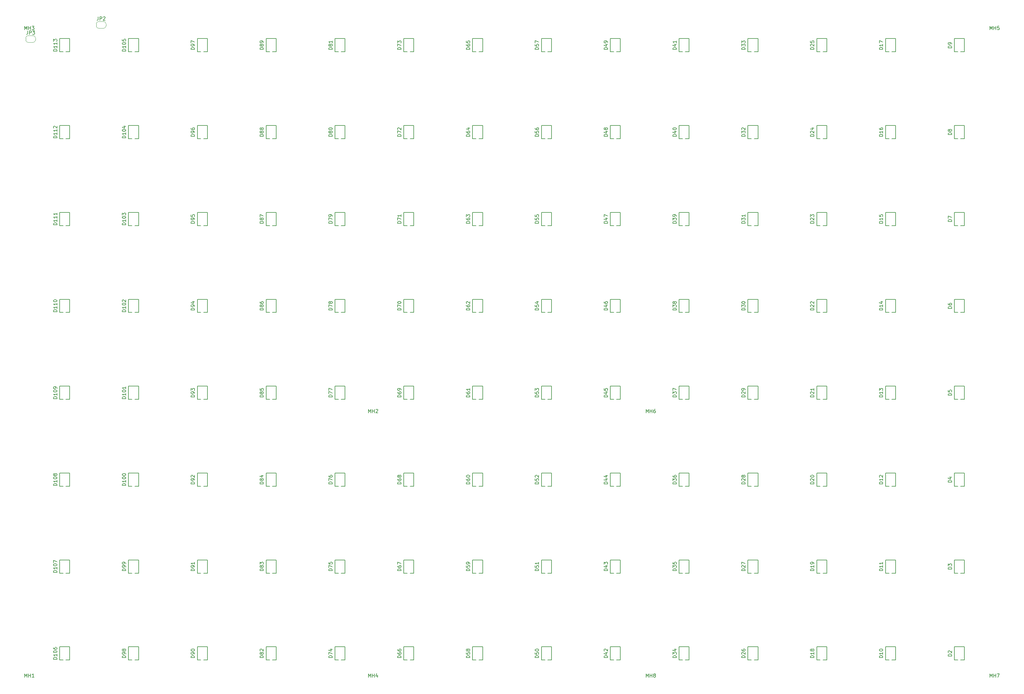
<source format=gbr>
G04 #@! TF.GenerationSoftware,KiCad,Pcbnew,(5.1.4)-1*
G04 #@! TF.CreationDate,2019-09-11T03:03:15-07:00*
G04 #@! TF.ProjectId,BrightBoard1,42726967-6874-4426-9f61-7264312e6b69,rev?*
G04 #@! TF.SameCoordinates,Original*
G04 #@! TF.FileFunction,Legend,Top*
G04 #@! TF.FilePolarity,Positive*
%FSLAX46Y46*%
G04 Gerber Fmt 4.6, Leading zero omitted, Abs format (unit mm)*
G04 Created by KiCad (PCBNEW (5.1.4)-1) date 2019-09-11 03:03:15*
%MOMM*%
%LPD*%
G04 APERTURE LIST*
%ADD10C,0.150000*%
%ADD11C,0.120000*%
G04 APERTURE END LIST*
D10*
X428854994Y-113545000D02*
X428854994Y-109745000D01*
X427754994Y-113545000D02*
X428854994Y-113545000D01*
X425954994Y-113545000D02*
X426954994Y-113545000D01*
X425954994Y-109745000D02*
X425954994Y-113545000D01*
X428854994Y-109745000D02*
X425954994Y-109745000D01*
X171045000Y-113545000D02*
X171045000Y-109745000D01*
X169945000Y-113545000D02*
X171045000Y-113545000D01*
X168145000Y-113545000D02*
X169145000Y-113545000D01*
X168145000Y-109745000D02*
X168145000Y-113545000D01*
X171045000Y-109745000D02*
X168145000Y-109745000D01*
X190876538Y-113545000D02*
X190876538Y-109745000D01*
X189776538Y-113545000D02*
X190876538Y-113545000D01*
X187976538Y-113545000D02*
X188976538Y-113545000D01*
X187976538Y-109745000D02*
X187976538Y-113545000D01*
X190876538Y-109745000D02*
X187976538Y-109745000D01*
X210708076Y-113545000D02*
X210708076Y-109745000D01*
X209608076Y-113545000D02*
X210708076Y-113545000D01*
X207808076Y-113545000D02*
X208808076Y-113545000D01*
X207808076Y-109745000D02*
X207808076Y-113545000D01*
X210708076Y-109745000D02*
X207808076Y-109745000D01*
X230539614Y-113545000D02*
X230539614Y-109745000D01*
X229439614Y-113545000D02*
X230539614Y-113545000D01*
X227639614Y-113545000D02*
X228639614Y-113545000D01*
X227639614Y-109745000D02*
X227639614Y-113545000D01*
X230539614Y-109745000D02*
X227639614Y-109745000D01*
X250371152Y-113545000D02*
X250371152Y-109745000D01*
X249271152Y-113545000D02*
X250371152Y-113545000D01*
X247471152Y-113545000D02*
X248471152Y-113545000D01*
X247471152Y-109745000D02*
X247471152Y-113545000D01*
X250371152Y-109745000D02*
X247471152Y-109745000D01*
X270202690Y-113545000D02*
X270202690Y-109745000D01*
X269102690Y-113545000D02*
X270202690Y-113545000D01*
X267302690Y-113545000D02*
X268302690Y-113545000D01*
X267302690Y-109745000D02*
X267302690Y-113545000D01*
X270202690Y-109745000D02*
X267302690Y-109745000D01*
X290034228Y-113545000D02*
X290034228Y-109745000D01*
X288934228Y-113545000D02*
X290034228Y-113545000D01*
X287134228Y-113545000D02*
X288134228Y-113545000D01*
X287134228Y-109745000D02*
X287134228Y-113545000D01*
X290034228Y-109745000D02*
X287134228Y-109745000D01*
X309865766Y-113545000D02*
X309865766Y-109745000D01*
X308765766Y-113545000D02*
X309865766Y-113545000D01*
X306965766Y-113545000D02*
X307965766Y-113545000D01*
X306965766Y-109745000D02*
X306965766Y-113545000D01*
X309865766Y-109745000D02*
X306965766Y-109745000D01*
X329697304Y-113545000D02*
X329697304Y-109745000D01*
X328597304Y-113545000D02*
X329697304Y-113545000D01*
X326797304Y-113545000D02*
X327797304Y-113545000D01*
X326797304Y-109745000D02*
X326797304Y-113545000D01*
X329697304Y-109745000D02*
X326797304Y-109745000D01*
X349528842Y-113545000D02*
X349528842Y-109745000D01*
X348428842Y-113545000D02*
X349528842Y-113545000D01*
X346628842Y-113545000D02*
X347628842Y-113545000D01*
X346628842Y-109745000D02*
X346628842Y-113545000D01*
X349528842Y-109745000D02*
X346628842Y-109745000D01*
X369360380Y-113545000D02*
X369360380Y-109745000D01*
X368260380Y-113545000D02*
X369360380Y-113545000D01*
X366460380Y-113545000D02*
X367460380Y-113545000D01*
X366460380Y-109745000D02*
X366460380Y-113545000D01*
X369360380Y-109745000D02*
X366460380Y-109745000D01*
X389191918Y-113545000D02*
X389191918Y-109745000D01*
X388091918Y-113545000D02*
X389191918Y-113545000D01*
X386291918Y-113545000D02*
X387291918Y-113545000D01*
X386291918Y-109745000D02*
X386291918Y-113545000D01*
X389191918Y-109745000D02*
X386291918Y-109745000D01*
X409023456Y-113545000D02*
X409023456Y-109745000D01*
X407923456Y-113545000D02*
X409023456Y-113545000D01*
X406123456Y-113545000D02*
X407123456Y-113545000D01*
X406123456Y-109745000D02*
X406123456Y-113545000D01*
X409023456Y-109745000D02*
X406123456Y-109745000D01*
X171045000Y-138582034D02*
X171045000Y-134782034D01*
X169945000Y-138582034D02*
X171045000Y-138582034D01*
X168145000Y-138582034D02*
X169145000Y-138582034D01*
X168145000Y-134782034D02*
X168145000Y-138582034D01*
X171045000Y-134782034D02*
X168145000Y-134782034D01*
X190876538Y-138582034D02*
X190876538Y-134782034D01*
X189776538Y-138582034D02*
X190876538Y-138582034D01*
X187976538Y-138582034D02*
X188976538Y-138582034D01*
X187976538Y-134782034D02*
X187976538Y-138582034D01*
X190876538Y-134782034D02*
X187976538Y-134782034D01*
X210708076Y-138582034D02*
X210708076Y-134782034D01*
X209608076Y-138582034D02*
X210708076Y-138582034D01*
X207808076Y-138582034D02*
X208808076Y-138582034D01*
X207808076Y-134782034D02*
X207808076Y-138582034D01*
X210708076Y-134782034D02*
X207808076Y-134782034D01*
X230539614Y-138582034D02*
X230539614Y-134782034D01*
X229439614Y-138582034D02*
X230539614Y-138582034D01*
X227639614Y-138582034D02*
X228639614Y-138582034D01*
X227639614Y-134782034D02*
X227639614Y-138582034D01*
X230539614Y-134782034D02*
X227639614Y-134782034D01*
X250371152Y-138582034D02*
X250371152Y-134782034D01*
X249271152Y-138582034D02*
X250371152Y-138582034D01*
X247471152Y-138582034D02*
X248471152Y-138582034D01*
X247471152Y-134782034D02*
X247471152Y-138582034D01*
X250371152Y-134782034D02*
X247471152Y-134782034D01*
X270202690Y-138582034D02*
X270202690Y-134782034D01*
X269102690Y-138582034D02*
X270202690Y-138582034D01*
X267302690Y-138582034D02*
X268302690Y-138582034D01*
X267302690Y-134782034D02*
X267302690Y-138582034D01*
X270202690Y-134782034D02*
X267302690Y-134782034D01*
X290034228Y-138582034D02*
X290034228Y-134782034D01*
X288934228Y-138582034D02*
X290034228Y-138582034D01*
X287134228Y-138582034D02*
X288134228Y-138582034D01*
X287134228Y-134782034D02*
X287134228Y-138582034D01*
X290034228Y-134782034D02*
X287134228Y-134782034D01*
X309865766Y-138582034D02*
X309865766Y-134782034D01*
X308765766Y-138582034D02*
X309865766Y-138582034D01*
X306965766Y-138582034D02*
X307965766Y-138582034D01*
X306965766Y-134782034D02*
X306965766Y-138582034D01*
X309865766Y-134782034D02*
X306965766Y-134782034D01*
X329697304Y-138582034D02*
X329697304Y-134782034D01*
X328597304Y-138582034D02*
X329697304Y-138582034D01*
X326797304Y-138582034D02*
X327797304Y-138582034D01*
X326797304Y-134782034D02*
X326797304Y-138582034D01*
X329697304Y-134782034D02*
X326797304Y-134782034D01*
X349528842Y-138582034D02*
X349528842Y-134782034D01*
X348428842Y-138582034D02*
X349528842Y-138582034D01*
X346628842Y-138582034D02*
X347628842Y-138582034D01*
X346628842Y-134782034D02*
X346628842Y-138582034D01*
X349528842Y-134782034D02*
X346628842Y-134782034D01*
X369360380Y-138582034D02*
X369360380Y-134782034D01*
X368260380Y-138582034D02*
X369360380Y-138582034D01*
X366460380Y-138582034D02*
X367460380Y-138582034D01*
X366460380Y-134782034D02*
X366460380Y-138582034D01*
X369360380Y-134782034D02*
X366460380Y-134782034D01*
X389191918Y-138582034D02*
X389191918Y-134782034D01*
X388091918Y-138582034D02*
X389191918Y-138582034D01*
X386291918Y-138582034D02*
X387291918Y-138582034D01*
X386291918Y-134782034D02*
X386291918Y-138582034D01*
X389191918Y-134782034D02*
X386291918Y-134782034D01*
X409023456Y-138582034D02*
X409023456Y-134782034D01*
X407923456Y-138582034D02*
X409023456Y-138582034D01*
X406123456Y-138582034D02*
X407123456Y-138582034D01*
X406123456Y-134782034D02*
X406123456Y-138582034D01*
X409023456Y-134782034D02*
X406123456Y-134782034D01*
X428854994Y-138582034D02*
X428854994Y-134782034D01*
X427754994Y-138582034D02*
X428854994Y-138582034D01*
X425954994Y-138582034D02*
X426954994Y-138582034D01*
X425954994Y-134782034D02*
X425954994Y-138582034D01*
X428854994Y-134782034D02*
X425954994Y-134782034D01*
X171045000Y-163619068D02*
X171045000Y-159819068D01*
X169945000Y-163619068D02*
X171045000Y-163619068D01*
X168145000Y-163619068D02*
X169145000Y-163619068D01*
X168145000Y-159819068D02*
X168145000Y-163619068D01*
X171045000Y-159819068D02*
X168145000Y-159819068D01*
X190876538Y-163619068D02*
X190876538Y-159819068D01*
X189776538Y-163619068D02*
X190876538Y-163619068D01*
X187976538Y-163619068D02*
X188976538Y-163619068D01*
X187976538Y-159819068D02*
X187976538Y-163619068D01*
X190876538Y-159819068D02*
X187976538Y-159819068D01*
X210708076Y-163619068D02*
X210708076Y-159819068D01*
X209608076Y-163619068D02*
X210708076Y-163619068D01*
X207808076Y-163619068D02*
X208808076Y-163619068D01*
X207808076Y-159819068D02*
X207808076Y-163619068D01*
X210708076Y-159819068D02*
X207808076Y-159819068D01*
X230539614Y-163619068D02*
X230539614Y-159819068D01*
X229439614Y-163619068D02*
X230539614Y-163619068D01*
X227639614Y-163619068D02*
X228639614Y-163619068D01*
X227639614Y-159819068D02*
X227639614Y-163619068D01*
X230539614Y-159819068D02*
X227639614Y-159819068D01*
X250371152Y-163619068D02*
X250371152Y-159819068D01*
X249271152Y-163619068D02*
X250371152Y-163619068D01*
X247471152Y-163619068D02*
X248471152Y-163619068D01*
X247471152Y-159819068D02*
X247471152Y-163619068D01*
X250371152Y-159819068D02*
X247471152Y-159819068D01*
X270202690Y-163619068D02*
X270202690Y-159819068D01*
X269102690Y-163619068D02*
X270202690Y-163619068D01*
X267302690Y-163619068D02*
X268302690Y-163619068D01*
X267302690Y-159819068D02*
X267302690Y-163619068D01*
X270202690Y-159819068D02*
X267302690Y-159819068D01*
X290034228Y-163619068D02*
X290034228Y-159819068D01*
X288934228Y-163619068D02*
X290034228Y-163619068D01*
X287134228Y-163619068D02*
X288134228Y-163619068D01*
X287134228Y-159819068D02*
X287134228Y-163619068D01*
X290034228Y-159819068D02*
X287134228Y-159819068D01*
X309865766Y-163619068D02*
X309865766Y-159819068D01*
X308765766Y-163619068D02*
X309865766Y-163619068D01*
X306965766Y-163619068D02*
X307965766Y-163619068D01*
X306965766Y-159819068D02*
X306965766Y-163619068D01*
X309865766Y-159819068D02*
X306965766Y-159819068D01*
X329697304Y-163619068D02*
X329697304Y-159819068D01*
X328597304Y-163619068D02*
X329697304Y-163619068D01*
X326797304Y-163619068D02*
X327797304Y-163619068D01*
X326797304Y-159819068D02*
X326797304Y-163619068D01*
X329697304Y-159819068D02*
X326797304Y-159819068D01*
X349528842Y-163619068D02*
X349528842Y-159819068D01*
X348428842Y-163619068D02*
X349528842Y-163619068D01*
X346628842Y-163619068D02*
X347628842Y-163619068D01*
X346628842Y-159819068D02*
X346628842Y-163619068D01*
X349528842Y-159819068D02*
X346628842Y-159819068D01*
X369360380Y-163619068D02*
X369360380Y-159819068D01*
X368260380Y-163619068D02*
X369360380Y-163619068D01*
X366460380Y-163619068D02*
X367460380Y-163619068D01*
X366460380Y-159819068D02*
X366460380Y-163619068D01*
X369360380Y-159819068D02*
X366460380Y-159819068D01*
X389191918Y-163619068D02*
X389191918Y-159819068D01*
X388091918Y-163619068D02*
X389191918Y-163619068D01*
X386291918Y-163619068D02*
X387291918Y-163619068D01*
X386291918Y-159819068D02*
X386291918Y-163619068D01*
X389191918Y-159819068D02*
X386291918Y-159819068D01*
X409023456Y-163619068D02*
X409023456Y-159819068D01*
X407923456Y-163619068D02*
X409023456Y-163619068D01*
X406123456Y-163619068D02*
X407123456Y-163619068D01*
X406123456Y-159819068D02*
X406123456Y-163619068D01*
X409023456Y-159819068D02*
X406123456Y-159819068D01*
X428854994Y-163619068D02*
X428854994Y-159819068D01*
X427754994Y-163619068D02*
X428854994Y-163619068D01*
X425954994Y-163619068D02*
X426954994Y-163619068D01*
X425954994Y-159819068D02*
X425954994Y-163619068D01*
X428854994Y-159819068D02*
X425954994Y-159819068D01*
X171045000Y-188656102D02*
X171045000Y-184856102D01*
X169945000Y-188656102D02*
X171045000Y-188656102D01*
X168145000Y-188656102D02*
X169145000Y-188656102D01*
X168145000Y-184856102D02*
X168145000Y-188656102D01*
X171045000Y-184856102D02*
X168145000Y-184856102D01*
X190876538Y-188656102D02*
X190876538Y-184856102D01*
X189776538Y-188656102D02*
X190876538Y-188656102D01*
X187976538Y-188656102D02*
X188976538Y-188656102D01*
X187976538Y-184856102D02*
X187976538Y-188656102D01*
X190876538Y-184856102D02*
X187976538Y-184856102D01*
X210708076Y-188656102D02*
X210708076Y-184856102D01*
X209608076Y-188656102D02*
X210708076Y-188656102D01*
X207808076Y-188656102D02*
X208808076Y-188656102D01*
X207808076Y-184856102D02*
X207808076Y-188656102D01*
X210708076Y-184856102D02*
X207808076Y-184856102D01*
X230539614Y-188656102D02*
X230539614Y-184856102D01*
X229439614Y-188656102D02*
X230539614Y-188656102D01*
X227639614Y-188656102D02*
X228639614Y-188656102D01*
X227639614Y-184856102D02*
X227639614Y-188656102D01*
X230539614Y-184856102D02*
X227639614Y-184856102D01*
X250371152Y-188656102D02*
X250371152Y-184856102D01*
X249271152Y-188656102D02*
X250371152Y-188656102D01*
X247471152Y-188656102D02*
X248471152Y-188656102D01*
X247471152Y-184856102D02*
X247471152Y-188656102D01*
X250371152Y-184856102D02*
X247471152Y-184856102D01*
X270202690Y-188656102D02*
X270202690Y-184856102D01*
X269102690Y-188656102D02*
X270202690Y-188656102D01*
X267302690Y-188656102D02*
X268302690Y-188656102D01*
X267302690Y-184856102D02*
X267302690Y-188656102D01*
X270202690Y-184856102D02*
X267302690Y-184856102D01*
X290034228Y-188656102D02*
X290034228Y-184856102D01*
X288934228Y-188656102D02*
X290034228Y-188656102D01*
X287134228Y-188656102D02*
X288134228Y-188656102D01*
X287134228Y-184856102D02*
X287134228Y-188656102D01*
X290034228Y-184856102D02*
X287134228Y-184856102D01*
X309865766Y-188656102D02*
X309865766Y-184856102D01*
X308765766Y-188656102D02*
X309865766Y-188656102D01*
X306965766Y-188656102D02*
X307965766Y-188656102D01*
X306965766Y-184856102D02*
X306965766Y-188656102D01*
X309865766Y-184856102D02*
X306965766Y-184856102D01*
X329697304Y-188656102D02*
X329697304Y-184856102D01*
X328597304Y-188656102D02*
X329697304Y-188656102D01*
X326797304Y-188656102D02*
X327797304Y-188656102D01*
X326797304Y-184856102D02*
X326797304Y-188656102D01*
X329697304Y-184856102D02*
X326797304Y-184856102D01*
X349528842Y-188656102D02*
X349528842Y-184856102D01*
X348428842Y-188656102D02*
X349528842Y-188656102D01*
X346628842Y-188656102D02*
X347628842Y-188656102D01*
X346628842Y-184856102D02*
X346628842Y-188656102D01*
X349528842Y-184856102D02*
X346628842Y-184856102D01*
X369360380Y-188656102D02*
X369360380Y-184856102D01*
X368260380Y-188656102D02*
X369360380Y-188656102D01*
X366460380Y-188656102D02*
X367460380Y-188656102D01*
X366460380Y-184856102D02*
X366460380Y-188656102D01*
X369360380Y-184856102D02*
X366460380Y-184856102D01*
X389191918Y-188656102D02*
X389191918Y-184856102D01*
X388091918Y-188656102D02*
X389191918Y-188656102D01*
X386291918Y-188656102D02*
X387291918Y-188656102D01*
X386291918Y-184856102D02*
X386291918Y-188656102D01*
X389191918Y-184856102D02*
X386291918Y-184856102D01*
X409023456Y-188656102D02*
X409023456Y-184856102D01*
X407923456Y-188656102D02*
X409023456Y-188656102D01*
X406123456Y-188656102D02*
X407123456Y-188656102D01*
X406123456Y-184856102D02*
X406123456Y-188656102D01*
X409023456Y-184856102D02*
X406123456Y-184856102D01*
X428854994Y-188656102D02*
X428854994Y-184856102D01*
X427754994Y-188656102D02*
X428854994Y-188656102D01*
X425954994Y-188656102D02*
X426954994Y-188656102D01*
X425954994Y-184856102D02*
X425954994Y-188656102D01*
X428854994Y-184856102D02*
X425954994Y-184856102D01*
X171045000Y-213693136D02*
X171045000Y-209893136D01*
X169945000Y-213693136D02*
X171045000Y-213693136D01*
X168145000Y-213693136D02*
X169145000Y-213693136D01*
X168145000Y-209893136D02*
X168145000Y-213693136D01*
X171045000Y-209893136D02*
X168145000Y-209893136D01*
X190876538Y-213693136D02*
X190876538Y-209893136D01*
X189776538Y-213693136D02*
X190876538Y-213693136D01*
X187976538Y-213693136D02*
X188976538Y-213693136D01*
X187976538Y-209893136D02*
X187976538Y-213693136D01*
X190876538Y-209893136D02*
X187976538Y-209893136D01*
X210708076Y-213693136D02*
X210708076Y-209893136D01*
X209608076Y-213693136D02*
X210708076Y-213693136D01*
X207808076Y-213693136D02*
X208808076Y-213693136D01*
X207808076Y-209893136D02*
X207808076Y-213693136D01*
X210708076Y-209893136D02*
X207808076Y-209893136D01*
X230539614Y-213693136D02*
X230539614Y-209893136D01*
X229439614Y-213693136D02*
X230539614Y-213693136D01*
X227639614Y-213693136D02*
X228639614Y-213693136D01*
X227639614Y-209893136D02*
X227639614Y-213693136D01*
X230539614Y-209893136D02*
X227639614Y-209893136D01*
X250371152Y-213693136D02*
X250371152Y-209893136D01*
X249271152Y-213693136D02*
X250371152Y-213693136D01*
X247471152Y-213693136D02*
X248471152Y-213693136D01*
X247471152Y-209893136D02*
X247471152Y-213693136D01*
X250371152Y-209893136D02*
X247471152Y-209893136D01*
X270202690Y-213693136D02*
X270202690Y-209893136D01*
X269102690Y-213693136D02*
X270202690Y-213693136D01*
X267302690Y-213693136D02*
X268302690Y-213693136D01*
X267302690Y-209893136D02*
X267302690Y-213693136D01*
X270202690Y-209893136D02*
X267302690Y-209893136D01*
X290034228Y-213693136D02*
X290034228Y-209893136D01*
X288934228Y-213693136D02*
X290034228Y-213693136D01*
X287134228Y-213693136D02*
X288134228Y-213693136D01*
X287134228Y-209893136D02*
X287134228Y-213693136D01*
X290034228Y-209893136D02*
X287134228Y-209893136D01*
X309865766Y-213693136D02*
X309865766Y-209893136D01*
X308765766Y-213693136D02*
X309865766Y-213693136D01*
X306965766Y-213693136D02*
X307965766Y-213693136D01*
X306965766Y-209893136D02*
X306965766Y-213693136D01*
X309865766Y-209893136D02*
X306965766Y-209893136D01*
X329697304Y-213693136D02*
X329697304Y-209893136D01*
X328597304Y-213693136D02*
X329697304Y-213693136D01*
X326797304Y-213693136D02*
X327797304Y-213693136D01*
X326797304Y-209893136D02*
X326797304Y-213693136D01*
X329697304Y-209893136D02*
X326797304Y-209893136D01*
X349528842Y-213693136D02*
X349528842Y-209893136D01*
X348428842Y-213693136D02*
X349528842Y-213693136D01*
X346628842Y-213693136D02*
X347628842Y-213693136D01*
X346628842Y-209893136D02*
X346628842Y-213693136D01*
X349528842Y-209893136D02*
X346628842Y-209893136D01*
X369360380Y-213693136D02*
X369360380Y-209893136D01*
X368260380Y-213693136D02*
X369360380Y-213693136D01*
X366460380Y-213693136D02*
X367460380Y-213693136D01*
X366460380Y-209893136D02*
X366460380Y-213693136D01*
X369360380Y-209893136D02*
X366460380Y-209893136D01*
X389191918Y-213693136D02*
X389191918Y-209893136D01*
X388091918Y-213693136D02*
X389191918Y-213693136D01*
X386291918Y-213693136D02*
X387291918Y-213693136D01*
X386291918Y-209893136D02*
X386291918Y-213693136D01*
X389191918Y-209893136D02*
X386291918Y-209893136D01*
X409023456Y-213693136D02*
X409023456Y-209893136D01*
X407923456Y-213693136D02*
X409023456Y-213693136D01*
X406123456Y-213693136D02*
X407123456Y-213693136D01*
X406123456Y-209893136D02*
X406123456Y-213693136D01*
X409023456Y-209893136D02*
X406123456Y-209893136D01*
X428854994Y-213693136D02*
X428854994Y-209893136D01*
X427754994Y-213693136D02*
X428854994Y-213693136D01*
X425954994Y-213693136D02*
X426954994Y-213693136D01*
X425954994Y-209893136D02*
X425954994Y-213693136D01*
X428854994Y-209893136D02*
X425954994Y-209893136D01*
X171045000Y-238730170D02*
X171045000Y-234930170D01*
X169945000Y-238730170D02*
X171045000Y-238730170D01*
X168145000Y-238730170D02*
X169145000Y-238730170D01*
X168145000Y-234930170D02*
X168145000Y-238730170D01*
X171045000Y-234930170D02*
X168145000Y-234930170D01*
X190876538Y-238730170D02*
X190876538Y-234930170D01*
X189776538Y-238730170D02*
X190876538Y-238730170D01*
X187976538Y-238730170D02*
X188976538Y-238730170D01*
X187976538Y-234930170D02*
X187976538Y-238730170D01*
X190876538Y-234930170D02*
X187976538Y-234930170D01*
X210708076Y-238730170D02*
X210708076Y-234930170D01*
X209608076Y-238730170D02*
X210708076Y-238730170D01*
X207808076Y-238730170D02*
X208808076Y-238730170D01*
X207808076Y-234930170D02*
X207808076Y-238730170D01*
X210708076Y-234930170D02*
X207808076Y-234930170D01*
X230539614Y-238730170D02*
X230539614Y-234930170D01*
X229439614Y-238730170D02*
X230539614Y-238730170D01*
X227639614Y-238730170D02*
X228639614Y-238730170D01*
X227639614Y-234930170D02*
X227639614Y-238730170D01*
X230539614Y-234930170D02*
X227639614Y-234930170D01*
X250371152Y-238730170D02*
X250371152Y-234930170D01*
X249271152Y-238730170D02*
X250371152Y-238730170D01*
X247471152Y-238730170D02*
X248471152Y-238730170D01*
X247471152Y-234930170D02*
X247471152Y-238730170D01*
X250371152Y-234930170D02*
X247471152Y-234930170D01*
X270202690Y-238730170D02*
X270202690Y-234930170D01*
X269102690Y-238730170D02*
X270202690Y-238730170D01*
X267302690Y-238730170D02*
X268302690Y-238730170D01*
X267302690Y-234930170D02*
X267302690Y-238730170D01*
X270202690Y-234930170D02*
X267302690Y-234930170D01*
X290034228Y-238730170D02*
X290034228Y-234930170D01*
X288934228Y-238730170D02*
X290034228Y-238730170D01*
X287134228Y-238730170D02*
X288134228Y-238730170D01*
X287134228Y-234930170D02*
X287134228Y-238730170D01*
X290034228Y-234930170D02*
X287134228Y-234930170D01*
X309865766Y-238730170D02*
X309865766Y-234930170D01*
X308765766Y-238730170D02*
X309865766Y-238730170D01*
X306965766Y-238730170D02*
X307965766Y-238730170D01*
X306965766Y-234930170D02*
X306965766Y-238730170D01*
X309865766Y-234930170D02*
X306965766Y-234930170D01*
X329697304Y-238730170D02*
X329697304Y-234930170D01*
X328597304Y-238730170D02*
X329697304Y-238730170D01*
X326797304Y-238730170D02*
X327797304Y-238730170D01*
X326797304Y-234930170D02*
X326797304Y-238730170D01*
X329697304Y-234930170D02*
X326797304Y-234930170D01*
X349528842Y-238730170D02*
X349528842Y-234930170D01*
X348428842Y-238730170D02*
X349528842Y-238730170D01*
X346628842Y-238730170D02*
X347628842Y-238730170D01*
X346628842Y-234930170D02*
X346628842Y-238730170D01*
X349528842Y-234930170D02*
X346628842Y-234930170D01*
X369360380Y-238730170D02*
X369360380Y-234930170D01*
X368260380Y-238730170D02*
X369360380Y-238730170D01*
X366460380Y-238730170D02*
X367460380Y-238730170D01*
X366460380Y-234930170D02*
X366460380Y-238730170D01*
X369360380Y-234930170D02*
X366460380Y-234930170D01*
X389191918Y-238730170D02*
X389191918Y-234930170D01*
X388091918Y-238730170D02*
X389191918Y-238730170D01*
X386291918Y-238730170D02*
X387291918Y-238730170D01*
X386291918Y-234930170D02*
X386291918Y-238730170D01*
X389191918Y-234930170D02*
X386291918Y-234930170D01*
X409023456Y-238730170D02*
X409023456Y-234930170D01*
X407923456Y-238730170D02*
X409023456Y-238730170D01*
X406123456Y-238730170D02*
X407123456Y-238730170D01*
X406123456Y-234930170D02*
X406123456Y-238730170D01*
X409023456Y-234930170D02*
X406123456Y-234930170D01*
X428854994Y-238730170D02*
X428854994Y-234930170D01*
X427754994Y-238730170D02*
X428854994Y-238730170D01*
X425954994Y-238730170D02*
X426954994Y-238730170D01*
X425954994Y-234930170D02*
X425954994Y-238730170D01*
X428854994Y-234930170D02*
X425954994Y-234930170D01*
X171045000Y-263767204D02*
X171045000Y-259967204D01*
X169945000Y-263767204D02*
X171045000Y-263767204D01*
X168145000Y-263767204D02*
X169145000Y-263767204D01*
X168145000Y-259967204D02*
X168145000Y-263767204D01*
X171045000Y-259967204D02*
X168145000Y-259967204D01*
X190876538Y-263767204D02*
X190876538Y-259967204D01*
X189776538Y-263767204D02*
X190876538Y-263767204D01*
X187976538Y-263767204D02*
X188976538Y-263767204D01*
X187976538Y-259967204D02*
X187976538Y-263767204D01*
X190876538Y-259967204D02*
X187976538Y-259967204D01*
X210708076Y-263767204D02*
X210708076Y-259967204D01*
X209608076Y-263767204D02*
X210708076Y-263767204D01*
X207808076Y-263767204D02*
X208808076Y-263767204D01*
X207808076Y-259967204D02*
X207808076Y-263767204D01*
X210708076Y-259967204D02*
X207808076Y-259967204D01*
X230539614Y-263767204D02*
X230539614Y-259967204D01*
X229439614Y-263767204D02*
X230539614Y-263767204D01*
X227639614Y-263767204D02*
X228639614Y-263767204D01*
X227639614Y-259967204D02*
X227639614Y-263767204D01*
X230539614Y-259967204D02*
X227639614Y-259967204D01*
X250371152Y-263767204D02*
X250371152Y-259967204D01*
X249271152Y-263767204D02*
X250371152Y-263767204D01*
X247471152Y-263767204D02*
X248471152Y-263767204D01*
X247471152Y-259967204D02*
X247471152Y-263767204D01*
X250371152Y-259967204D02*
X247471152Y-259967204D01*
X270202690Y-263767204D02*
X270202690Y-259967204D01*
X269102690Y-263767204D02*
X270202690Y-263767204D01*
X267302690Y-263767204D02*
X268302690Y-263767204D01*
X267302690Y-259967204D02*
X267302690Y-263767204D01*
X270202690Y-259967204D02*
X267302690Y-259967204D01*
X290034228Y-263767204D02*
X290034228Y-259967204D01*
X288934228Y-263767204D02*
X290034228Y-263767204D01*
X287134228Y-263767204D02*
X288134228Y-263767204D01*
X287134228Y-259967204D02*
X287134228Y-263767204D01*
X290034228Y-259967204D02*
X287134228Y-259967204D01*
X309865766Y-263767204D02*
X309865766Y-259967204D01*
X308765766Y-263767204D02*
X309865766Y-263767204D01*
X306965766Y-263767204D02*
X307965766Y-263767204D01*
X306965766Y-259967204D02*
X306965766Y-263767204D01*
X309865766Y-259967204D02*
X306965766Y-259967204D01*
X329697304Y-263767204D02*
X329697304Y-259967204D01*
X328597304Y-263767204D02*
X329697304Y-263767204D01*
X326797304Y-263767204D02*
X327797304Y-263767204D01*
X326797304Y-259967204D02*
X326797304Y-263767204D01*
X329697304Y-259967204D02*
X326797304Y-259967204D01*
X349528842Y-263767204D02*
X349528842Y-259967204D01*
X348428842Y-263767204D02*
X349528842Y-263767204D01*
X346628842Y-263767204D02*
X347628842Y-263767204D01*
X346628842Y-259967204D02*
X346628842Y-263767204D01*
X349528842Y-259967204D02*
X346628842Y-259967204D01*
X369360380Y-263767204D02*
X369360380Y-259967204D01*
X368260380Y-263767204D02*
X369360380Y-263767204D01*
X366460380Y-263767204D02*
X367460380Y-263767204D01*
X366460380Y-259967204D02*
X366460380Y-263767204D01*
X369360380Y-259967204D02*
X366460380Y-259967204D01*
X389191918Y-263767204D02*
X389191918Y-259967204D01*
X388091918Y-263767204D02*
X389191918Y-263767204D01*
X386291918Y-263767204D02*
X387291918Y-263767204D01*
X386291918Y-259967204D02*
X386291918Y-263767204D01*
X389191918Y-259967204D02*
X386291918Y-259967204D01*
X409023456Y-263767204D02*
X409023456Y-259967204D01*
X407923456Y-263767204D02*
X409023456Y-263767204D01*
X406123456Y-263767204D02*
X407123456Y-263767204D01*
X406123456Y-259967204D02*
X406123456Y-263767204D01*
X409023456Y-259967204D02*
X406123456Y-259967204D01*
X428854994Y-263767204D02*
X428854994Y-259967204D01*
X427754994Y-263767204D02*
X428854994Y-263767204D01*
X425954994Y-263767204D02*
X426954994Y-263767204D01*
X425954994Y-259967204D02*
X425954994Y-263767204D01*
X428854994Y-259967204D02*
X425954994Y-259967204D01*
X171045000Y-288804238D02*
X171045000Y-285004238D01*
X169945000Y-288804238D02*
X171045000Y-288804238D01*
X168145000Y-288804238D02*
X169145000Y-288804238D01*
X168145000Y-285004238D02*
X168145000Y-288804238D01*
X171045000Y-285004238D02*
X168145000Y-285004238D01*
X190876538Y-288804238D02*
X190876538Y-285004238D01*
X189776538Y-288804238D02*
X190876538Y-288804238D01*
X187976538Y-288804238D02*
X188976538Y-288804238D01*
X187976538Y-285004238D02*
X187976538Y-288804238D01*
X190876538Y-285004238D02*
X187976538Y-285004238D01*
X210708076Y-288804238D02*
X210708076Y-285004238D01*
X209608076Y-288804238D02*
X210708076Y-288804238D01*
X207808076Y-288804238D02*
X208808076Y-288804238D01*
X207808076Y-285004238D02*
X207808076Y-288804238D01*
X210708076Y-285004238D02*
X207808076Y-285004238D01*
X230539614Y-288804238D02*
X230539614Y-285004238D01*
X229439614Y-288804238D02*
X230539614Y-288804238D01*
X227639614Y-288804238D02*
X228639614Y-288804238D01*
X227639614Y-285004238D02*
X227639614Y-288804238D01*
X230539614Y-285004238D02*
X227639614Y-285004238D01*
X250371152Y-288804238D02*
X250371152Y-285004238D01*
X249271152Y-288804238D02*
X250371152Y-288804238D01*
X247471152Y-288804238D02*
X248471152Y-288804238D01*
X247471152Y-285004238D02*
X247471152Y-288804238D01*
X250371152Y-285004238D02*
X247471152Y-285004238D01*
X270202690Y-288804238D02*
X270202690Y-285004238D01*
X269102690Y-288804238D02*
X270202690Y-288804238D01*
X267302690Y-288804238D02*
X268302690Y-288804238D01*
X267302690Y-285004238D02*
X267302690Y-288804238D01*
X270202690Y-285004238D02*
X267302690Y-285004238D01*
X290034228Y-288804238D02*
X290034228Y-285004238D01*
X288934228Y-288804238D02*
X290034228Y-288804238D01*
X287134228Y-288804238D02*
X288134228Y-288804238D01*
X287134228Y-285004238D02*
X287134228Y-288804238D01*
X290034228Y-285004238D02*
X287134228Y-285004238D01*
X309865766Y-288804238D02*
X309865766Y-285004238D01*
X308765766Y-288804238D02*
X309865766Y-288804238D01*
X306965766Y-288804238D02*
X307965766Y-288804238D01*
X306965766Y-285004238D02*
X306965766Y-288804238D01*
X309865766Y-285004238D02*
X306965766Y-285004238D01*
X329697304Y-288804238D02*
X329697304Y-285004238D01*
X328597304Y-288804238D02*
X329697304Y-288804238D01*
X326797304Y-288804238D02*
X327797304Y-288804238D01*
X326797304Y-285004238D02*
X326797304Y-288804238D01*
X329697304Y-285004238D02*
X326797304Y-285004238D01*
X349528842Y-288804238D02*
X349528842Y-285004238D01*
X348428842Y-288804238D02*
X349528842Y-288804238D01*
X346628842Y-288804238D02*
X347628842Y-288804238D01*
X346628842Y-285004238D02*
X346628842Y-288804238D01*
X349528842Y-285004238D02*
X346628842Y-285004238D01*
X369360380Y-288804238D02*
X369360380Y-285004238D01*
X368260380Y-288804238D02*
X369360380Y-288804238D01*
X366460380Y-288804238D02*
X367460380Y-288804238D01*
X366460380Y-285004238D02*
X366460380Y-288804238D01*
X369360380Y-285004238D02*
X366460380Y-285004238D01*
X389191918Y-288804238D02*
X389191918Y-285004238D01*
X388091918Y-288804238D02*
X389191918Y-288804238D01*
X386291918Y-288804238D02*
X387291918Y-288804238D01*
X386291918Y-285004238D02*
X386291918Y-288804238D01*
X389191918Y-285004238D02*
X386291918Y-285004238D01*
X409023456Y-288804238D02*
X409023456Y-285004238D01*
X407923456Y-288804238D02*
X409023456Y-288804238D01*
X406123456Y-288804238D02*
X407123456Y-288804238D01*
X406123456Y-285004238D02*
X406123456Y-288804238D01*
X409023456Y-285004238D02*
X406123456Y-285004238D01*
X428854994Y-288804238D02*
X428854994Y-285004238D01*
X427754994Y-288804238D02*
X428854994Y-288804238D01*
X425954994Y-288804238D02*
X426954994Y-288804238D01*
X425954994Y-285004238D02*
X425954994Y-288804238D01*
X428854994Y-285004238D02*
X425954994Y-285004238D01*
D11*
X159066000Y-108855000D02*
X160466000Y-108855000D01*
X161166000Y-109555000D02*
X161166000Y-110155000D01*
X160466000Y-110855000D02*
X159066000Y-110855000D01*
X158366000Y-110155000D02*
X158366000Y-109555000D01*
X158366000Y-109555000D02*
G75*
G02X159066000Y-108855000I700000J0D01*
G01*
X159066000Y-110855000D02*
G75*
G02X158366000Y-110155000I0J700000D01*
G01*
X161166000Y-110155000D02*
G75*
G02X160466000Y-110855000I-700000J0D01*
G01*
X160466000Y-108855000D02*
G75*
G02X161166000Y-109555000I0J-700000D01*
G01*
X179386000Y-104791000D02*
X180786000Y-104791000D01*
X181486000Y-105491000D02*
X181486000Y-106091000D01*
X180786000Y-106791000D02*
X179386000Y-106791000D01*
X178686000Y-106091000D02*
X178686000Y-105491000D01*
X178686000Y-105491000D02*
G75*
G02X179386000Y-104791000I700000J0D01*
G01*
X179386000Y-106791000D02*
G75*
G02X178686000Y-106091000I0J700000D01*
G01*
X181486000Y-106091000D02*
G75*
G02X180786000Y-106791000I-700000J0D01*
G01*
X180786000Y-104791000D02*
G75*
G02X181486000Y-105491000I0J-700000D01*
G01*
D10*
X158051666Y-293767380D02*
X158051666Y-292767380D01*
X158385000Y-293481666D01*
X158718333Y-292767380D01*
X158718333Y-293767380D01*
X159194523Y-293767380D02*
X159194523Y-292767380D01*
X159194523Y-293243571D02*
X159765952Y-293243571D01*
X159765952Y-293767380D02*
X159765952Y-292767380D01*
X160765952Y-293767380D02*
X160194523Y-293767380D01*
X160480238Y-293767380D02*
X160480238Y-292767380D01*
X160385000Y-292910238D01*
X160289761Y-293005476D01*
X160194523Y-293053095D01*
X425157374Y-112383095D02*
X424157374Y-112383095D01*
X424157374Y-112145000D01*
X424204994Y-112002142D01*
X424300232Y-111906904D01*
X424395470Y-111859285D01*
X424585946Y-111811666D01*
X424728803Y-111811666D01*
X424919279Y-111859285D01*
X425014517Y-111906904D01*
X425109755Y-112002142D01*
X425157374Y-112145000D01*
X425157374Y-112383095D01*
X425157374Y-111335476D02*
X425157374Y-111145000D01*
X425109755Y-111049761D01*
X425062136Y-111002142D01*
X424919279Y-110906904D01*
X424728803Y-110859285D01*
X424347851Y-110859285D01*
X424252613Y-110906904D01*
X424204994Y-110954523D01*
X424157374Y-111049761D01*
X424157374Y-111240238D01*
X424204994Y-111335476D01*
X424252613Y-111383095D01*
X424347851Y-111430714D01*
X424585946Y-111430714D01*
X424681184Y-111383095D01*
X424728803Y-111335476D01*
X424776422Y-111240238D01*
X424776422Y-111049761D01*
X424728803Y-110954523D01*
X424681184Y-110906904D01*
X424585946Y-110859285D01*
X167347380Y-113335476D02*
X166347380Y-113335476D01*
X166347380Y-113097380D01*
X166395000Y-112954523D01*
X166490238Y-112859285D01*
X166585476Y-112811666D01*
X166775952Y-112764047D01*
X166918809Y-112764047D01*
X167109285Y-112811666D01*
X167204523Y-112859285D01*
X167299761Y-112954523D01*
X167347380Y-113097380D01*
X167347380Y-113335476D01*
X167347380Y-111811666D02*
X167347380Y-112383095D01*
X167347380Y-112097380D02*
X166347380Y-112097380D01*
X166490238Y-112192619D01*
X166585476Y-112287857D01*
X166633095Y-112383095D01*
X167347380Y-110859285D02*
X167347380Y-111430714D01*
X167347380Y-111145000D02*
X166347380Y-111145000D01*
X166490238Y-111240238D01*
X166585476Y-111335476D01*
X166633095Y-111430714D01*
X166347380Y-110525952D02*
X166347380Y-109906904D01*
X166728333Y-110240238D01*
X166728333Y-110097380D01*
X166775952Y-110002142D01*
X166823571Y-109954523D01*
X166918809Y-109906904D01*
X167156904Y-109906904D01*
X167252142Y-109954523D01*
X167299761Y-110002142D01*
X167347380Y-110097380D01*
X167347380Y-110383095D01*
X167299761Y-110478333D01*
X167252142Y-110525952D01*
X187178918Y-113335476D02*
X186178918Y-113335476D01*
X186178918Y-113097380D01*
X186226538Y-112954523D01*
X186321776Y-112859285D01*
X186417014Y-112811666D01*
X186607490Y-112764047D01*
X186750347Y-112764047D01*
X186940823Y-112811666D01*
X187036061Y-112859285D01*
X187131299Y-112954523D01*
X187178918Y-113097380D01*
X187178918Y-113335476D01*
X187178918Y-111811666D02*
X187178918Y-112383095D01*
X187178918Y-112097380D02*
X186178918Y-112097380D01*
X186321776Y-112192619D01*
X186417014Y-112287857D01*
X186464633Y-112383095D01*
X186178918Y-111192619D02*
X186178918Y-111097380D01*
X186226538Y-111002142D01*
X186274157Y-110954523D01*
X186369395Y-110906904D01*
X186559871Y-110859285D01*
X186797966Y-110859285D01*
X186988442Y-110906904D01*
X187083680Y-110954523D01*
X187131299Y-111002142D01*
X187178918Y-111097380D01*
X187178918Y-111192619D01*
X187131299Y-111287857D01*
X187083680Y-111335476D01*
X186988442Y-111383095D01*
X186797966Y-111430714D01*
X186559871Y-111430714D01*
X186369395Y-111383095D01*
X186274157Y-111335476D01*
X186226538Y-111287857D01*
X186178918Y-111192619D01*
X186178918Y-109954523D02*
X186178918Y-110430714D01*
X186655109Y-110478333D01*
X186607490Y-110430714D01*
X186559871Y-110335476D01*
X186559871Y-110097380D01*
X186607490Y-110002142D01*
X186655109Y-109954523D01*
X186750347Y-109906904D01*
X186988442Y-109906904D01*
X187083680Y-109954523D01*
X187131299Y-110002142D01*
X187178918Y-110097380D01*
X187178918Y-110335476D01*
X187131299Y-110430714D01*
X187083680Y-110478333D01*
X207010456Y-112859285D02*
X206010456Y-112859285D01*
X206010456Y-112621190D01*
X206058076Y-112478333D01*
X206153314Y-112383095D01*
X206248552Y-112335476D01*
X206439028Y-112287857D01*
X206581885Y-112287857D01*
X206772361Y-112335476D01*
X206867599Y-112383095D01*
X206962837Y-112478333D01*
X207010456Y-112621190D01*
X207010456Y-112859285D01*
X207010456Y-111811666D02*
X207010456Y-111621190D01*
X206962837Y-111525952D01*
X206915218Y-111478333D01*
X206772361Y-111383095D01*
X206581885Y-111335476D01*
X206200933Y-111335476D01*
X206105695Y-111383095D01*
X206058076Y-111430714D01*
X206010456Y-111525952D01*
X206010456Y-111716428D01*
X206058076Y-111811666D01*
X206105695Y-111859285D01*
X206200933Y-111906904D01*
X206439028Y-111906904D01*
X206534266Y-111859285D01*
X206581885Y-111811666D01*
X206629504Y-111716428D01*
X206629504Y-111525952D01*
X206581885Y-111430714D01*
X206534266Y-111383095D01*
X206439028Y-111335476D01*
X206010456Y-111002142D02*
X206010456Y-110335476D01*
X207010456Y-110764047D01*
X226841994Y-112859285D02*
X225841994Y-112859285D01*
X225841994Y-112621190D01*
X225889614Y-112478333D01*
X225984852Y-112383095D01*
X226080090Y-112335476D01*
X226270566Y-112287857D01*
X226413423Y-112287857D01*
X226603899Y-112335476D01*
X226699137Y-112383095D01*
X226794375Y-112478333D01*
X226841994Y-112621190D01*
X226841994Y-112859285D01*
X226270566Y-111716428D02*
X226222947Y-111811666D01*
X226175328Y-111859285D01*
X226080090Y-111906904D01*
X226032471Y-111906904D01*
X225937233Y-111859285D01*
X225889614Y-111811666D01*
X225841994Y-111716428D01*
X225841994Y-111525952D01*
X225889614Y-111430714D01*
X225937233Y-111383095D01*
X226032471Y-111335476D01*
X226080090Y-111335476D01*
X226175328Y-111383095D01*
X226222947Y-111430714D01*
X226270566Y-111525952D01*
X226270566Y-111716428D01*
X226318185Y-111811666D01*
X226365804Y-111859285D01*
X226461042Y-111906904D01*
X226651518Y-111906904D01*
X226746756Y-111859285D01*
X226794375Y-111811666D01*
X226841994Y-111716428D01*
X226841994Y-111525952D01*
X226794375Y-111430714D01*
X226746756Y-111383095D01*
X226651518Y-111335476D01*
X226461042Y-111335476D01*
X226365804Y-111383095D01*
X226318185Y-111430714D01*
X226270566Y-111525952D01*
X226841994Y-110859285D02*
X226841994Y-110668809D01*
X226794375Y-110573571D01*
X226746756Y-110525952D01*
X226603899Y-110430714D01*
X226413423Y-110383095D01*
X226032471Y-110383095D01*
X225937233Y-110430714D01*
X225889614Y-110478333D01*
X225841994Y-110573571D01*
X225841994Y-110764047D01*
X225889614Y-110859285D01*
X225937233Y-110906904D01*
X226032471Y-110954523D01*
X226270566Y-110954523D01*
X226365804Y-110906904D01*
X226413423Y-110859285D01*
X226461042Y-110764047D01*
X226461042Y-110573571D01*
X226413423Y-110478333D01*
X226365804Y-110430714D01*
X226270566Y-110383095D01*
X246673532Y-112859285D02*
X245673532Y-112859285D01*
X245673532Y-112621190D01*
X245721152Y-112478333D01*
X245816390Y-112383095D01*
X245911628Y-112335476D01*
X246102104Y-112287857D01*
X246244961Y-112287857D01*
X246435437Y-112335476D01*
X246530675Y-112383095D01*
X246625913Y-112478333D01*
X246673532Y-112621190D01*
X246673532Y-112859285D01*
X246102104Y-111716428D02*
X246054485Y-111811666D01*
X246006866Y-111859285D01*
X245911628Y-111906904D01*
X245864009Y-111906904D01*
X245768771Y-111859285D01*
X245721152Y-111811666D01*
X245673532Y-111716428D01*
X245673532Y-111525952D01*
X245721152Y-111430714D01*
X245768771Y-111383095D01*
X245864009Y-111335476D01*
X245911628Y-111335476D01*
X246006866Y-111383095D01*
X246054485Y-111430714D01*
X246102104Y-111525952D01*
X246102104Y-111716428D01*
X246149723Y-111811666D01*
X246197342Y-111859285D01*
X246292580Y-111906904D01*
X246483056Y-111906904D01*
X246578294Y-111859285D01*
X246625913Y-111811666D01*
X246673532Y-111716428D01*
X246673532Y-111525952D01*
X246625913Y-111430714D01*
X246578294Y-111383095D01*
X246483056Y-111335476D01*
X246292580Y-111335476D01*
X246197342Y-111383095D01*
X246149723Y-111430714D01*
X246102104Y-111525952D01*
X246673532Y-110383095D02*
X246673532Y-110954523D01*
X246673532Y-110668809D02*
X245673532Y-110668809D01*
X245816390Y-110764047D01*
X245911628Y-110859285D01*
X245959247Y-110954523D01*
X266505070Y-112859285D02*
X265505070Y-112859285D01*
X265505070Y-112621190D01*
X265552690Y-112478333D01*
X265647928Y-112383095D01*
X265743166Y-112335476D01*
X265933642Y-112287857D01*
X266076499Y-112287857D01*
X266266975Y-112335476D01*
X266362213Y-112383095D01*
X266457451Y-112478333D01*
X266505070Y-112621190D01*
X266505070Y-112859285D01*
X265505070Y-111954523D02*
X265505070Y-111287857D01*
X266505070Y-111716428D01*
X265505070Y-111002142D02*
X265505070Y-110383095D01*
X265886023Y-110716428D01*
X265886023Y-110573571D01*
X265933642Y-110478333D01*
X265981261Y-110430714D01*
X266076499Y-110383095D01*
X266314594Y-110383095D01*
X266409832Y-110430714D01*
X266457451Y-110478333D01*
X266505070Y-110573571D01*
X266505070Y-110859285D01*
X266457451Y-110954523D01*
X266409832Y-111002142D01*
X286336608Y-112859285D02*
X285336608Y-112859285D01*
X285336608Y-112621190D01*
X285384228Y-112478333D01*
X285479466Y-112383095D01*
X285574704Y-112335476D01*
X285765180Y-112287857D01*
X285908037Y-112287857D01*
X286098513Y-112335476D01*
X286193751Y-112383095D01*
X286288989Y-112478333D01*
X286336608Y-112621190D01*
X286336608Y-112859285D01*
X285336608Y-111430714D02*
X285336608Y-111621190D01*
X285384228Y-111716428D01*
X285431847Y-111764047D01*
X285574704Y-111859285D01*
X285765180Y-111906904D01*
X286146132Y-111906904D01*
X286241370Y-111859285D01*
X286288989Y-111811666D01*
X286336608Y-111716428D01*
X286336608Y-111525952D01*
X286288989Y-111430714D01*
X286241370Y-111383095D01*
X286146132Y-111335476D01*
X285908037Y-111335476D01*
X285812799Y-111383095D01*
X285765180Y-111430714D01*
X285717561Y-111525952D01*
X285717561Y-111716428D01*
X285765180Y-111811666D01*
X285812799Y-111859285D01*
X285908037Y-111906904D01*
X285336608Y-110430714D02*
X285336608Y-110906904D01*
X285812799Y-110954523D01*
X285765180Y-110906904D01*
X285717561Y-110811666D01*
X285717561Y-110573571D01*
X285765180Y-110478333D01*
X285812799Y-110430714D01*
X285908037Y-110383095D01*
X286146132Y-110383095D01*
X286241370Y-110430714D01*
X286288989Y-110478333D01*
X286336608Y-110573571D01*
X286336608Y-110811666D01*
X286288989Y-110906904D01*
X286241370Y-110954523D01*
X306168146Y-112859285D02*
X305168146Y-112859285D01*
X305168146Y-112621190D01*
X305215766Y-112478333D01*
X305311004Y-112383095D01*
X305406242Y-112335476D01*
X305596718Y-112287857D01*
X305739575Y-112287857D01*
X305930051Y-112335476D01*
X306025289Y-112383095D01*
X306120527Y-112478333D01*
X306168146Y-112621190D01*
X306168146Y-112859285D01*
X305168146Y-111383095D02*
X305168146Y-111859285D01*
X305644337Y-111906904D01*
X305596718Y-111859285D01*
X305549099Y-111764047D01*
X305549099Y-111525952D01*
X305596718Y-111430714D01*
X305644337Y-111383095D01*
X305739575Y-111335476D01*
X305977670Y-111335476D01*
X306072908Y-111383095D01*
X306120527Y-111430714D01*
X306168146Y-111525952D01*
X306168146Y-111764047D01*
X306120527Y-111859285D01*
X306072908Y-111906904D01*
X305168146Y-111002142D02*
X305168146Y-110335476D01*
X306168146Y-110764047D01*
X325999684Y-112859285D02*
X324999684Y-112859285D01*
X324999684Y-112621190D01*
X325047304Y-112478333D01*
X325142542Y-112383095D01*
X325237780Y-112335476D01*
X325428256Y-112287857D01*
X325571113Y-112287857D01*
X325761589Y-112335476D01*
X325856827Y-112383095D01*
X325952065Y-112478333D01*
X325999684Y-112621190D01*
X325999684Y-112859285D01*
X325333018Y-111430714D02*
X325999684Y-111430714D01*
X324952065Y-111668809D02*
X325666351Y-111906904D01*
X325666351Y-111287857D01*
X325999684Y-110859285D02*
X325999684Y-110668809D01*
X325952065Y-110573571D01*
X325904446Y-110525952D01*
X325761589Y-110430714D01*
X325571113Y-110383095D01*
X325190161Y-110383095D01*
X325094923Y-110430714D01*
X325047304Y-110478333D01*
X324999684Y-110573571D01*
X324999684Y-110764047D01*
X325047304Y-110859285D01*
X325094923Y-110906904D01*
X325190161Y-110954523D01*
X325428256Y-110954523D01*
X325523494Y-110906904D01*
X325571113Y-110859285D01*
X325618732Y-110764047D01*
X325618732Y-110573571D01*
X325571113Y-110478333D01*
X325523494Y-110430714D01*
X325428256Y-110383095D01*
X345831222Y-112859285D02*
X344831222Y-112859285D01*
X344831222Y-112621190D01*
X344878842Y-112478333D01*
X344974080Y-112383095D01*
X345069318Y-112335476D01*
X345259794Y-112287857D01*
X345402651Y-112287857D01*
X345593127Y-112335476D01*
X345688365Y-112383095D01*
X345783603Y-112478333D01*
X345831222Y-112621190D01*
X345831222Y-112859285D01*
X345164556Y-111430714D02*
X345831222Y-111430714D01*
X344783603Y-111668809D02*
X345497889Y-111906904D01*
X345497889Y-111287857D01*
X345831222Y-110383095D02*
X345831222Y-110954523D01*
X345831222Y-110668809D02*
X344831222Y-110668809D01*
X344974080Y-110764047D01*
X345069318Y-110859285D01*
X345116937Y-110954523D01*
X365662760Y-112859285D02*
X364662760Y-112859285D01*
X364662760Y-112621190D01*
X364710380Y-112478333D01*
X364805618Y-112383095D01*
X364900856Y-112335476D01*
X365091332Y-112287857D01*
X365234189Y-112287857D01*
X365424665Y-112335476D01*
X365519903Y-112383095D01*
X365615141Y-112478333D01*
X365662760Y-112621190D01*
X365662760Y-112859285D01*
X364662760Y-111954523D02*
X364662760Y-111335476D01*
X365043713Y-111668809D01*
X365043713Y-111525952D01*
X365091332Y-111430714D01*
X365138951Y-111383095D01*
X365234189Y-111335476D01*
X365472284Y-111335476D01*
X365567522Y-111383095D01*
X365615141Y-111430714D01*
X365662760Y-111525952D01*
X365662760Y-111811666D01*
X365615141Y-111906904D01*
X365567522Y-111954523D01*
X364662760Y-111002142D02*
X364662760Y-110383095D01*
X365043713Y-110716428D01*
X365043713Y-110573571D01*
X365091332Y-110478333D01*
X365138951Y-110430714D01*
X365234189Y-110383095D01*
X365472284Y-110383095D01*
X365567522Y-110430714D01*
X365615141Y-110478333D01*
X365662760Y-110573571D01*
X365662760Y-110859285D01*
X365615141Y-110954523D01*
X365567522Y-111002142D01*
X385494298Y-112859285D02*
X384494298Y-112859285D01*
X384494298Y-112621190D01*
X384541918Y-112478333D01*
X384637156Y-112383095D01*
X384732394Y-112335476D01*
X384922870Y-112287857D01*
X385065727Y-112287857D01*
X385256203Y-112335476D01*
X385351441Y-112383095D01*
X385446679Y-112478333D01*
X385494298Y-112621190D01*
X385494298Y-112859285D01*
X384589537Y-111906904D02*
X384541918Y-111859285D01*
X384494298Y-111764047D01*
X384494298Y-111525952D01*
X384541918Y-111430714D01*
X384589537Y-111383095D01*
X384684775Y-111335476D01*
X384780013Y-111335476D01*
X384922870Y-111383095D01*
X385494298Y-111954523D01*
X385494298Y-111335476D01*
X384494298Y-110430714D02*
X384494298Y-110906904D01*
X384970489Y-110954523D01*
X384922870Y-110906904D01*
X384875251Y-110811666D01*
X384875251Y-110573571D01*
X384922870Y-110478333D01*
X384970489Y-110430714D01*
X385065727Y-110383095D01*
X385303822Y-110383095D01*
X385399060Y-110430714D01*
X385446679Y-110478333D01*
X385494298Y-110573571D01*
X385494298Y-110811666D01*
X385446679Y-110906904D01*
X385399060Y-110954523D01*
X405325836Y-112859285D02*
X404325836Y-112859285D01*
X404325836Y-112621190D01*
X404373456Y-112478333D01*
X404468694Y-112383095D01*
X404563932Y-112335476D01*
X404754408Y-112287857D01*
X404897265Y-112287857D01*
X405087741Y-112335476D01*
X405182979Y-112383095D01*
X405278217Y-112478333D01*
X405325836Y-112621190D01*
X405325836Y-112859285D01*
X405325836Y-111335476D02*
X405325836Y-111906904D01*
X405325836Y-111621190D02*
X404325836Y-111621190D01*
X404468694Y-111716428D01*
X404563932Y-111811666D01*
X404611551Y-111906904D01*
X404325836Y-111002142D02*
X404325836Y-110335476D01*
X405325836Y-110764047D01*
X167347380Y-138372510D02*
X166347380Y-138372510D01*
X166347380Y-138134414D01*
X166395000Y-137991557D01*
X166490238Y-137896319D01*
X166585476Y-137848700D01*
X166775952Y-137801081D01*
X166918809Y-137801081D01*
X167109285Y-137848700D01*
X167204523Y-137896319D01*
X167299761Y-137991557D01*
X167347380Y-138134414D01*
X167347380Y-138372510D01*
X167347380Y-136848700D02*
X167347380Y-137420129D01*
X167347380Y-137134414D02*
X166347380Y-137134414D01*
X166490238Y-137229653D01*
X166585476Y-137324891D01*
X166633095Y-137420129D01*
X167347380Y-135896319D02*
X167347380Y-136467748D01*
X167347380Y-136182034D02*
X166347380Y-136182034D01*
X166490238Y-136277272D01*
X166585476Y-136372510D01*
X166633095Y-136467748D01*
X166442619Y-135515367D02*
X166395000Y-135467748D01*
X166347380Y-135372510D01*
X166347380Y-135134414D01*
X166395000Y-135039176D01*
X166442619Y-134991557D01*
X166537857Y-134943938D01*
X166633095Y-134943938D01*
X166775952Y-134991557D01*
X167347380Y-135562986D01*
X167347380Y-134943938D01*
X187178918Y-138372510D02*
X186178918Y-138372510D01*
X186178918Y-138134414D01*
X186226538Y-137991557D01*
X186321776Y-137896319D01*
X186417014Y-137848700D01*
X186607490Y-137801081D01*
X186750347Y-137801081D01*
X186940823Y-137848700D01*
X187036061Y-137896319D01*
X187131299Y-137991557D01*
X187178918Y-138134414D01*
X187178918Y-138372510D01*
X187178918Y-136848700D02*
X187178918Y-137420129D01*
X187178918Y-137134414D02*
X186178918Y-137134414D01*
X186321776Y-137229653D01*
X186417014Y-137324891D01*
X186464633Y-137420129D01*
X186178918Y-136229653D02*
X186178918Y-136134414D01*
X186226538Y-136039176D01*
X186274157Y-135991557D01*
X186369395Y-135943938D01*
X186559871Y-135896319D01*
X186797966Y-135896319D01*
X186988442Y-135943938D01*
X187083680Y-135991557D01*
X187131299Y-136039176D01*
X187178918Y-136134414D01*
X187178918Y-136229653D01*
X187131299Y-136324891D01*
X187083680Y-136372510D01*
X186988442Y-136420129D01*
X186797966Y-136467748D01*
X186559871Y-136467748D01*
X186369395Y-136420129D01*
X186274157Y-136372510D01*
X186226538Y-136324891D01*
X186178918Y-136229653D01*
X186512252Y-135039176D02*
X187178918Y-135039176D01*
X186131299Y-135277272D02*
X186845585Y-135515367D01*
X186845585Y-134896319D01*
X207010456Y-137896319D02*
X206010456Y-137896319D01*
X206010456Y-137658224D01*
X206058076Y-137515367D01*
X206153314Y-137420129D01*
X206248552Y-137372510D01*
X206439028Y-137324891D01*
X206581885Y-137324891D01*
X206772361Y-137372510D01*
X206867599Y-137420129D01*
X206962837Y-137515367D01*
X207010456Y-137658224D01*
X207010456Y-137896319D01*
X207010456Y-136848700D02*
X207010456Y-136658224D01*
X206962837Y-136562986D01*
X206915218Y-136515367D01*
X206772361Y-136420129D01*
X206581885Y-136372510D01*
X206200933Y-136372510D01*
X206105695Y-136420129D01*
X206058076Y-136467748D01*
X206010456Y-136562986D01*
X206010456Y-136753462D01*
X206058076Y-136848700D01*
X206105695Y-136896319D01*
X206200933Y-136943938D01*
X206439028Y-136943938D01*
X206534266Y-136896319D01*
X206581885Y-136848700D01*
X206629504Y-136753462D01*
X206629504Y-136562986D01*
X206581885Y-136467748D01*
X206534266Y-136420129D01*
X206439028Y-136372510D01*
X206010456Y-135515367D02*
X206010456Y-135705843D01*
X206058076Y-135801081D01*
X206105695Y-135848700D01*
X206248552Y-135943938D01*
X206439028Y-135991557D01*
X206819980Y-135991557D01*
X206915218Y-135943938D01*
X206962837Y-135896319D01*
X207010456Y-135801081D01*
X207010456Y-135610605D01*
X206962837Y-135515367D01*
X206915218Y-135467748D01*
X206819980Y-135420129D01*
X206581885Y-135420129D01*
X206486647Y-135467748D01*
X206439028Y-135515367D01*
X206391409Y-135610605D01*
X206391409Y-135801081D01*
X206439028Y-135896319D01*
X206486647Y-135943938D01*
X206581885Y-135991557D01*
X226841994Y-137896319D02*
X225841994Y-137896319D01*
X225841994Y-137658224D01*
X225889614Y-137515367D01*
X225984852Y-137420129D01*
X226080090Y-137372510D01*
X226270566Y-137324891D01*
X226413423Y-137324891D01*
X226603899Y-137372510D01*
X226699137Y-137420129D01*
X226794375Y-137515367D01*
X226841994Y-137658224D01*
X226841994Y-137896319D01*
X226270566Y-136753462D02*
X226222947Y-136848700D01*
X226175328Y-136896319D01*
X226080090Y-136943938D01*
X226032471Y-136943938D01*
X225937233Y-136896319D01*
X225889614Y-136848700D01*
X225841994Y-136753462D01*
X225841994Y-136562986D01*
X225889614Y-136467748D01*
X225937233Y-136420129D01*
X226032471Y-136372510D01*
X226080090Y-136372510D01*
X226175328Y-136420129D01*
X226222947Y-136467748D01*
X226270566Y-136562986D01*
X226270566Y-136753462D01*
X226318185Y-136848700D01*
X226365804Y-136896319D01*
X226461042Y-136943938D01*
X226651518Y-136943938D01*
X226746756Y-136896319D01*
X226794375Y-136848700D01*
X226841994Y-136753462D01*
X226841994Y-136562986D01*
X226794375Y-136467748D01*
X226746756Y-136420129D01*
X226651518Y-136372510D01*
X226461042Y-136372510D01*
X226365804Y-136420129D01*
X226318185Y-136467748D01*
X226270566Y-136562986D01*
X226270566Y-135801081D02*
X226222947Y-135896319D01*
X226175328Y-135943938D01*
X226080090Y-135991557D01*
X226032471Y-135991557D01*
X225937233Y-135943938D01*
X225889614Y-135896319D01*
X225841994Y-135801081D01*
X225841994Y-135610605D01*
X225889614Y-135515367D01*
X225937233Y-135467748D01*
X226032471Y-135420129D01*
X226080090Y-135420129D01*
X226175328Y-135467748D01*
X226222947Y-135515367D01*
X226270566Y-135610605D01*
X226270566Y-135801081D01*
X226318185Y-135896319D01*
X226365804Y-135943938D01*
X226461042Y-135991557D01*
X226651518Y-135991557D01*
X226746756Y-135943938D01*
X226794375Y-135896319D01*
X226841994Y-135801081D01*
X226841994Y-135610605D01*
X226794375Y-135515367D01*
X226746756Y-135467748D01*
X226651518Y-135420129D01*
X226461042Y-135420129D01*
X226365804Y-135467748D01*
X226318185Y-135515367D01*
X226270566Y-135610605D01*
X246673532Y-137896319D02*
X245673532Y-137896319D01*
X245673532Y-137658224D01*
X245721152Y-137515367D01*
X245816390Y-137420129D01*
X245911628Y-137372510D01*
X246102104Y-137324891D01*
X246244961Y-137324891D01*
X246435437Y-137372510D01*
X246530675Y-137420129D01*
X246625913Y-137515367D01*
X246673532Y-137658224D01*
X246673532Y-137896319D01*
X246102104Y-136753462D02*
X246054485Y-136848700D01*
X246006866Y-136896319D01*
X245911628Y-136943938D01*
X245864009Y-136943938D01*
X245768771Y-136896319D01*
X245721152Y-136848700D01*
X245673532Y-136753462D01*
X245673532Y-136562986D01*
X245721152Y-136467748D01*
X245768771Y-136420129D01*
X245864009Y-136372510D01*
X245911628Y-136372510D01*
X246006866Y-136420129D01*
X246054485Y-136467748D01*
X246102104Y-136562986D01*
X246102104Y-136753462D01*
X246149723Y-136848700D01*
X246197342Y-136896319D01*
X246292580Y-136943938D01*
X246483056Y-136943938D01*
X246578294Y-136896319D01*
X246625913Y-136848700D01*
X246673532Y-136753462D01*
X246673532Y-136562986D01*
X246625913Y-136467748D01*
X246578294Y-136420129D01*
X246483056Y-136372510D01*
X246292580Y-136372510D01*
X246197342Y-136420129D01*
X246149723Y-136467748D01*
X246102104Y-136562986D01*
X245673532Y-135753462D02*
X245673532Y-135658224D01*
X245721152Y-135562986D01*
X245768771Y-135515367D01*
X245864009Y-135467748D01*
X246054485Y-135420129D01*
X246292580Y-135420129D01*
X246483056Y-135467748D01*
X246578294Y-135515367D01*
X246625913Y-135562986D01*
X246673532Y-135658224D01*
X246673532Y-135753462D01*
X246625913Y-135848700D01*
X246578294Y-135896319D01*
X246483056Y-135943938D01*
X246292580Y-135991557D01*
X246054485Y-135991557D01*
X245864009Y-135943938D01*
X245768771Y-135896319D01*
X245721152Y-135848700D01*
X245673532Y-135753462D01*
X266505070Y-137896319D02*
X265505070Y-137896319D01*
X265505070Y-137658224D01*
X265552690Y-137515367D01*
X265647928Y-137420129D01*
X265743166Y-137372510D01*
X265933642Y-137324891D01*
X266076499Y-137324891D01*
X266266975Y-137372510D01*
X266362213Y-137420129D01*
X266457451Y-137515367D01*
X266505070Y-137658224D01*
X266505070Y-137896319D01*
X265505070Y-136991557D02*
X265505070Y-136324891D01*
X266505070Y-136753462D01*
X265600309Y-135991557D02*
X265552690Y-135943938D01*
X265505070Y-135848700D01*
X265505070Y-135610605D01*
X265552690Y-135515367D01*
X265600309Y-135467748D01*
X265695547Y-135420129D01*
X265790785Y-135420129D01*
X265933642Y-135467748D01*
X266505070Y-136039176D01*
X266505070Y-135420129D01*
X286336608Y-137896319D02*
X285336608Y-137896319D01*
X285336608Y-137658224D01*
X285384228Y-137515367D01*
X285479466Y-137420129D01*
X285574704Y-137372510D01*
X285765180Y-137324891D01*
X285908037Y-137324891D01*
X286098513Y-137372510D01*
X286193751Y-137420129D01*
X286288989Y-137515367D01*
X286336608Y-137658224D01*
X286336608Y-137896319D01*
X285336608Y-136467748D02*
X285336608Y-136658224D01*
X285384228Y-136753462D01*
X285431847Y-136801081D01*
X285574704Y-136896319D01*
X285765180Y-136943938D01*
X286146132Y-136943938D01*
X286241370Y-136896319D01*
X286288989Y-136848700D01*
X286336608Y-136753462D01*
X286336608Y-136562986D01*
X286288989Y-136467748D01*
X286241370Y-136420129D01*
X286146132Y-136372510D01*
X285908037Y-136372510D01*
X285812799Y-136420129D01*
X285765180Y-136467748D01*
X285717561Y-136562986D01*
X285717561Y-136753462D01*
X285765180Y-136848700D01*
X285812799Y-136896319D01*
X285908037Y-136943938D01*
X285669942Y-135515367D02*
X286336608Y-135515367D01*
X285288989Y-135753462D02*
X286003275Y-135991557D01*
X286003275Y-135372510D01*
X306168146Y-137896319D02*
X305168146Y-137896319D01*
X305168146Y-137658224D01*
X305215766Y-137515367D01*
X305311004Y-137420129D01*
X305406242Y-137372510D01*
X305596718Y-137324891D01*
X305739575Y-137324891D01*
X305930051Y-137372510D01*
X306025289Y-137420129D01*
X306120527Y-137515367D01*
X306168146Y-137658224D01*
X306168146Y-137896319D01*
X305168146Y-136420129D02*
X305168146Y-136896319D01*
X305644337Y-136943938D01*
X305596718Y-136896319D01*
X305549099Y-136801081D01*
X305549099Y-136562986D01*
X305596718Y-136467748D01*
X305644337Y-136420129D01*
X305739575Y-136372510D01*
X305977670Y-136372510D01*
X306072908Y-136420129D01*
X306120527Y-136467748D01*
X306168146Y-136562986D01*
X306168146Y-136801081D01*
X306120527Y-136896319D01*
X306072908Y-136943938D01*
X305168146Y-135515367D02*
X305168146Y-135705843D01*
X305215766Y-135801081D01*
X305263385Y-135848700D01*
X305406242Y-135943938D01*
X305596718Y-135991557D01*
X305977670Y-135991557D01*
X306072908Y-135943938D01*
X306120527Y-135896319D01*
X306168146Y-135801081D01*
X306168146Y-135610605D01*
X306120527Y-135515367D01*
X306072908Y-135467748D01*
X305977670Y-135420129D01*
X305739575Y-135420129D01*
X305644337Y-135467748D01*
X305596718Y-135515367D01*
X305549099Y-135610605D01*
X305549099Y-135801081D01*
X305596718Y-135896319D01*
X305644337Y-135943938D01*
X305739575Y-135991557D01*
X325999684Y-137896319D02*
X324999684Y-137896319D01*
X324999684Y-137658224D01*
X325047304Y-137515367D01*
X325142542Y-137420129D01*
X325237780Y-137372510D01*
X325428256Y-137324891D01*
X325571113Y-137324891D01*
X325761589Y-137372510D01*
X325856827Y-137420129D01*
X325952065Y-137515367D01*
X325999684Y-137658224D01*
X325999684Y-137896319D01*
X325333018Y-136467748D02*
X325999684Y-136467748D01*
X324952065Y-136705843D02*
X325666351Y-136943938D01*
X325666351Y-136324891D01*
X325428256Y-135801081D02*
X325380637Y-135896319D01*
X325333018Y-135943938D01*
X325237780Y-135991557D01*
X325190161Y-135991557D01*
X325094923Y-135943938D01*
X325047304Y-135896319D01*
X324999684Y-135801081D01*
X324999684Y-135610605D01*
X325047304Y-135515367D01*
X325094923Y-135467748D01*
X325190161Y-135420129D01*
X325237780Y-135420129D01*
X325333018Y-135467748D01*
X325380637Y-135515367D01*
X325428256Y-135610605D01*
X325428256Y-135801081D01*
X325475875Y-135896319D01*
X325523494Y-135943938D01*
X325618732Y-135991557D01*
X325809208Y-135991557D01*
X325904446Y-135943938D01*
X325952065Y-135896319D01*
X325999684Y-135801081D01*
X325999684Y-135610605D01*
X325952065Y-135515367D01*
X325904446Y-135467748D01*
X325809208Y-135420129D01*
X325618732Y-135420129D01*
X325523494Y-135467748D01*
X325475875Y-135515367D01*
X325428256Y-135610605D01*
X345831222Y-137896319D02*
X344831222Y-137896319D01*
X344831222Y-137658224D01*
X344878842Y-137515367D01*
X344974080Y-137420129D01*
X345069318Y-137372510D01*
X345259794Y-137324891D01*
X345402651Y-137324891D01*
X345593127Y-137372510D01*
X345688365Y-137420129D01*
X345783603Y-137515367D01*
X345831222Y-137658224D01*
X345831222Y-137896319D01*
X345164556Y-136467748D02*
X345831222Y-136467748D01*
X344783603Y-136705843D02*
X345497889Y-136943938D01*
X345497889Y-136324891D01*
X344831222Y-135753462D02*
X344831222Y-135658224D01*
X344878842Y-135562986D01*
X344926461Y-135515367D01*
X345021699Y-135467748D01*
X345212175Y-135420129D01*
X345450270Y-135420129D01*
X345640746Y-135467748D01*
X345735984Y-135515367D01*
X345783603Y-135562986D01*
X345831222Y-135658224D01*
X345831222Y-135753462D01*
X345783603Y-135848700D01*
X345735984Y-135896319D01*
X345640746Y-135943938D01*
X345450270Y-135991557D01*
X345212175Y-135991557D01*
X345021699Y-135943938D01*
X344926461Y-135896319D01*
X344878842Y-135848700D01*
X344831222Y-135753462D01*
X365662760Y-137896319D02*
X364662760Y-137896319D01*
X364662760Y-137658224D01*
X364710380Y-137515367D01*
X364805618Y-137420129D01*
X364900856Y-137372510D01*
X365091332Y-137324891D01*
X365234189Y-137324891D01*
X365424665Y-137372510D01*
X365519903Y-137420129D01*
X365615141Y-137515367D01*
X365662760Y-137658224D01*
X365662760Y-137896319D01*
X364662760Y-136991557D02*
X364662760Y-136372510D01*
X365043713Y-136705843D01*
X365043713Y-136562986D01*
X365091332Y-136467748D01*
X365138951Y-136420129D01*
X365234189Y-136372510D01*
X365472284Y-136372510D01*
X365567522Y-136420129D01*
X365615141Y-136467748D01*
X365662760Y-136562986D01*
X365662760Y-136848700D01*
X365615141Y-136943938D01*
X365567522Y-136991557D01*
X364757999Y-135991557D02*
X364710380Y-135943938D01*
X364662760Y-135848700D01*
X364662760Y-135610605D01*
X364710380Y-135515367D01*
X364757999Y-135467748D01*
X364853237Y-135420129D01*
X364948475Y-135420129D01*
X365091332Y-135467748D01*
X365662760Y-136039176D01*
X365662760Y-135420129D01*
X385494298Y-137896319D02*
X384494298Y-137896319D01*
X384494298Y-137658224D01*
X384541918Y-137515367D01*
X384637156Y-137420129D01*
X384732394Y-137372510D01*
X384922870Y-137324891D01*
X385065727Y-137324891D01*
X385256203Y-137372510D01*
X385351441Y-137420129D01*
X385446679Y-137515367D01*
X385494298Y-137658224D01*
X385494298Y-137896319D01*
X384589537Y-136943938D02*
X384541918Y-136896319D01*
X384494298Y-136801081D01*
X384494298Y-136562986D01*
X384541918Y-136467748D01*
X384589537Y-136420129D01*
X384684775Y-136372510D01*
X384780013Y-136372510D01*
X384922870Y-136420129D01*
X385494298Y-136991557D01*
X385494298Y-136372510D01*
X384827632Y-135515367D02*
X385494298Y-135515367D01*
X384446679Y-135753462D02*
X385160965Y-135991557D01*
X385160965Y-135372510D01*
X405325836Y-137896319D02*
X404325836Y-137896319D01*
X404325836Y-137658224D01*
X404373456Y-137515367D01*
X404468694Y-137420129D01*
X404563932Y-137372510D01*
X404754408Y-137324891D01*
X404897265Y-137324891D01*
X405087741Y-137372510D01*
X405182979Y-137420129D01*
X405278217Y-137515367D01*
X405325836Y-137658224D01*
X405325836Y-137896319D01*
X405325836Y-136372510D02*
X405325836Y-136943938D01*
X405325836Y-136658224D02*
X404325836Y-136658224D01*
X404468694Y-136753462D01*
X404563932Y-136848700D01*
X404611551Y-136943938D01*
X404325836Y-135515367D02*
X404325836Y-135705843D01*
X404373456Y-135801081D01*
X404421075Y-135848700D01*
X404563932Y-135943938D01*
X404754408Y-135991557D01*
X405135360Y-135991557D01*
X405230598Y-135943938D01*
X405278217Y-135896319D01*
X405325836Y-135801081D01*
X405325836Y-135610605D01*
X405278217Y-135515367D01*
X405230598Y-135467748D01*
X405135360Y-135420129D01*
X404897265Y-135420129D01*
X404802027Y-135467748D01*
X404754408Y-135515367D01*
X404706789Y-135610605D01*
X404706789Y-135801081D01*
X404754408Y-135896319D01*
X404802027Y-135943938D01*
X404897265Y-135991557D01*
X425157374Y-137420129D02*
X424157374Y-137420129D01*
X424157374Y-137182034D01*
X424204994Y-137039176D01*
X424300232Y-136943938D01*
X424395470Y-136896319D01*
X424585946Y-136848700D01*
X424728803Y-136848700D01*
X424919279Y-136896319D01*
X425014517Y-136943938D01*
X425109755Y-137039176D01*
X425157374Y-137182034D01*
X425157374Y-137420129D01*
X424585946Y-136277272D02*
X424538327Y-136372510D01*
X424490708Y-136420129D01*
X424395470Y-136467748D01*
X424347851Y-136467748D01*
X424252613Y-136420129D01*
X424204994Y-136372510D01*
X424157374Y-136277272D01*
X424157374Y-136086795D01*
X424204994Y-135991557D01*
X424252613Y-135943938D01*
X424347851Y-135896319D01*
X424395470Y-135896319D01*
X424490708Y-135943938D01*
X424538327Y-135991557D01*
X424585946Y-136086795D01*
X424585946Y-136277272D01*
X424633565Y-136372510D01*
X424681184Y-136420129D01*
X424776422Y-136467748D01*
X424966898Y-136467748D01*
X425062136Y-136420129D01*
X425109755Y-136372510D01*
X425157374Y-136277272D01*
X425157374Y-136086795D01*
X425109755Y-135991557D01*
X425062136Y-135943938D01*
X424966898Y-135896319D01*
X424776422Y-135896319D01*
X424681184Y-135943938D01*
X424633565Y-135991557D01*
X424585946Y-136086795D01*
X167347380Y-163409544D02*
X166347380Y-163409544D01*
X166347380Y-163171448D01*
X166395000Y-163028591D01*
X166490238Y-162933353D01*
X166585476Y-162885734D01*
X166775952Y-162838115D01*
X166918809Y-162838115D01*
X167109285Y-162885734D01*
X167204523Y-162933353D01*
X167299761Y-163028591D01*
X167347380Y-163171448D01*
X167347380Y-163409544D01*
X167347380Y-161885734D02*
X167347380Y-162457163D01*
X167347380Y-162171448D02*
X166347380Y-162171448D01*
X166490238Y-162266687D01*
X166585476Y-162361925D01*
X166633095Y-162457163D01*
X167347380Y-160933353D02*
X167347380Y-161504782D01*
X167347380Y-161219068D02*
X166347380Y-161219068D01*
X166490238Y-161314306D01*
X166585476Y-161409544D01*
X166633095Y-161504782D01*
X167347380Y-159980972D02*
X167347380Y-160552401D01*
X167347380Y-160266687D02*
X166347380Y-160266687D01*
X166490238Y-160361925D01*
X166585476Y-160457163D01*
X166633095Y-160552401D01*
X187178918Y-163409544D02*
X186178918Y-163409544D01*
X186178918Y-163171448D01*
X186226538Y-163028591D01*
X186321776Y-162933353D01*
X186417014Y-162885734D01*
X186607490Y-162838115D01*
X186750347Y-162838115D01*
X186940823Y-162885734D01*
X187036061Y-162933353D01*
X187131299Y-163028591D01*
X187178918Y-163171448D01*
X187178918Y-163409544D01*
X187178918Y-161885734D02*
X187178918Y-162457163D01*
X187178918Y-162171448D02*
X186178918Y-162171448D01*
X186321776Y-162266687D01*
X186417014Y-162361925D01*
X186464633Y-162457163D01*
X186178918Y-161266687D02*
X186178918Y-161171448D01*
X186226538Y-161076210D01*
X186274157Y-161028591D01*
X186369395Y-160980972D01*
X186559871Y-160933353D01*
X186797966Y-160933353D01*
X186988442Y-160980972D01*
X187083680Y-161028591D01*
X187131299Y-161076210D01*
X187178918Y-161171448D01*
X187178918Y-161266687D01*
X187131299Y-161361925D01*
X187083680Y-161409544D01*
X186988442Y-161457163D01*
X186797966Y-161504782D01*
X186559871Y-161504782D01*
X186369395Y-161457163D01*
X186274157Y-161409544D01*
X186226538Y-161361925D01*
X186178918Y-161266687D01*
X186178918Y-160600020D02*
X186178918Y-159980972D01*
X186559871Y-160314306D01*
X186559871Y-160171448D01*
X186607490Y-160076210D01*
X186655109Y-160028591D01*
X186750347Y-159980972D01*
X186988442Y-159980972D01*
X187083680Y-160028591D01*
X187131299Y-160076210D01*
X187178918Y-160171448D01*
X187178918Y-160457163D01*
X187131299Y-160552401D01*
X187083680Y-160600020D01*
X207010456Y-162933353D02*
X206010456Y-162933353D01*
X206010456Y-162695258D01*
X206058076Y-162552401D01*
X206153314Y-162457163D01*
X206248552Y-162409544D01*
X206439028Y-162361925D01*
X206581885Y-162361925D01*
X206772361Y-162409544D01*
X206867599Y-162457163D01*
X206962837Y-162552401D01*
X207010456Y-162695258D01*
X207010456Y-162933353D01*
X207010456Y-161885734D02*
X207010456Y-161695258D01*
X206962837Y-161600020D01*
X206915218Y-161552401D01*
X206772361Y-161457163D01*
X206581885Y-161409544D01*
X206200933Y-161409544D01*
X206105695Y-161457163D01*
X206058076Y-161504782D01*
X206010456Y-161600020D01*
X206010456Y-161790496D01*
X206058076Y-161885734D01*
X206105695Y-161933353D01*
X206200933Y-161980972D01*
X206439028Y-161980972D01*
X206534266Y-161933353D01*
X206581885Y-161885734D01*
X206629504Y-161790496D01*
X206629504Y-161600020D01*
X206581885Y-161504782D01*
X206534266Y-161457163D01*
X206439028Y-161409544D01*
X206010456Y-160504782D02*
X206010456Y-160980972D01*
X206486647Y-161028591D01*
X206439028Y-160980972D01*
X206391409Y-160885734D01*
X206391409Y-160647639D01*
X206439028Y-160552401D01*
X206486647Y-160504782D01*
X206581885Y-160457163D01*
X206819980Y-160457163D01*
X206915218Y-160504782D01*
X206962837Y-160552401D01*
X207010456Y-160647639D01*
X207010456Y-160885734D01*
X206962837Y-160980972D01*
X206915218Y-161028591D01*
X226841994Y-162933353D02*
X225841994Y-162933353D01*
X225841994Y-162695258D01*
X225889614Y-162552401D01*
X225984852Y-162457163D01*
X226080090Y-162409544D01*
X226270566Y-162361925D01*
X226413423Y-162361925D01*
X226603899Y-162409544D01*
X226699137Y-162457163D01*
X226794375Y-162552401D01*
X226841994Y-162695258D01*
X226841994Y-162933353D01*
X226270566Y-161790496D02*
X226222947Y-161885734D01*
X226175328Y-161933353D01*
X226080090Y-161980972D01*
X226032471Y-161980972D01*
X225937233Y-161933353D01*
X225889614Y-161885734D01*
X225841994Y-161790496D01*
X225841994Y-161600020D01*
X225889614Y-161504782D01*
X225937233Y-161457163D01*
X226032471Y-161409544D01*
X226080090Y-161409544D01*
X226175328Y-161457163D01*
X226222947Y-161504782D01*
X226270566Y-161600020D01*
X226270566Y-161790496D01*
X226318185Y-161885734D01*
X226365804Y-161933353D01*
X226461042Y-161980972D01*
X226651518Y-161980972D01*
X226746756Y-161933353D01*
X226794375Y-161885734D01*
X226841994Y-161790496D01*
X226841994Y-161600020D01*
X226794375Y-161504782D01*
X226746756Y-161457163D01*
X226651518Y-161409544D01*
X226461042Y-161409544D01*
X226365804Y-161457163D01*
X226318185Y-161504782D01*
X226270566Y-161600020D01*
X225841994Y-161076210D02*
X225841994Y-160409544D01*
X226841994Y-160838115D01*
X246673532Y-162933353D02*
X245673532Y-162933353D01*
X245673532Y-162695258D01*
X245721152Y-162552401D01*
X245816390Y-162457163D01*
X245911628Y-162409544D01*
X246102104Y-162361925D01*
X246244961Y-162361925D01*
X246435437Y-162409544D01*
X246530675Y-162457163D01*
X246625913Y-162552401D01*
X246673532Y-162695258D01*
X246673532Y-162933353D01*
X245673532Y-162028591D02*
X245673532Y-161361925D01*
X246673532Y-161790496D01*
X246673532Y-160933353D02*
X246673532Y-160742877D01*
X246625913Y-160647639D01*
X246578294Y-160600020D01*
X246435437Y-160504782D01*
X246244961Y-160457163D01*
X245864009Y-160457163D01*
X245768771Y-160504782D01*
X245721152Y-160552401D01*
X245673532Y-160647639D01*
X245673532Y-160838115D01*
X245721152Y-160933353D01*
X245768771Y-160980972D01*
X245864009Y-161028591D01*
X246102104Y-161028591D01*
X246197342Y-160980972D01*
X246244961Y-160933353D01*
X246292580Y-160838115D01*
X246292580Y-160647639D01*
X246244961Y-160552401D01*
X246197342Y-160504782D01*
X246102104Y-160457163D01*
X266505070Y-162933353D02*
X265505070Y-162933353D01*
X265505070Y-162695258D01*
X265552690Y-162552401D01*
X265647928Y-162457163D01*
X265743166Y-162409544D01*
X265933642Y-162361925D01*
X266076499Y-162361925D01*
X266266975Y-162409544D01*
X266362213Y-162457163D01*
X266457451Y-162552401D01*
X266505070Y-162695258D01*
X266505070Y-162933353D01*
X265505070Y-162028591D02*
X265505070Y-161361925D01*
X266505070Y-161790496D01*
X266505070Y-160457163D02*
X266505070Y-161028591D01*
X266505070Y-160742877D02*
X265505070Y-160742877D01*
X265647928Y-160838115D01*
X265743166Y-160933353D01*
X265790785Y-161028591D01*
X286336608Y-162933353D02*
X285336608Y-162933353D01*
X285336608Y-162695258D01*
X285384228Y-162552401D01*
X285479466Y-162457163D01*
X285574704Y-162409544D01*
X285765180Y-162361925D01*
X285908037Y-162361925D01*
X286098513Y-162409544D01*
X286193751Y-162457163D01*
X286288989Y-162552401D01*
X286336608Y-162695258D01*
X286336608Y-162933353D01*
X285336608Y-161504782D02*
X285336608Y-161695258D01*
X285384228Y-161790496D01*
X285431847Y-161838115D01*
X285574704Y-161933353D01*
X285765180Y-161980972D01*
X286146132Y-161980972D01*
X286241370Y-161933353D01*
X286288989Y-161885734D01*
X286336608Y-161790496D01*
X286336608Y-161600020D01*
X286288989Y-161504782D01*
X286241370Y-161457163D01*
X286146132Y-161409544D01*
X285908037Y-161409544D01*
X285812799Y-161457163D01*
X285765180Y-161504782D01*
X285717561Y-161600020D01*
X285717561Y-161790496D01*
X285765180Y-161885734D01*
X285812799Y-161933353D01*
X285908037Y-161980972D01*
X285336608Y-161076210D02*
X285336608Y-160457163D01*
X285717561Y-160790496D01*
X285717561Y-160647639D01*
X285765180Y-160552401D01*
X285812799Y-160504782D01*
X285908037Y-160457163D01*
X286146132Y-160457163D01*
X286241370Y-160504782D01*
X286288989Y-160552401D01*
X286336608Y-160647639D01*
X286336608Y-160933353D01*
X286288989Y-161028591D01*
X286241370Y-161076210D01*
X306168146Y-162933353D02*
X305168146Y-162933353D01*
X305168146Y-162695258D01*
X305215766Y-162552401D01*
X305311004Y-162457163D01*
X305406242Y-162409544D01*
X305596718Y-162361925D01*
X305739575Y-162361925D01*
X305930051Y-162409544D01*
X306025289Y-162457163D01*
X306120527Y-162552401D01*
X306168146Y-162695258D01*
X306168146Y-162933353D01*
X305168146Y-161457163D02*
X305168146Y-161933353D01*
X305644337Y-161980972D01*
X305596718Y-161933353D01*
X305549099Y-161838115D01*
X305549099Y-161600020D01*
X305596718Y-161504782D01*
X305644337Y-161457163D01*
X305739575Y-161409544D01*
X305977670Y-161409544D01*
X306072908Y-161457163D01*
X306120527Y-161504782D01*
X306168146Y-161600020D01*
X306168146Y-161838115D01*
X306120527Y-161933353D01*
X306072908Y-161980972D01*
X305168146Y-160504782D02*
X305168146Y-160980972D01*
X305644337Y-161028591D01*
X305596718Y-160980972D01*
X305549099Y-160885734D01*
X305549099Y-160647639D01*
X305596718Y-160552401D01*
X305644337Y-160504782D01*
X305739575Y-160457163D01*
X305977670Y-160457163D01*
X306072908Y-160504782D01*
X306120527Y-160552401D01*
X306168146Y-160647639D01*
X306168146Y-160885734D01*
X306120527Y-160980972D01*
X306072908Y-161028591D01*
X325999684Y-162933353D02*
X324999684Y-162933353D01*
X324999684Y-162695258D01*
X325047304Y-162552401D01*
X325142542Y-162457163D01*
X325237780Y-162409544D01*
X325428256Y-162361925D01*
X325571113Y-162361925D01*
X325761589Y-162409544D01*
X325856827Y-162457163D01*
X325952065Y-162552401D01*
X325999684Y-162695258D01*
X325999684Y-162933353D01*
X325333018Y-161504782D02*
X325999684Y-161504782D01*
X324952065Y-161742877D02*
X325666351Y-161980972D01*
X325666351Y-161361925D01*
X324999684Y-161076210D02*
X324999684Y-160409544D01*
X325999684Y-160838115D01*
X345831222Y-162933353D02*
X344831222Y-162933353D01*
X344831222Y-162695258D01*
X344878842Y-162552401D01*
X344974080Y-162457163D01*
X345069318Y-162409544D01*
X345259794Y-162361925D01*
X345402651Y-162361925D01*
X345593127Y-162409544D01*
X345688365Y-162457163D01*
X345783603Y-162552401D01*
X345831222Y-162695258D01*
X345831222Y-162933353D01*
X344831222Y-162028591D02*
X344831222Y-161409544D01*
X345212175Y-161742877D01*
X345212175Y-161600020D01*
X345259794Y-161504782D01*
X345307413Y-161457163D01*
X345402651Y-161409544D01*
X345640746Y-161409544D01*
X345735984Y-161457163D01*
X345783603Y-161504782D01*
X345831222Y-161600020D01*
X345831222Y-161885734D01*
X345783603Y-161980972D01*
X345735984Y-162028591D01*
X345831222Y-160933353D02*
X345831222Y-160742877D01*
X345783603Y-160647639D01*
X345735984Y-160600020D01*
X345593127Y-160504782D01*
X345402651Y-160457163D01*
X345021699Y-160457163D01*
X344926461Y-160504782D01*
X344878842Y-160552401D01*
X344831222Y-160647639D01*
X344831222Y-160838115D01*
X344878842Y-160933353D01*
X344926461Y-160980972D01*
X345021699Y-161028591D01*
X345259794Y-161028591D01*
X345355032Y-160980972D01*
X345402651Y-160933353D01*
X345450270Y-160838115D01*
X345450270Y-160647639D01*
X345402651Y-160552401D01*
X345355032Y-160504782D01*
X345259794Y-160457163D01*
X365662760Y-162933353D02*
X364662760Y-162933353D01*
X364662760Y-162695258D01*
X364710380Y-162552401D01*
X364805618Y-162457163D01*
X364900856Y-162409544D01*
X365091332Y-162361925D01*
X365234189Y-162361925D01*
X365424665Y-162409544D01*
X365519903Y-162457163D01*
X365615141Y-162552401D01*
X365662760Y-162695258D01*
X365662760Y-162933353D01*
X364662760Y-162028591D02*
X364662760Y-161409544D01*
X365043713Y-161742877D01*
X365043713Y-161600020D01*
X365091332Y-161504782D01*
X365138951Y-161457163D01*
X365234189Y-161409544D01*
X365472284Y-161409544D01*
X365567522Y-161457163D01*
X365615141Y-161504782D01*
X365662760Y-161600020D01*
X365662760Y-161885734D01*
X365615141Y-161980972D01*
X365567522Y-162028591D01*
X365662760Y-160457163D02*
X365662760Y-161028591D01*
X365662760Y-160742877D02*
X364662760Y-160742877D01*
X364805618Y-160838115D01*
X364900856Y-160933353D01*
X364948475Y-161028591D01*
X385494298Y-162933353D02*
X384494298Y-162933353D01*
X384494298Y-162695258D01*
X384541918Y-162552401D01*
X384637156Y-162457163D01*
X384732394Y-162409544D01*
X384922870Y-162361925D01*
X385065727Y-162361925D01*
X385256203Y-162409544D01*
X385351441Y-162457163D01*
X385446679Y-162552401D01*
X385494298Y-162695258D01*
X385494298Y-162933353D01*
X384589537Y-161980972D02*
X384541918Y-161933353D01*
X384494298Y-161838115D01*
X384494298Y-161600020D01*
X384541918Y-161504782D01*
X384589537Y-161457163D01*
X384684775Y-161409544D01*
X384780013Y-161409544D01*
X384922870Y-161457163D01*
X385494298Y-162028591D01*
X385494298Y-161409544D01*
X384494298Y-161076210D02*
X384494298Y-160457163D01*
X384875251Y-160790496D01*
X384875251Y-160647639D01*
X384922870Y-160552401D01*
X384970489Y-160504782D01*
X385065727Y-160457163D01*
X385303822Y-160457163D01*
X385399060Y-160504782D01*
X385446679Y-160552401D01*
X385494298Y-160647639D01*
X385494298Y-160933353D01*
X385446679Y-161028591D01*
X385399060Y-161076210D01*
X405325836Y-162933353D02*
X404325836Y-162933353D01*
X404325836Y-162695258D01*
X404373456Y-162552401D01*
X404468694Y-162457163D01*
X404563932Y-162409544D01*
X404754408Y-162361925D01*
X404897265Y-162361925D01*
X405087741Y-162409544D01*
X405182979Y-162457163D01*
X405278217Y-162552401D01*
X405325836Y-162695258D01*
X405325836Y-162933353D01*
X405325836Y-161409544D02*
X405325836Y-161980972D01*
X405325836Y-161695258D02*
X404325836Y-161695258D01*
X404468694Y-161790496D01*
X404563932Y-161885734D01*
X404611551Y-161980972D01*
X404325836Y-160504782D02*
X404325836Y-160980972D01*
X404802027Y-161028591D01*
X404754408Y-160980972D01*
X404706789Y-160885734D01*
X404706789Y-160647639D01*
X404754408Y-160552401D01*
X404802027Y-160504782D01*
X404897265Y-160457163D01*
X405135360Y-160457163D01*
X405230598Y-160504782D01*
X405278217Y-160552401D01*
X405325836Y-160647639D01*
X405325836Y-160885734D01*
X405278217Y-160980972D01*
X405230598Y-161028591D01*
X425157374Y-162457163D02*
X424157374Y-162457163D01*
X424157374Y-162219068D01*
X424204994Y-162076210D01*
X424300232Y-161980972D01*
X424395470Y-161933353D01*
X424585946Y-161885734D01*
X424728803Y-161885734D01*
X424919279Y-161933353D01*
X425014517Y-161980972D01*
X425109755Y-162076210D01*
X425157374Y-162219068D01*
X425157374Y-162457163D01*
X424157374Y-161552401D02*
X424157374Y-160885734D01*
X425157374Y-161314306D01*
X167347380Y-188446578D02*
X166347380Y-188446578D01*
X166347380Y-188208482D01*
X166395000Y-188065625D01*
X166490238Y-187970387D01*
X166585476Y-187922768D01*
X166775952Y-187875149D01*
X166918809Y-187875149D01*
X167109285Y-187922768D01*
X167204523Y-187970387D01*
X167299761Y-188065625D01*
X167347380Y-188208482D01*
X167347380Y-188446578D01*
X167347380Y-186922768D02*
X167347380Y-187494197D01*
X167347380Y-187208482D02*
X166347380Y-187208482D01*
X166490238Y-187303721D01*
X166585476Y-187398959D01*
X166633095Y-187494197D01*
X167347380Y-185970387D02*
X167347380Y-186541816D01*
X167347380Y-186256102D02*
X166347380Y-186256102D01*
X166490238Y-186351340D01*
X166585476Y-186446578D01*
X166633095Y-186541816D01*
X166347380Y-185351340D02*
X166347380Y-185256102D01*
X166395000Y-185160863D01*
X166442619Y-185113244D01*
X166537857Y-185065625D01*
X166728333Y-185018006D01*
X166966428Y-185018006D01*
X167156904Y-185065625D01*
X167252142Y-185113244D01*
X167299761Y-185160863D01*
X167347380Y-185256102D01*
X167347380Y-185351340D01*
X167299761Y-185446578D01*
X167252142Y-185494197D01*
X167156904Y-185541816D01*
X166966428Y-185589435D01*
X166728333Y-185589435D01*
X166537857Y-185541816D01*
X166442619Y-185494197D01*
X166395000Y-185446578D01*
X166347380Y-185351340D01*
X187178918Y-188446578D02*
X186178918Y-188446578D01*
X186178918Y-188208482D01*
X186226538Y-188065625D01*
X186321776Y-187970387D01*
X186417014Y-187922768D01*
X186607490Y-187875149D01*
X186750347Y-187875149D01*
X186940823Y-187922768D01*
X187036061Y-187970387D01*
X187131299Y-188065625D01*
X187178918Y-188208482D01*
X187178918Y-188446578D01*
X187178918Y-186922768D02*
X187178918Y-187494197D01*
X187178918Y-187208482D02*
X186178918Y-187208482D01*
X186321776Y-187303721D01*
X186417014Y-187398959D01*
X186464633Y-187494197D01*
X186178918Y-186303721D02*
X186178918Y-186208482D01*
X186226538Y-186113244D01*
X186274157Y-186065625D01*
X186369395Y-186018006D01*
X186559871Y-185970387D01*
X186797966Y-185970387D01*
X186988442Y-186018006D01*
X187083680Y-186065625D01*
X187131299Y-186113244D01*
X187178918Y-186208482D01*
X187178918Y-186303721D01*
X187131299Y-186398959D01*
X187083680Y-186446578D01*
X186988442Y-186494197D01*
X186797966Y-186541816D01*
X186559871Y-186541816D01*
X186369395Y-186494197D01*
X186274157Y-186446578D01*
X186226538Y-186398959D01*
X186178918Y-186303721D01*
X186274157Y-185589435D02*
X186226538Y-185541816D01*
X186178918Y-185446578D01*
X186178918Y-185208482D01*
X186226538Y-185113244D01*
X186274157Y-185065625D01*
X186369395Y-185018006D01*
X186464633Y-185018006D01*
X186607490Y-185065625D01*
X187178918Y-185637054D01*
X187178918Y-185018006D01*
X207010456Y-187970387D02*
X206010456Y-187970387D01*
X206010456Y-187732292D01*
X206058076Y-187589435D01*
X206153314Y-187494197D01*
X206248552Y-187446578D01*
X206439028Y-187398959D01*
X206581885Y-187398959D01*
X206772361Y-187446578D01*
X206867599Y-187494197D01*
X206962837Y-187589435D01*
X207010456Y-187732292D01*
X207010456Y-187970387D01*
X207010456Y-186922768D02*
X207010456Y-186732292D01*
X206962837Y-186637054D01*
X206915218Y-186589435D01*
X206772361Y-186494197D01*
X206581885Y-186446578D01*
X206200933Y-186446578D01*
X206105695Y-186494197D01*
X206058076Y-186541816D01*
X206010456Y-186637054D01*
X206010456Y-186827530D01*
X206058076Y-186922768D01*
X206105695Y-186970387D01*
X206200933Y-187018006D01*
X206439028Y-187018006D01*
X206534266Y-186970387D01*
X206581885Y-186922768D01*
X206629504Y-186827530D01*
X206629504Y-186637054D01*
X206581885Y-186541816D01*
X206534266Y-186494197D01*
X206439028Y-186446578D01*
X206343790Y-185589435D02*
X207010456Y-185589435D01*
X205962837Y-185827530D02*
X206677123Y-186065625D01*
X206677123Y-185446578D01*
X226841994Y-187970387D02*
X225841994Y-187970387D01*
X225841994Y-187732292D01*
X225889614Y-187589435D01*
X225984852Y-187494197D01*
X226080090Y-187446578D01*
X226270566Y-187398959D01*
X226413423Y-187398959D01*
X226603899Y-187446578D01*
X226699137Y-187494197D01*
X226794375Y-187589435D01*
X226841994Y-187732292D01*
X226841994Y-187970387D01*
X226270566Y-186827530D02*
X226222947Y-186922768D01*
X226175328Y-186970387D01*
X226080090Y-187018006D01*
X226032471Y-187018006D01*
X225937233Y-186970387D01*
X225889614Y-186922768D01*
X225841994Y-186827530D01*
X225841994Y-186637054D01*
X225889614Y-186541816D01*
X225937233Y-186494197D01*
X226032471Y-186446578D01*
X226080090Y-186446578D01*
X226175328Y-186494197D01*
X226222947Y-186541816D01*
X226270566Y-186637054D01*
X226270566Y-186827530D01*
X226318185Y-186922768D01*
X226365804Y-186970387D01*
X226461042Y-187018006D01*
X226651518Y-187018006D01*
X226746756Y-186970387D01*
X226794375Y-186922768D01*
X226841994Y-186827530D01*
X226841994Y-186637054D01*
X226794375Y-186541816D01*
X226746756Y-186494197D01*
X226651518Y-186446578D01*
X226461042Y-186446578D01*
X226365804Y-186494197D01*
X226318185Y-186541816D01*
X226270566Y-186637054D01*
X225841994Y-185589435D02*
X225841994Y-185779911D01*
X225889614Y-185875149D01*
X225937233Y-185922768D01*
X226080090Y-186018006D01*
X226270566Y-186065625D01*
X226651518Y-186065625D01*
X226746756Y-186018006D01*
X226794375Y-185970387D01*
X226841994Y-185875149D01*
X226841994Y-185684673D01*
X226794375Y-185589435D01*
X226746756Y-185541816D01*
X226651518Y-185494197D01*
X226413423Y-185494197D01*
X226318185Y-185541816D01*
X226270566Y-185589435D01*
X226222947Y-185684673D01*
X226222947Y-185875149D01*
X226270566Y-185970387D01*
X226318185Y-186018006D01*
X226413423Y-186065625D01*
X246673532Y-187970387D02*
X245673532Y-187970387D01*
X245673532Y-187732292D01*
X245721152Y-187589435D01*
X245816390Y-187494197D01*
X245911628Y-187446578D01*
X246102104Y-187398959D01*
X246244961Y-187398959D01*
X246435437Y-187446578D01*
X246530675Y-187494197D01*
X246625913Y-187589435D01*
X246673532Y-187732292D01*
X246673532Y-187970387D01*
X245673532Y-187065625D02*
X245673532Y-186398959D01*
X246673532Y-186827530D01*
X246102104Y-185875149D02*
X246054485Y-185970387D01*
X246006866Y-186018006D01*
X245911628Y-186065625D01*
X245864009Y-186065625D01*
X245768771Y-186018006D01*
X245721152Y-185970387D01*
X245673532Y-185875149D01*
X245673532Y-185684673D01*
X245721152Y-185589435D01*
X245768771Y-185541816D01*
X245864009Y-185494197D01*
X245911628Y-185494197D01*
X246006866Y-185541816D01*
X246054485Y-185589435D01*
X246102104Y-185684673D01*
X246102104Y-185875149D01*
X246149723Y-185970387D01*
X246197342Y-186018006D01*
X246292580Y-186065625D01*
X246483056Y-186065625D01*
X246578294Y-186018006D01*
X246625913Y-185970387D01*
X246673532Y-185875149D01*
X246673532Y-185684673D01*
X246625913Y-185589435D01*
X246578294Y-185541816D01*
X246483056Y-185494197D01*
X246292580Y-185494197D01*
X246197342Y-185541816D01*
X246149723Y-185589435D01*
X246102104Y-185684673D01*
X266505070Y-187970387D02*
X265505070Y-187970387D01*
X265505070Y-187732292D01*
X265552690Y-187589435D01*
X265647928Y-187494197D01*
X265743166Y-187446578D01*
X265933642Y-187398959D01*
X266076499Y-187398959D01*
X266266975Y-187446578D01*
X266362213Y-187494197D01*
X266457451Y-187589435D01*
X266505070Y-187732292D01*
X266505070Y-187970387D01*
X265505070Y-187065625D02*
X265505070Y-186398959D01*
X266505070Y-186827530D01*
X265505070Y-185827530D02*
X265505070Y-185732292D01*
X265552690Y-185637054D01*
X265600309Y-185589435D01*
X265695547Y-185541816D01*
X265886023Y-185494197D01*
X266124118Y-185494197D01*
X266314594Y-185541816D01*
X266409832Y-185589435D01*
X266457451Y-185637054D01*
X266505070Y-185732292D01*
X266505070Y-185827530D01*
X266457451Y-185922768D01*
X266409832Y-185970387D01*
X266314594Y-186018006D01*
X266124118Y-186065625D01*
X265886023Y-186065625D01*
X265695547Y-186018006D01*
X265600309Y-185970387D01*
X265552690Y-185922768D01*
X265505070Y-185827530D01*
X286336608Y-187970387D02*
X285336608Y-187970387D01*
X285336608Y-187732292D01*
X285384228Y-187589435D01*
X285479466Y-187494197D01*
X285574704Y-187446578D01*
X285765180Y-187398959D01*
X285908037Y-187398959D01*
X286098513Y-187446578D01*
X286193751Y-187494197D01*
X286288989Y-187589435D01*
X286336608Y-187732292D01*
X286336608Y-187970387D01*
X285336608Y-186541816D02*
X285336608Y-186732292D01*
X285384228Y-186827530D01*
X285431847Y-186875149D01*
X285574704Y-186970387D01*
X285765180Y-187018006D01*
X286146132Y-187018006D01*
X286241370Y-186970387D01*
X286288989Y-186922768D01*
X286336608Y-186827530D01*
X286336608Y-186637054D01*
X286288989Y-186541816D01*
X286241370Y-186494197D01*
X286146132Y-186446578D01*
X285908037Y-186446578D01*
X285812799Y-186494197D01*
X285765180Y-186541816D01*
X285717561Y-186637054D01*
X285717561Y-186827530D01*
X285765180Y-186922768D01*
X285812799Y-186970387D01*
X285908037Y-187018006D01*
X285431847Y-186065625D02*
X285384228Y-186018006D01*
X285336608Y-185922768D01*
X285336608Y-185684673D01*
X285384228Y-185589435D01*
X285431847Y-185541816D01*
X285527085Y-185494197D01*
X285622323Y-185494197D01*
X285765180Y-185541816D01*
X286336608Y-186113244D01*
X286336608Y-185494197D01*
X306168146Y-187970387D02*
X305168146Y-187970387D01*
X305168146Y-187732292D01*
X305215766Y-187589435D01*
X305311004Y-187494197D01*
X305406242Y-187446578D01*
X305596718Y-187398959D01*
X305739575Y-187398959D01*
X305930051Y-187446578D01*
X306025289Y-187494197D01*
X306120527Y-187589435D01*
X306168146Y-187732292D01*
X306168146Y-187970387D01*
X305168146Y-186494197D02*
X305168146Y-186970387D01*
X305644337Y-187018006D01*
X305596718Y-186970387D01*
X305549099Y-186875149D01*
X305549099Y-186637054D01*
X305596718Y-186541816D01*
X305644337Y-186494197D01*
X305739575Y-186446578D01*
X305977670Y-186446578D01*
X306072908Y-186494197D01*
X306120527Y-186541816D01*
X306168146Y-186637054D01*
X306168146Y-186875149D01*
X306120527Y-186970387D01*
X306072908Y-187018006D01*
X305501480Y-185589435D02*
X306168146Y-185589435D01*
X305120527Y-185827530D02*
X305834813Y-186065625D01*
X305834813Y-185446578D01*
X325999684Y-187970387D02*
X324999684Y-187970387D01*
X324999684Y-187732292D01*
X325047304Y-187589435D01*
X325142542Y-187494197D01*
X325237780Y-187446578D01*
X325428256Y-187398959D01*
X325571113Y-187398959D01*
X325761589Y-187446578D01*
X325856827Y-187494197D01*
X325952065Y-187589435D01*
X325999684Y-187732292D01*
X325999684Y-187970387D01*
X325333018Y-186541816D02*
X325999684Y-186541816D01*
X324952065Y-186779911D02*
X325666351Y-187018006D01*
X325666351Y-186398959D01*
X324999684Y-185589435D02*
X324999684Y-185779911D01*
X325047304Y-185875149D01*
X325094923Y-185922768D01*
X325237780Y-186018006D01*
X325428256Y-186065625D01*
X325809208Y-186065625D01*
X325904446Y-186018006D01*
X325952065Y-185970387D01*
X325999684Y-185875149D01*
X325999684Y-185684673D01*
X325952065Y-185589435D01*
X325904446Y-185541816D01*
X325809208Y-185494197D01*
X325571113Y-185494197D01*
X325475875Y-185541816D01*
X325428256Y-185589435D01*
X325380637Y-185684673D01*
X325380637Y-185875149D01*
X325428256Y-185970387D01*
X325475875Y-186018006D01*
X325571113Y-186065625D01*
X345831222Y-187970387D02*
X344831222Y-187970387D01*
X344831222Y-187732292D01*
X344878842Y-187589435D01*
X344974080Y-187494197D01*
X345069318Y-187446578D01*
X345259794Y-187398959D01*
X345402651Y-187398959D01*
X345593127Y-187446578D01*
X345688365Y-187494197D01*
X345783603Y-187589435D01*
X345831222Y-187732292D01*
X345831222Y-187970387D01*
X344831222Y-187065625D02*
X344831222Y-186446578D01*
X345212175Y-186779911D01*
X345212175Y-186637054D01*
X345259794Y-186541816D01*
X345307413Y-186494197D01*
X345402651Y-186446578D01*
X345640746Y-186446578D01*
X345735984Y-186494197D01*
X345783603Y-186541816D01*
X345831222Y-186637054D01*
X345831222Y-186922768D01*
X345783603Y-187018006D01*
X345735984Y-187065625D01*
X345259794Y-185875149D02*
X345212175Y-185970387D01*
X345164556Y-186018006D01*
X345069318Y-186065625D01*
X345021699Y-186065625D01*
X344926461Y-186018006D01*
X344878842Y-185970387D01*
X344831222Y-185875149D01*
X344831222Y-185684673D01*
X344878842Y-185589435D01*
X344926461Y-185541816D01*
X345021699Y-185494197D01*
X345069318Y-185494197D01*
X345164556Y-185541816D01*
X345212175Y-185589435D01*
X345259794Y-185684673D01*
X345259794Y-185875149D01*
X345307413Y-185970387D01*
X345355032Y-186018006D01*
X345450270Y-186065625D01*
X345640746Y-186065625D01*
X345735984Y-186018006D01*
X345783603Y-185970387D01*
X345831222Y-185875149D01*
X345831222Y-185684673D01*
X345783603Y-185589435D01*
X345735984Y-185541816D01*
X345640746Y-185494197D01*
X345450270Y-185494197D01*
X345355032Y-185541816D01*
X345307413Y-185589435D01*
X345259794Y-185684673D01*
X365662760Y-187970387D02*
X364662760Y-187970387D01*
X364662760Y-187732292D01*
X364710380Y-187589435D01*
X364805618Y-187494197D01*
X364900856Y-187446578D01*
X365091332Y-187398959D01*
X365234189Y-187398959D01*
X365424665Y-187446578D01*
X365519903Y-187494197D01*
X365615141Y-187589435D01*
X365662760Y-187732292D01*
X365662760Y-187970387D01*
X364662760Y-187065625D02*
X364662760Y-186446578D01*
X365043713Y-186779911D01*
X365043713Y-186637054D01*
X365091332Y-186541816D01*
X365138951Y-186494197D01*
X365234189Y-186446578D01*
X365472284Y-186446578D01*
X365567522Y-186494197D01*
X365615141Y-186541816D01*
X365662760Y-186637054D01*
X365662760Y-186922768D01*
X365615141Y-187018006D01*
X365567522Y-187065625D01*
X364662760Y-185827530D02*
X364662760Y-185732292D01*
X364710380Y-185637054D01*
X364757999Y-185589435D01*
X364853237Y-185541816D01*
X365043713Y-185494197D01*
X365281808Y-185494197D01*
X365472284Y-185541816D01*
X365567522Y-185589435D01*
X365615141Y-185637054D01*
X365662760Y-185732292D01*
X365662760Y-185827530D01*
X365615141Y-185922768D01*
X365567522Y-185970387D01*
X365472284Y-186018006D01*
X365281808Y-186065625D01*
X365043713Y-186065625D01*
X364853237Y-186018006D01*
X364757999Y-185970387D01*
X364710380Y-185922768D01*
X364662760Y-185827530D01*
X385494298Y-187970387D02*
X384494298Y-187970387D01*
X384494298Y-187732292D01*
X384541918Y-187589435D01*
X384637156Y-187494197D01*
X384732394Y-187446578D01*
X384922870Y-187398959D01*
X385065727Y-187398959D01*
X385256203Y-187446578D01*
X385351441Y-187494197D01*
X385446679Y-187589435D01*
X385494298Y-187732292D01*
X385494298Y-187970387D01*
X384589537Y-187018006D02*
X384541918Y-186970387D01*
X384494298Y-186875149D01*
X384494298Y-186637054D01*
X384541918Y-186541816D01*
X384589537Y-186494197D01*
X384684775Y-186446578D01*
X384780013Y-186446578D01*
X384922870Y-186494197D01*
X385494298Y-187065625D01*
X385494298Y-186446578D01*
X384589537Y-186065625D02*
X384541918Y-186018006D01*
X384494298Y-185922768D01*
X384494298Y-185684673D01*
X384541918Y-185589435D01*
X384589537Y-185541816D01*
X384684775Y-185494197D01*
X384780013Y-185494197D01*
X384922870Y-185541816D01*
X385494298Y-186113244D01*
X385494298Y-185494197D01*
X405325836Y-187970387D02*
X404325836Y-187970387D01*
X404325836Y-187732292D01*
X404373456Y-187589435D01*
X404468694Y-187494197D01*
X404563932Y-187446578D01*
X404754408Y-187398959D01*
X404897265Y-187398959D01*
X405087741Y-187446578D01*
X405182979Y-187494197D01*
X405278217Y-187589435D01*
X405325836Y-187732292D01*
X405325836Y-187970387D01*
X405325836Y-186446578D02*
X405325836Y-187018006D01*
X405325836Y-186732292D02*
X404325836Y-186732292D01*
X404468694Y-186827530D01*
X404563932Y-186922768D01*
X404611551Y-187018006D01*
X404659170Y-185589435D02*
X405325836Y-185589435D01*
X404278217Y-185827530D02*
X404992503Y-186065625D01*
X404992503Y-185446578D01*
X425157374Y-187494197D02*
X424157374Y-187494197D01*
X424157374Y-187256102D01*
X424204994Y-187113244D01*
X424300232Y-187018006D01*
X424395470Y-186970387D01*
X424585946Y-186922768D01*
X424728803Y-186922768D01*
X424919279Y-186970387D01*
X425014517Y-187018006D01*
X425109755Y-187113244D01*
X425157374Y-187256102D01*
X425157374Y-187494197D01*
X424157374Y-186065625D02*
X424157374Y-186256102D01*
X424204994Y-186351340D01*
X424252613Y-186398959D01*
X424395470Y-186494197D01*
X424585946Y-186541816D01*
X424966898Y-186541816D01*
X425062136Y-186494197D01*
X425109755Y-186446578D01*
X425157374Y-186351340D01*
X425157374Y-186160863D01*
X425109755Y-186065625D01*
X425062136Y-186018006D01*
X424966898Y-185970387D01*
X424728803Y-185970387D01*
X424633565Y-186018006D01*
X424585946Y-186065625D01*
X424538327Y-186160863D01*
X424538327Y-186351340D01*
X424585946Y-186446578D01*
X424633565Y-186494197D01*
X424728803Y-186541816D01*
X167347380Y-213483612D02*
X166347380Y-213483612D01*
X166347380Y-213245516D01*
X166395000Y-213102659D01*
X166490238Y-213007421D01*
X166585476Y-212959802D01*
X166775952Y-212912183D01*
X166918809Y-212912183D01*
X167109285Y-212959802D01*
X167204523Y-213007421D01*
X167299761Y-213102659D01*
X167347380Y-213245516D01*
X167347380Y-213483612D01*
X167347380Y-211959802D02*
X167347380Y-212531231D01*
X167347380Y-212245516D02*
X166347380Y-212245516D01*
X166490238Y-212340755D01*
X166585476Y-212435993D01*
X166633095Y-212531231D01*
X166347380Y-211340755D02*
X166347380Y-211245516D01*
X166395000Y-211150278D01*
X166442619Y-211102659D01*
X166537857Y-211055040D01*
X166728333Y-211007421D01*
X166966428Y-211007421D01*
X167156904Y-211055040D01*
X167252142Y-211102659D01*
X167299761Y-211150278D01*
X167347380Y-211245516D01*
X167347380Y-211340755D01*
X167299761Y-211435993D01*
X167252142Y-211483612D01*
X167156904Y-211531231D01*
X166966428Y-211578850D01*
X166728333Y-211578850D01*
X166537857Y-211531231D01*
X166442619Y-211483612D01*
X166395000Y-211435993D01*
X166347380Y-211340755D01*
X167347380Y-210531231D02*
X167347380Y-210340755D01*
X167299761Y-210245516D01*
X167252142Y-210197897D01*
X167109285Y-210102659D01*
X166918809Y-210055040D01*
X166537857Y-210055040D01*
X166442619Y-210102659D01*
X166395000Y-210150278D01*
X166347380Y-210245516D01*
X166347380Y-210435993D01*
X166395000Y-210531231D01*
X166442619Y-210578850D01*
X166537857Y-210626469D01*
X166775952Y-210626469D01*
X166871190Y-210578850D01*
X166918809Y-210531231D01*
X166966428Y-210435993D01*
X166966428Y-210245516D01*
X166918809Y-210150278D01*
X166871190Y-210102659D01*
X166775952Y-210055040D01*
X187178918Y-213483612D02*
X186178918Y-213483612D01*
X186178918Y-213245516D01*
X186226538Y-213102659D01*
X186321776Y-213007421D01*
X186417014Y-212959802D01*
X186607490Y-212912183D01*
X186750347Y-212912183D01*
X186940823Y-212959802D01*
X187036061Y-213007421D01*
X187131299Y-213102659D01*
X187178918Y-213245516D01*
X187178918Y-213483612D01*
X187178918Y-211959802D02*
X187178918Y-212531231D01*
X187178918Y-212245516D02*
X186178918Y-212245516D01*
X186321776Y-212340755D01*
X186417014Y-212435993D01*
X186464633Y-212531231D01*
X186178918Y-211340755D02*
X186178918Y-211245516D01*
X186226538Y-211150278D01*
X186274157Y-211102659D01*
X186369395Y-211055040D01*
X186559871Y-211007421D01*
X186797966Y-211007421D01*
X186988442Y-211055040D01*
X187083680Y-211102659D01*
X187131299Y-211150278D01*
X187178918Y-211245516D01*
X187178918Y-211340755D01*
X187131299Y-211435993D01*
X187083680Y-211483612D01*
X186988442Y-211531231D01*
X186797966Y-211578850D01*
X186559871Y-211578850D01*
X186369395Y-211531231D01*
X186274157Y-211483612D01*
X186226538Y-211435993D01*
X186178918Y-211340755D01*
X187178918Y-210055040D02*
X187178918Y-210626469D01*
X187178918Y-210340755D02*
X186178918Y-210340755D01*
X186321776Y-210435993D01*
X186417014Y-210531231D01*
X186464633Y-210626469D01*
X207010456Y-213007421D02*
X206010456Y-213007421D01*
X206010456Y-212769326D01*
X206058076Y-212626469D01*
X206153314Y-212531231D01*
X206248552Y-212483612D01*
X206439028Y-212435993D01*
X206581885Y-212435993D01*
X206772361Y-212483612D01*
X206867599Y-212531231D01*
X206962837Y-212626469D01*
X207010456Y-212769326D01*
X207010456Y-213007421D01*
X207010456Y-211959802D02*
X207010456Y-211769326D01*
X206962837Y-211674088D01*
X206915218Y-211626469D01*
X206772361Y-211531231D01*
X206581885Y-211483612D01*
X206200933Y-211483612D01*
X206105695Y-211531231D01*
X206058076Y-211578850D01*
X206010456Y-211674088D01*
X206010456Y-211864564D01*
X206058076Y-211959802D01*
X206105695Y-212007421D01*
X206200933Y-212055040D01*
X206439028Y-212055040D01*
X206534266Y-212007421D01*
X206581885Y-211959802D01*
X206629504Y-211864564D01*
X206629504Y-211674088D01*
X206581885Y-211578850D01*
X206534266Y-211531231D01*
X206439028Y-211483612D01*
X206010456Y-211150278D02*
X206010456Y-210531231D01*
X206391409Y-210864564D01*
X206391409Y-210721707D01*
X206439028Y-210626469D01*
X206486647Y-210578850D01*
X206581885Y-210531231D01*
X206819980Y-210531231D01*
X206915218Y-210578850D01*
X206962837Y-210626469D01*
X207010456Y-210721707D01*
X207010456Y-211007421D01*
X206962837Y-211102659D01*
X206915218Y-211150278D01*
X226841994Y-213007421D02*
X225841994Y-213007421D01*
X225841994Y-212769326D01*
X225889614Y-212626469D01*
X225984852Y-212531231D01*
X226080090Y-212483612D01*
X226270566Y-212435993D01*
X226413423Y-212435993D01*
X226603899Y-212483612D01*
X226699137Y-212531231D01*
X226794375Y-212626469D01*
X226841994Y-212769326D01*
X226841994Y-213007421D01*
X226270566Y-211864564D02*
X226222947Y-211959802D01*
X226175328Y-212007421D01*
X226080090Y-212055040D01*
X226032471Y-212055040D01*
X225937233Y-212007421D01*
X225889614Y-211959802D01*
X225841994Y-211864564D01*
X225841994Y-211674088D01*
X225889614Y-211578850D01*
X225937233Y-211531231D01*
X226032471Y-211483612D01*
X226080090Y-211483612D01*
X226175328Y-211531231D01*
X226222947Y-211578850D01*
X226270566Y-211674088D01*
X226270566Y-211864564D01*
X226318185Y-211959802D01*
X226365804Y-212007421D01*
X226461042Y-212055040D01*
X226651518Y-212055040D01*
X226746756Y-212007421D01*
X226794375Y-211959802D01*
X226841994Y-211864564D01*
X226841994Y-211674088D01*
X226794375Y-211578850D01*
X226746756Y-211531231D01*
X226651518Y-211483612D01*
X226461042Y-211483612D01*
X226365804Y-211531231D01*
X226318185Y-211578850D01*
X226270566Y-211674088D01*
X225841994Y-210578850D02*
X225841994Y-211055040D01*
X226318185Y-211102659D01*
X226270566Y-211055040D01*
X226222947Y-210959802D01*
X226222947Y-210721707D01*
X226270566Y-210626469D01*
X226318185Y-210578850D01*
X226413423Y-210531231D01*
X226651518Y-210531231D01*
X226746756Y-210578850D01*
X226794375Y-210626469D01*
X226841994Y-210721707D01*
X226841994Y-210959802D01*
X226794375Y-211055040D01*
X226746756Y-211102659D01*
X246673532Y-213007421D02*
X245673532Y-213007421D01*
X245673532Y-212769326D01*
X245721152Y-212626469D01*
X245816390Y-212531231D01*
X245911628Y-212483612D01*
X246102104Y-212435993D01*
X246244961Y-212435993D01*
X246435437Y-212483612D01*
X246530675Y-212531231D01*
X246625913Y-212626469D01*
X246673532Y-212769326D01*
X246673532Y-213007421D01*
X245673532Y-212102659D02*
X245673532Y-211435993D01*
X246673532Y-211864564D01*
X245673532Y-211150278D02*
X245673532Y-210483612D01*
X246673532Y-210912183D01*
X266505070Y-213007421D02*
X265505070Y-213007421D01*
X265505070Y-212769326D01*
X265552690Y-212626469D01*
X265647928Y-212531231D01*
X265743166Y-212483612D01*
X265933642Y-212435993D01*
X266076499Y-212435993D01*
X266266975Y-212483612D01*
X266362213Y-212531231D01*
X266457451Y-212626469D01*
X266505070Y-212769326D01*
X266505070Y-213007421D01*
X265505070Y-211578850D02*
X265505070Y-211769326D01*
X265552690Y-211864564D01*
X265600309Y-211912183D01*
X265743166Y-212007421D01*
X265933642Y-212055040D01*
X266314594Y-212055040D01*
X266409832Y-212007421D01*
X266457451Y-211959802D01*
X266505070Y-211864564D01*
X266505070Y-211674088D01*
X266457451Y-211578850D01*
X266409832Y-211531231D01*
X266314594Y-211483612D01*
X266076499Y-211483612D01*
X265981261Y-211531231D01*
X265933642Y-211578850D01*
X265886023Y-211674088D01*
X265886023Y-211864564D01*
X265933642Y-211959802D01*
X265981261Y-212007421D01*
X266076499Y-212055040D01*
X266505070Y-211007421D02*
X266505070Y-210816945D01*
X266457451Y-210721707D01*
X266409832Y-210674088D01*
X266266975Y-210578850D01*
X266076499Y-210531231D01*
X265695547Y-210531231D01*
X265600309Y-210578850D01*
X265552690Y-210626469D01*
X265505070Y-210721707D01*
X265505070Y-210912183D01*
X265552690Y-211007421D01*
X265600309Y-211055040D01*
X265695547Y-211102659D01*
X265933642Y-211102659D01*
X266028880Y-211055040D01*
X266076499Y-211007421D01*
X266124118Y-210912183D01*
X266124118Y-210721707D01*
X266076499Y-210626469D01*
X266028880Y-210578850D01*
X265933642Y-210531231D01*
X286336608Y-213007421D02*
X285336608Y-213007421D01*
X285336608Y-212769326D01*
X285384228Y-212626469D01*
X285479466Y-212531231D01*
X285574704Y-212483612D01*
X285765180Y-212435993D01*
X285908037Y-212435993D01*
X286098513Y-212483612D01*
X286193751Y-212531231D01*
X286288989Y-212626469D01*
X286336608Y-212769326D01*
X286336608Y-213007421D01*
X285336608Y-211578850D02*
X285336608Y-211769326D01*
X285384228Y-211864564D01*
X285431847Y-211912183D01*
X285574704Y-212007421D01*
X285765180Y-212055040D01*
X286146132Y-212055040D01*
X286241370Y-212007421D01*
X286288989Y-211959802D01*
X286336608Y-211864564D01*
X286336608Y-211674088D01*
X286288989Y-211578850D01*
X286241370Y-211531231D01*
X286146132Y-211483612D01*
X285908037Y-211483612D01*
X285812799Y-211531231D01*
X285765180Y-211578850D01*
X285717561Y-211674088D01*
X285717561Y-211864564D01*
X285765180Y-211959802D01*
X285812799Y-212007421D01*
X285908037Y-212055040D01*
X286336608Y-210531231D02*
X286336608Y-211102659D01*
X286336608Y-210816945D02*
X285336608Y-210816945D01*
X285479466Y-210912183D01*
X285574704Y-211007421D01*
X285622323Y-211102659D01*
X306168146Y-213007421D02*
X305168146Y-213007421D01*
X305168146Y-212769326D01*
X305215766Y-212626469D01*
X305311004Y-212531231D01*
X305406242Y-212483612D01*
X305596718Y-212435993D01*
X305739575Y-212435993D01*
X305930051Y-212483612D01*
X306025289Y-212531231D01*
X306120527Y-212626469D01*
X306168146Y-212769326D01*
X306168146Y-213007421D01*
X305168146Y-211531231D02*
X305168146Y-212007421D01*
X305644337Y-212055040D01*
X305596718Y-212007421D01*
X305549099Y-211912183D01*
X305549099Y-211674088D01*
X305596718Y-211578850D01*
X305644337Y-211531231D01*
X305739575Y-211483612D01*
X305977670Y-211483612D01*
X306072908Y-211531231D01*
X306120527Y-211578850D01*
X306168146Y-211674088D01*
X306168146Y-211912183D01*
X306120527Y-212007421D01*
X306072908Y-212055040D01*
X305168146Y-211150278D02*
X305168146Y-210531231D01*
X305549099Y-210864564D01*
X305549099Y-210721707D01*
X305596718Y-210626469D01*
X305644337Y-210578850D01*
X305739575Y-210531231D01*
X305977670Y-210531231D01*
X306072908Y-210578850D01*
X306120527Y-210626469D01*
X306168146Y-210721707D01*
X306168146Y-211007421D01*
X306120527Y-211102659D01*
X306072908Y-211150278D01*
X325999684Y-213007421D02*
X324999684Y-213007421D01*
X324999684Y-212769326D01*
X325047304Y-212626469D01*
X325142542Y-212531231D01*
X325237780Y-212483612D01*
X325428256Y-212435993D01*
X325571113Y-212435993D01*
X325761589Y-212483612D01*
X325856827Y-212531231D01*
X325952065Y-212626469D01*
X325999684Y-212769326D01*
X325999684Y-213007421D01*
X325333018Y-211578850D02*
X325999684Y-211578850D01*
X324952065Y-211816945D02*
X325666351Y-212055040D01*
X325666351Y-211435993D01*
X324999684Y-210578850D02*
X324999684Y-211055040D01*
X325475875Y-211102659D01*
X325428256Y-211055040D01*
X325380637Y-210959802D01*
X325380637Y-210721707D01*
X325428256Y-210626469D01*
X325475875Y-210578850D01*
X325571113Y-210531231D01*
X325809208Y-210531231D01*
X325904446Y-210578850D01*
X325952065Y-210626469D01*
X325999684Y-210721707D01*
X325999684Y-210959802D01*
X325952065Y-211055040D01*
X325904446Y-211102659D01*
X345831222Y-213007421D02*
X344831222Y-213007421D01*
X344831222Y-212769326D01*
X344878842Y-212626469D01*
X344974080Y-212531231D01*
X345069318Y-212483612D01*
X345259794Y-212435993D01*
X345402651Y-212435993D01*
X345593127Y-212483612D01*
X345688365Y-212531231D01*
X345783603Y-212626469D01*
X345831222Y-212769326D01*
X345831222Y-213007421D01*
X344831222Y-212102659D02*
X344831222Y-211483612D01*
X345212175Y-211816945D01*
X345212175Y-211674088D01*
X345259794Y-211578850D01*
X345307413Y-211531231D01*
X345402651Y-211483612D01*
X345640746Y-211483612D01*
X345735984Y-211531231D01*
X345783603Y-211578850D01*
X345831222Y-211674088D01*
X345831222Y-211959802D01*
X345783603Y-212055040D01*
X345735984Y-212102659D01*
X344831222Y-211150278D02*
X344831222Y-210483612D01*
X345831222Y-210912183D01*
X365662760Y-213007421D02*
X364662760Y-213007421D01*
X364662760Y-212769326D01*
X364710380Y-212626469D01*
X364805618Y-212531231D01*
X364900856Y-212483612D01*
X365091332Y-212435993D01*
X365234189Y-212435993D01*
X365424665Y-212483612D01*
X365519903Y-212531231D01*
X365615141Y-212626469D01*
X365662760Y-212769326D01*
X365662760Y-213007421D01*
X364757999Y-212055040D02*
X364710380Y-212007421D01*
X364662760Y-211912183D01*
X364662760Y-211674088D01*
X364710380Y-211578850D01*
X364757999Y-211531231D01*
X364853237Y-211483612D01*
X364948475Y-211483612D01*
X365091332Y-211531231D01*
X365662760Y-212102659D01*
X365662760Y-211483612D01*
X365662760Y-211007421D02*
X365662760Y-210816945D01*
X365615141Y-210721707D01*
X365567522Y-210674088D01*
X365424665Y-210578850D01*
X365234189Y-210531231D01*
X364853237Y-210531231D01*
X364757999Y-210578850D01*
X364710380Y-210626469D01*
X364662760Y-210721707D01*
X364662760Y-210912183D01*
X364710380Y-211007421D01*
X364757999Y-211055040D01*
X364853237Y-211102659D01*
X365091332Y-211102659D01*
X365186570Y-211055040D01*
X365234189Y-211007421D01*
X365281808Y-210912183D01*
X365281808Y-210721707D01*
X365234189Y-210626469D01*
X365186570Y-210578850D01*
X365091332Y-210531231D01*
X385494298Y-213007421D02*
X384494298Y-213007421D01*
X384494298Y-212769326D01*
X384541918Y-212626469D01*
X384637156Y-212531231D01*
X384732394Y-212483612D01*
X384922870Y-212435993D01*
X385065727Y-212435993D01*
X385256203Y-212483612D01*
X385351441Y-212531231D01*
X385446679Y-212626469D01*
X385494298Y-212769326D01*
X385494298Y-213007421D01*
X384589537Y-212055040D02*
X384541918Y-212007421D01*
X384494298Y-211912183D01*
X384494298Y-211674088D01*
X384541918Y-211578850D01*
X384589537Y-211531231D01*
X384684775Y-211483612D01*
X384780013Y-211483612D01*
X384922870Y-211531231D01*
X385494298Y-212102659D01*
X385494298Y-211483612D01*
X385494298Y-210531231D02*
X385494298Y-211102659D01*
X385494298Y-210816945D02*
X384494298Y-210816945D01*
X384637156Y-210912183D01*
X384732394Y-211007421D01*
X384780013Y-211102659D01*
X405325836Y-213007421D02*
X404325836Y-213007421D01*
X404325836Y-212769326D01*
X404373456Y-212626469D01*
X404468694Y-212531231D01*
X404563932Y-212483612D01*
X404754408Y-212435993D01*
X404897265Y-212435993D01*
X405087741Y-212483612D01*
X405182979Y-212531231D01*
X405278217Y-212626469D01*
X405325836Y-212769326D01*
X405325836Y-213007421D01*
X405325836Y-211483612D02*
X405325836Y-212055040D01*
X405325836Y-211769326D02*
X404325836Y-211769326D01*
X404468694Y-211864564D01*
X404563932Y-211959802D01*
X404611551Y-212055040D01*
X404325836Y-211150278D02*
X404325836Y-210531231D01*
X404706789Y-210864564D01*
X404706789Y-210721707D01*
X404754408Y-210626469D01*
X404802027Y-210578850D01*
X404897265Y-210531231D01*
X405135360Y-210531231D01*
X405230598Y-210578850D01*
X405278217Y-210626469D01*
X405325836Y-210721707D01*
X405325836Y-211007421D01*
X405278217Y-211102659D01*
X405230598Y-211150278D01*
X425157374Y-212531231D02*
X424157374Y-212531231D01*
X424157374Y-212293136D01*
X424204994Y-212150278D01*
X424300232Y-212055040D01*
X424395470Y-212007421D01*
X424585946Y-211959802D01*
X424728803Y-211959802D01*
X424919279Y-212007421D01*
X425014517Y-212055040D01*
X425109755Y-212150278D01*
X425157374Y-212293136D01*
X425157374Y-212531231D01*
X424157374Y-211055040D02*
X424157374Y-211531231D01*
X424633565Y-211578850D01*
X424585946Y-211531231D01*
X424538327Y-211435993D01*
X424538327Y-211197897D01*
X424585946Y-211102659D01*
X424633565Y-211055040D01*
X424728803Y-211007421D01*
X424966898Y-211007421D01*
X425062136Y-211055040D01*
X425109755Y-211102659D01*
X425157374Y-211197897D01*
X425157374Y-211435993D01*
X425109755Y-211531231D01*
X425062136Y-211578850D01*
X167347380Y-238520646D02*
X166347380Y-238520646D01*
X166347380Y-238282550D01*
X166395000Y-238139693D01*
X166490238Y-238044455D01*
X166585476Y-237996836D01*
X166775952Y-237949217D01*
X166918809Y-237949217D01*
X167109285Y-237996836D01*
X167204523Y-238044455D01*
X167299761Y-238139693D01*
X167347380Y-238282550D01*
X167347380Y-238520646D01*
X167347380Y-236996836D02*
X167347380Y-237568265D01*
X167347380Y-237282550D02*
X166347380Y-237282550D01*
X166490238Y-237377789D01*
X166585476Y-237473027D01*
X166633095Y-237568265D01*
X166347380Y-236377789D02*
X166347380Y-236282550D01*
X166395000Y-236187312D01*
X166442619Y-236139693D01*
X166537857Y-236092074D01*
X166728333Y-236044455D01*
X166966428Y-236044455D01*
X167156904Y-236092074D01*
X167252142Y-236139693D01*
X167299761Y-236187312D01*
X167347380Y-236282550D01*
X167347380Y-236377789D01*
X167299761Y-236473027D01*
X167252142Y-236520646D01*
X167156904Y-236568265D01*
X166966428Y-236615884D01*
X166728333Y-236615884D01*
X166537857Y-236568265D01*
X166442619Y-236520646D01*
X166395000Y-236473027D01*
X166347380Y-236377789D01*
X166775952Y-235473027D02*
X166728333Y-235568265D01*
X166680714Y-235615884D01*
X166585476Y-235663503D01*
X166537857Y-235663503D01*
X166442619Y-235615884D01*
X166395000Y-235568265D01*
X166347380Y-235473027D01*
X166347380Y-235282550D01*
X166395000Y-235187312D01*
X166442619Y-235139693D01*
X166537857Y-235092074D01*
X166585476Y-235092074D01*
X166680714Y-235139693D01*
X166728333Y-235187312D01*
X166775952Y-235282550D01*
X166775952Y-235473027D01*
X166823571Y-235568265D01*
X166871190Y-235615884D01*
X166966428Y-235663503D01*
X167156904Y-235663503D01*
X167252142Y-235615884D01*
X167299761Y-235568265D01*
X167347380Y-235473027D01*
X167347380Y-235282550D01*
X167299761Y-235187312D01*
X167252142Y-235139693D01*
X167156904Y-235092074D01*
X166966428Y-235092074D01*
X166871190Y-235139693D01*
X166823571Y-235187312D01*
X166775952Y-235282550D01*
X187178918Y-238520646D02*
X186178918Y-238520646D01*
X186178918Y-238282550D01*
X186226538Y-238139693D01*
X186321776Y-238044455D01*
X186417014Y-237996836D01*
X186607490Y-237949217D01*
X186750347Y-237949217D01*
X186940823Y-237996836D01*
X187036061Y-238044455D01*
X187131299Y-238139693D01*
X187178918Y-238282550D01*
X187178918Y-238520646D01*
X187178918Y-236996836D02*
X187178918Y-237568265D01*
X187178918Y-237282550D02*
X186178918Y-237282550D01*
X186321776Y-237377789D01*
X186417014Y-237473027D01*
X186464633Y-237568265D01*
X186178918Y-236377789D02*
X186178918Y-236282550D01*
X186226538Y-236187312D01*
X186274157Y-236139693D01*
X186369395Y-236092074D01*
X186559871Y-236044455D01*
X186797966Y-236044455D01*
X186988442Y-236092074D01*
X187083680Y-236139693D01*
X187131299Y-236187312D01*
X187178918Y-236282550D01*
X187178918Y-236377789D01*
X187131299Y-236473027D01*
X187083680Y-236520646D01*
X186988442Y-236568265D01*
X186797966Y-236615884D01*
X186559871Y-236615884D01*
X186369395Y-236568265D01*
X186274157Y-236520646D01*
X186226538Y-236473027D01*
X186178918Y-236377789D01*
X186178918Y-235425408D02*
X186178918Y-235330170D01*
X186226538Y-235234931D01*
X186274157Y-235187312D01*
X186369395Y-235139693D01*
X186559871Y-235092074D01*
X186797966Y-235092074D01*
X186988442Y-235139693D01*
X187083680Y-235187312D01*
X187131299Y-235234931D01*
X187178918Y-235330170D01*
X187178918Y-235425408D01*
X187131299Y-235520646D01*
X187083680Y-235568265D01*
X186988442Y-235615884D01*
X186797966Y-235663503D01*
X186559871Y-235663503D01*
X186369395Y-235615884D01*
X186274157Y-235568265D01*
X186226538Y-235520646D01*
X186178918Y-235425408D01*
X207010456Y-238044455D02*
X206010456Y-238044455D01*
X206010456Y-237806360D01*
X206058076Y-237663503D01*
X206153314Y-237568265D01*
X206248552Y-237520646D01*
X206439028Y-237473027D01*
X206581885Y-237473027D01*
X206772361Y-237520646D01*
X206867599Y-237568265D01*
X206962837Y-237663503D01*
X207010456Y-237806360D01*
X207010456Y-238044455D01*
X207010456Y-236996836D02*
X207010456Y-236806360D01*
X206962837Y-236711122D01*
X206915218Y-236663503D01*
X206772361Y-236568265D01*
X206581885Y-236520646D01*
X206200933Y-236520646D01*
X206105695Y-236568265D01*
X206058076Y-236615884D01*
X206010456Y-236711122D01*
X206010456Y-236901598D01*
X206058076Y-236996836D01*
X206105695Y-237044455D01*
X206200933Y-237092074D01*
X206439028Y-237092074D01*
X206534266Y-237044455D01*
X206581885Y-236996836D01*
X206629504Y-236901598D01*
X206629504Y-236711122D01*
X206581885Y-236615884D01*
X206534266Y-236568265D01*
X206439028Y-236520646D01*
X206105695Y-236139693D02*
X206058076Y-236092074D01*
X206010456Y-235996836D01*
X206010456Y-235758741D01*
X206058076Y-235663503D01*
X206105695Y-235615884D01*
X206200933Y-235568265D01*
X206296171Y-235568265D01*
X206439028Y-235615884D01*
X207010456Y-236187312D01*
X207010456Y-235568265D01*
X226841994Y-238044455D02*
X225841994Y-238044455D01*
X225841994Y-237806360D01*
X225889614Y-237663503D01*
X225984852Y-237568265D01*
X226080090Y-237520646D01*
X226270566Y-237473027D01*
X226413423Y-237473027D01*
X226603899Y-237520646D01*
X226699137Y-237568265D01*
X226794375Y-237663503D01*
X226841994Y-237806360D01*
X226841994Y-238044455D01*
X226270566Y-236901598D02*
X226222947Y-236996836D01*
X226175328Y-237044455D01*
X226080090Y-237092074D01*
X226032471Y-237092074D01*
X225937233Y-237044455D01*
X225889614Y-236996836D01*
X225841994Y-236901598D01*
X225841994Y-236711122D01*
X225889614Y-236615884D01*
X225937233Y-236568265D01*
X226032471Y-236520646D01*
X226080090Y-236520646D01*
X226175328Y-236568265D01*
X226222947Y-236615884D01*
X226270566Y-236711122D01*
X226270566Y-236901598D01*
X226318185Y-236996836D01*
X226365804Y-237044455D01*
X226461042Y-237092074D01*
X226651518Y-237092074D01*
X226746756Y-237044455D01*
X226794375Y-236996836D01*
X226841994Y-236901598D01*
X226841994Y-236711122D01*
X226794375Y-236615884D01*
X226746756Y-236568265D01*
X226651518Y-236520646D01*
X226461042Y-236520646D01*
X226365804Y-236568265D01*
X226318185Y-236615884D01*
X226270566Y-236711122D01*
X226175328Y-235663503D02*
X226841994Y-235663503D01*
X225794375Y-235901598D02*
X226508661Y-236139693D01*
X226508661Y-235520646D01*
X246673532Y-238044455D02*
X245673532Y-238044455D01*
X245673532Y-237806360D01*
X245721152Y-237663503D01*
X245816390Y-237568265D01*
X245911628Y-237520646D01*
X246102104Y-237473027D01*
X246244961Y-237473027D01*
X246435437Y-237520646D01*
X246530675Y-237568265D01*
X246625913Y-237663503D01*
X246673532Y-237806360D01*
X246673532Y-238044455D01*
X245673532Y-237139693D02*
X245673532Y-236473027D01*
X246673532Y-236901598D01*
X245673532Y-235663503D02*
X245673532Y-235853979D01*
X245721152Y-235949217D01*
X245768771Y-235996836D01*
X245911628Y-236092074D01*
X246102104Y-236139693D01*
X246483056Y-236139693D01*
X246578294Y-236092074D01*
X246625913Y-236044455D01*
X246673532Y-235949217D01*
X246673532Y-235758741D01*
X246625913Y-235663503D01*
X246578294Y-235615884D01*
X246483056Y-235568265D01*
X246244961Y-235568265D01*
X246149723Y-235615884D01*
X246102104Y-235663503D01*
X246054485Y-235758741D01*
X246054485Y-235949217D01*
X246102104Y-236044455D01*
X246149723Y-236092074D01*
X246244961Y-236139693D01*
X266505070Y-238044455D02*
X265505070Y-238044455D01*
X265505070Y-237806360D01*
X265552690Y-237663503D01*
X265647928Y-237568265D01*
X265743166Y-237520646D01*
X265933642Y-237473027D01*
X266076499Y-237473027D01*
X266266975Y-237520646D01*
X266362213Y-237568265D01*
X266457451Y-237663503D01*
X266505070Y-237806360D01*
X266505070Y-238044455D01*
X265505070Y-236615884D02*
X265505070Y-236806360D01*
X265552690Y-236901598D01*
X265600309Y-236949217D01*
X265743166Y-237044455D01*
X265933642Y-237092074D01*
X266314594Y-237092074D01*
X266409832Y-237044455D01*
X266457451Y-236996836D01*
X266505070Y-236901598D01*
X266505070Y-236711122D01*
X266457451Y-236615884D01*
X266409832Y-236568265D01*
X266314594Y-236520646D01*
X266076499Y-236520646D01*
X265981261Y-236568265D01*
X265933642Y-236615884D01*
X265886023Y-236711122D01*
X265886023Y-236901598D01*
X265933642Y-236996836D01*
X265981261Y-237044455D01*
X266076499Y-237092074D01*
X265933642Y-235949217D02*
X265886023Y-236044455D01*
X265838404Y-236092074D01*
X265743166Y-236139693D01*
X265695547Y-236139693D01*
X265600309Y-236092074D01*
X265552690Y-236044455D01*
X265505070Y-235949217D01*
X265505070Y-235758741D01*
X265552690Y-235663503D01*
X265600309Y-235615884D01*
X265695547Y-235568265D01*
X265743166Y-235568265D01*
X265838404Y-235615884D01*
X265886023Y-235663503D01*
X265933642Y-235758741D01*
X265933642Y-235949217D01*
X265981261Y-236044455D01*
X266028880Y-236092074D01*
X266124118Y-236139693D01*
X266314594Y-236139693D01*
X266409832Y-236092074D01*
X266457451Y-236044455D01*
X266505070Y-235949217D01*
X266505070Y-235758741D01*
X266457451Y-235663503D01*
X266409832Y-235615884D01*
X266314594Y-235568265D01*
X266124118Y-235568265D01*
X266028880Y-235615884D01*
X265981261Y-235663503D01*
X265933642Y-235758741D01*
X286336608Y-238044455D02*
X285336608Y-238044455D01*
X285336608Y-237806360D01*
X285384228Y-237663503D01*
X285479466Y-237568265D01*
X285574704Y-237520646D01*
X285765180Y-237473027D01*
X285908037Y-237473027D01*
X286098513Y-237520646D01*
X286193751Y-237568265D01*
X286288989Y-237663503D01*
X286336608Y-237806360D01*
X286336608Y-238044455D01*
X285336608Y-236615884D02*
X285336608Y-236806360D01*
X285384228Y-236901598D01*
X285431847Y-236949217D01*
X285574704Y-237044455D01*
X285765180Y-237092074D01*
X286146132Y-237092074D01*
X286241370Y-237044455D01*
X286288989Y-236996836D01*
X286336608Y-236901598D01*
X286336608Y-236711122D01*
X286288989Y-236615884D01*
X286241370Y-236568265D01*
X286146132Y-236520646D01*
X285908037Y-236520646D01*
X285812799Y-236568265D01*
X285765180Y-236615884D01*
X285717561Y-236711122D01*
X285717561Y-236901598D01*
X285765180Y-236996836D01*
X285812799Y-237044455D01*
X285908037Y-237092074D01*
X285336608Y-235901598D02*
X285336608Y-235806360D01*
X285384228Y-235711122D01*
X285431847Y-235663503D01*
X285527085Y-235615884D01*
X285717561Y-235568265D01*
X285955656Y-235568265D01*
X286146132Y-235615884D01*
X286241370Y-235663503D01*
X286288989Y-235711122D01*
X286336608Y-235806360D01*
X286336608Y-235901598D01*
X286288989Y-235996836D01*
X286241370Y-236044455D01*
X286146132Y-236092074D01*
X285955656Y-236139693D01*
X285717561Y-236139693D01*
X285527085Y-236092074D01*
X285431847Y-236044455D01*
X285384228Y-235996836D01*
X285336608Y-235901598D01*
X306168146Y-238044455D02*
X305168146Y-238044455D01*
X305168146Y-237806360D01*
X305215766Y-237663503D01*
X305311004Y-237568265D01*
X305406242Y-237520646D01*
X305596718Y-237473027D01*
X305739575Y-237473027D01*
X305930051Y-237520646D01*
X306025289Y-237568265D01*
X306120527Y-237663503D01*
X306168146Y-237806360D01*
X306168146Y-238044455D01*
X305168146Y-236568265D02*
X305168146Y-237044455D01*
X305644337Y-237092074D01*
X305596718Y-237044455D01*
X305549099Y-236949217D01*
X305549099Y-236711122D01*
X305596718Y-236615884D01*
X305644337Y-236568265D01*
X305739575Y-236520646D01*
X305977670Y-236520646D01*
X306072908Y-236568265D01*
X306120527Y-236615884D01*
X306168146Y-236711122D01*
X306168146Y-236949217D01*
X306120527Y-237044455D01*
X306072908Y-237092074D01*
X305263385Y-236139693D02*
X305215766Y-236092074D01*
X305168146Y-235996836D01*
X305168146Y-235758741D01*
X305215766Y-235663503D01*
X305263385Y-235615884D01*
X305358623Y-235568265D01*
X305453861Y-235568265D01*
X305596718Y-235615884D01*
X306168146Y-236187312D01*
X306168146Y-235568265D01*
X325999684Y-238044455D02*
X324999684Y-238044455D01*
X324999684Y-237806360D01*
X325047304Y-237663503D01*
X325142542Y-237568265D01*
X325237780Y-237520646D01*
X325428256Y-237473027D01*
X325571113Y-237473027D01*
X325761589Y-237520646D01*
X325856827Y-237568265D01*
X325952065Y-237663503D01*
X325999684Y-237806360D01*
X325999684Y-238044455D01*
X325333018Y-236615884D02*
X325999684Y-236615884D01*
X324952065Y-236853979D02*
X325666351Y-237092074D01*
X325666351Y-236473027D01*
X325333018Y-235663503D02*
X325999684Y-235663503D01*
X324952065Y-235901598D02*
X325666351Y-236139693D01*
X325666351Y-235520646D01*
X345831222Y-238044455D02*
X344831222Y-238044455D01*
X344831222Y-237806360D01*
X344878842Y-237663503D01*
X344974080Y-237568265D01*
X345069318Y-237520646D01*
X345259794Y-237473027D01*
X345402651Y-237473027D01*
X345593127Y-237520646D01*
X345688365Y-237568265D01*
X345783603Y-237663503D01*
X345831222Y-237806360D01*
X345831222Y-238044455D01*
X344831222Y-237139693D02*
X344831222Y-236520646D01*
X345212175Y-236853979D01*
X345212175Y-236711122D01*
X345259794Y-236615884D01*
X345307413Y-236568265D01*
X345402651Y-236520646D01*
X345640746Y-236520646D01*
X345735984Y-236568265D01*
X345783603Y-236615884D01*
X345831222Y-236711122D01*
X345831222Y-236996836D01*
X345783603Y-237092074D01*
X345735984Y-237139693D01*
X344831222Y-235663503D02*
X344831222Y-235853979D01*
X344878842Y-235949217D01*
X344926461Y-235996836D01*
X345069318Y-236092074D01*
X345259794Y-236139693D01*
X345640746Y-236139693D01*
X345735984Y-236092074D01*
X345783603Y-236044455D01*
X345831222Y-235949217D01*
X345831222Y-235758741D01*
X345783603Y-235663503D01*
X345735984Y-235615884D01*
X345640746Y-235568265D01*
X345402651Y-235568265D01*
X345307413Y-235615884D01*
X345259794Y-235663503D01*
X345212175Y-235758741D01*
X345212175Y-235949217D01*
X345259794Y-236044455D01*
X345307413Y-236092074D01*
X345402651Y-236139693D01*
X365662760Y-238044455D02*
X364662760Y-238044455D01*
X364662760Y-237806360D01*
X364710380Y-237663503D01*
X364805618Y-237568265D01*
X364900856Y-237520646D01*
X365091332Y-237473027D01*
X365234189Y-237473027D01*
X365424665Y-237520646D01*
X365519903Y-237568265D01*
X365615141Y-237663503D01*
X365662760Y-237806360D01*
X365662760Y-238044455D01*
X364757999Y-237092074D02*
X364710380Y-237044455D01*
X364662760Y-236949217D01*
X364662760Y-236711122D01*
X364710380Y-236615884D01*
X364757999Y-236568265D01*
X364853237Y-236520646D01*
X364948475Y-236520646D01*
X365091332Y-236568265D01*
X365662760Y-237139693D01*
X365662760Y-236520646D01*
X365091332Y-235949217D02*
X365043713Y-236044455D01*
X364996094Y-236092074D01*
X364900856Y-236139693D01*
X364853237Y-236139693D01*
X364757999Y-236092074D01*
X364710380Y-236044455D01*
X364662760Y-235949217D01*
X364662760Y-235758741D01*
X364710380Y-235663503D01*
X364757999Y-235615884D01*
X364853237Y-235568265D01*
X364900856Y-235568265D01*
X364996094Y-235615884D01*
X365043713Y-235663503D01*
X365091332Y-235758741D01*
X365091332Y-235949217D01*
X365138951Y-236044455D01*
X365186570Y-236092074D01*
X365281808Y-236139693D01*
X365472284Y-236139693D01*
X365567522Y-236092074D01*
X365615141Y-236044455D01*
X365662760Y-235949217D01*
X365662760Y-235758741D01*
X365615141Y-235663503D01*
X365567522Y-235615884D01*
X365472284Y-235568265D01*
X365281808Y-235568265D01*
X365186570Y-235615884D01*
X365138951Y-235663503D01*
X365091332Y-235758741D01*
X385494298Y-238044455D02*
X384494298Y-238044455D01*
X384494298Y-237806360D01*
X384541918Y-237663503D01*
X384637156Y-237568265D01*
X384732394Y-237520646D01*
X384922870Y-237473027D01*
X385065727Y-237473027D01*
X385256203Y-237520646D01*
X385351441Y-237568265D01*
X385446679Y-237663503D01*
X385494298Y-237806360D01*
X385494298Y-238044455D01*
X384589537Y-237092074D02*
X384541918Y-237044455D01*
X384494298Y-236949217D01*
X384494298Y-236711122D01*
X384541918Y-236615884D01*
X384589537Y-236568265D01*
X384684775Y-236520646D01*
X384780013Y-236520646D01*
X384922870Y-236568265D01*
X385494298Y-237139693D01*
X385494298Y-236520646D01*
X384494298Y-235901598D02*
X384494298Y-235806360D01*
X384541918Y-235711122D01*
X384589537Y-235663503D01*
X384684775Y-235615884D01*
X384875251Y-235568265D01*
X385113346Y-235568265D01*
X385303822Y-235615884D01*
X385399060Y-235663503D01*
X385446679Y-235711122D01*
X385494298Y-235806360D01*
X385494298Y-235901598D01*
X385446679Y-235996836D01*
X385399060Y-236044455D01*
X385303822Y-236092074D01*
X385113346Y-236139693D01*
X384875251Y-236139693D01*
X384684775Y-236092074D01*
X384589537Y-236044455D01*
X384541918Y-235996836D01*
X384494298Y-235901598D01*
X405325836Y-238044455D02*
X404325836Y-238044455D01*
X404325836Y-237806360D01*
X404373456Y-237663503D01*
X404468694Y-237568265D01*
X404563932Y-237520646D01*
X404754408Y-237473027D01*
X404897265Y-237473027D01*
X405087741Y-237520646D01*
X405182979Y-237568265D01*
X405278217Y-237663503D01*
X405325836Y-237806360D01*
X405325836Y-238044455D01*
X405325836Y-236520646D02*
X405325836Y-237092074D01*
X405325836Y-236806360D02*
X404325836Y-236806360D01*
X404468694Y-236901598D01*
X404563932Y-236996836D01*
X404611551Y-237092074D01*
X404421075Y-236139693D02*
X404373456Y-236092074D01*
X404325836Y-235996836D01*
X404325836Y-235758741D01*
X404373456Y-235663503D01*
X404421075Y-235615884D01*
X404516313Y-235568265D01*
X404611551Y-235568265D01*
X404754408Y-235615884D01*
X405325836Y-236187312D01*
X405325836Y-235568265D01*
X425157374Y-237568265D02*
X424157374Y-237568265D01*
X424157374Y-237330170D01*
X424204994Y-237187312D01*
X424300232Y-237092074D01*
X424395470Y-237044455D01*
X424585946Y-236996836D01*
X424728803Y-236996836D01*
X424919279Y-237044455D01*
X425014517Y-237092074D01*
X425109755Y-237187312D01*
X425157374Y-237330170D01*
X425157374Y-237568265D01*
X424490708Y-236139693D02*
X425157374Y-236139693D01*
X424109755Y-236377789D02*
X424824041Y-236615884D01*
X424824041Y-235996836D01*
X167347380Y-263557680D02*
X166347380Y-263557680D01*
X166347380Y-263319584D01*
X166395000Y-263176727D01*
X166490238Y-263081489D01*
X166585476Y-263033870D01*
X166775952Y-262986251D01*
X166918809Y-262986251D01*
X167109285Y-263033870D01*
X167204523Y-263081489D01*
X167299761Y-263176727D01*
X167347380Y-263319584D01*
X167347380Y-263557680D01*
X167347380Y-262033870D02*
X167347380Y-262605299D01*
X167347380Y-262319584D02*
X166347380Y-262319584D01*
X166490238Y-262414823D01*
X166585476Y-262510061D01*
X166633095Y-262605299D01*
X166347380Y-261414823D02*
X166347380Y-261319584D01*
X166395000Y-261224346D01*
X166442619Y-261176727D01*
X166537857Y-261129108D01*
X166728333Y-261081489D01*
X166966428Y-261081489D01*
X167156904Y-261129108D01*
X167252142Y-261176727D01*
X167299761Y-261224346D01*
X167347380Y-261319584D01*
X167347380Y-261414823D01*
X167299761Y-261510061D01*
X167252142Y-261557680D01*
X167156904Y-261605299D01*
X166966428Y-261652918D01*
X166728333Y-261652918D01*
X166537857Y-261605299D01*
X166442619Y-261557680D01*
X166395000Y-261510061D01*
X166347380Y-261414823D01*
X166347380Y-260748156D02*
X166347380Y-260081489D01*
X167347380Y-260510061D01*
X187178918Y-263081489D02*
X186178918Y-263081489D01*
X186178918Y-262843394D01*
X186226538Y-262700537D01*
X186321776Y-262605299D01*
X186417014Y-262557680D01*
X186607490Y-262510061D01*
X186750347Y-262510061D01*
X186940823Y-262557680D01*
X187036061Y-262605299D01*
X187131299Y-262700537D01*
X187178918Y-262843394D01*
X187178918Y-263081489D01*
X187178918Y-262033870D02*
X187178918Y-261843394D01*
X187131299Y-261748156D01*
X187083680Y-261700537D01*
X186940823Y-261605299D01*
X186750347Y-261557680D01*
X186369395Y-261557680D01*
X186274157Y-261605299D01*
X186226538Y-261652918D01*
X186178918Y-261748156D01*
X186178918Y-261938632D01*
X186226538Y-262033870D01*
X186274157Y-262081489D01*
X186369395Y-262129108D01*
X186607490Y-262129108D01*
X186702728Y-262081489D01*
X186750347Y-262033870D01*
X186797966Y-261938632D01*
X186797966Y-261748156D01*
X186750347Y-261652918D01*
X186702728Y-261605299D01*
X186607490Y-261557680D01*
X187178918Y-261081489D02*
X187178918Y-260891013D01*
X187131299Y-260795775D01*
X187083680Y-260748156D01*
X186940823Y-260652918D01*
X186750347Y-260605299D01*
X186369395Y-260605299D01*
X186274157Y-260652918D01*
X186226538Y-260700537D01*
X186178918Y-260795775D01*
X186178918Y-260986251D01*
X186226538Y-261081489D01*
X186274157Y-261129108D01*
X186369395Y-261176727D01*
X186607490Y-261176727D01*
X186702728Y-261129108D01*
X186750347Y-261081489D01*
X186797966Y-260986251D01*
X186797966Y-260795775D01*
X186750347Y-260700537D01*
X186702728Y-260652918D01*
X186607490Y-260605299D01*
X207010456Y-263081489D02*
X206010456Y-263081489D01*
X206010456Y-262843394D01*
X206058076Y-262700537D01*
X206153314Y-262605299D01*
X206248552Y-262557680D01*
X206439028Y-262510061D01*
X206581885Y-262510061D01*
X206772361Y-262557680D01*
X206867599Y-262605299D01*
X206962837Y-262700537D01*
X207010456Y-262843394D01*
X207010456Y-263081489D01*
X207010456Y-262033870D02*
X207010456Y-261843394D01*
X206962837Y-261748156D01*
X206915218Y-261700537D01*
X206772361Y-261605299D01*
X206581885Y-261557680D01*
X206200933Y-261557680D01*
X206105695Y-261605299D01*
X206058076Y-261652918D01*
X206010456Y-261748156D01*
X206010456Y-261938632D01*
X206058076Y-262033870D01*
X206105695Y-262081489D01*
X206200933Y-262129108D01*
X206439028Y-262129108D01*
X206534266Y-262081489D01*
X206581885Y-262033870D01*
X206629504Y-261938632D01*
X206629504Y-261748156D01*
X206581885Y-261652918D01*
X206534266Y-261605299D01*
X206439028Y-261557680D01*
X207010456Y-260605299D02*
X207010456Y-261176727D01*
X207010456Y-260891013D02*
X206010456Y-260891013D01*
X206153314Y-260986251D01*
X206248552Y-261081489D01*
X206296171Y-261176727D01*
X226841994Y-263081489D02*
X225841994Y-263081489D01*
X225841994Y-262843394D01*
X225889614Y-262700537D01*
X225984852Y-262605299D01*
X226080090Y-262557680D01*
X226270566Y-262510061D01*
X226413423Y-262510061D01*
X226603899Y-262557680D01*
X226699137Y-262605299D01*
X226794375Y-262700537D01*
X226841994Y-262843394D01*
X226841994Y-263081489D01*
X226270566Y-261938632D02*
X226222947Y-262033870D01*
X226175328Y-262081489D01*
X226080090Y-262129108D01*
X226032471Y-262129108D01*
X225937233Y-262081489D01*
X225889614Y-262033870D01*
X225841994Y-261938632D01*
X225841994Y-261748156D01*
X225889614Y-261652918D01*
X225937233Y-261605299D01*
X226032471Y-261557680D01*
X226080090Y-261557680D01*
X226175328Y-261605299D01*
X226222947Y-261652918D01*
X226270566Y-261748156D01*
X226270566Y-261938632D01*
X226318185Y-262033870D01*
X226365804Y-262081489D01*
X226461042Y-262129108D01*
X226651518Y-262129108D01*
X226746756Y-262081489D01*
X226794375Y-262033870D01*
X226841994Y-261938632D01*
X226841994Y-261748156D01*
X226794375Y-261652918D01*
X226746756Y-261605299D01*
X226651518Y-261557680D01*
X226461042Y-261557680D01*
X226365804Y-261605299D01*
X226318185Y-261652918D01*
X226270566Y-261748156D01*
X225841994Y-261224346D02*
X225841994Y-260605299D01*
X226222947Y-260938632D01*
X226222947Y-260795775D01*
X226270566Y-260700537D01*
X226318185Y-260652918D01*
X226413423Y-260605299D01*
X226651518Y-260605299D01*
X226746756Y-260652918D01*
X226794375Y-260700537D01*
X226841994Y-260795775D01*
X226841994Y-261081489D01*
X226794375Y-261176727D01*
X226746756Y-261224346D01*
X246673532Y-263081489D02*
X245673532Y-263081489D01*
X245673532Y-262843394D01*
X245721152Y-262700537D01*
X245816390Y-262605299D01*
X245911628Y-262557680D01*
X246102104Y-262510061D01*
X246244961Y-262510061D01*
X246435437Y-262557680D01*
X246530675Y-262605299D01*
X246625913Y-262700537D01*
X246673532Y-262843394D01*
X246673532Y-263081489D01*
X245673532Y-262176727D02*
X245673532Y-261510061D01*
X246673532Y-261938632D01*
X245673532Y-260652918D02*
X245673532Y-261129108D01*
X246149723Y-261176727D01*
X246102104Y-261129108D01*
X246054485Y-261033870D01*
X246054485Y-260795775D01*
X246102104Y-260700537D01*
X246149723Y-260652918D01*
X246244961Y-260605299D01*
X246483056Y-260605299D01*
X246578294Y-260652918D01*
X246625913Y-260700537D01*
X246673532Y-260795775D01*
X246673532Y-261033870D01*
X246625913Y-261129108D01*
X246578294Y-261176727D01*
X266505070Y-263081489D02*
X265505070Y-263081489D01*
X265505070Y-262843394D01*
X265552690Y-262700537D01*
X265647928Y-262605299D01*
X265743166Y-262557680D01*
X265933642Y-262510061D01*
X266076499Y-262510061D01*
X266266975Y-262557680D01*
X266362213Y-262605299D01*
X266457451Y-262700537D01*
X266505070Y-262843394D01*
X266505070Y-263081489D01*
X265505070Y-261652918D02*
X265505070Y-261843394D01*
X265552690Y-261938632D01*
X265600309Y-261986251D01*
X265743166Y-262081489D01*
X265933642Y-262129108D01*
X266314594Y-262129108D01*
X266409832Y-262081489D01*
X266457451Y-262033870D01*
X266505070Y-261938632D01*
X266505070Y-261748156D01*
X266457451Y-261652918D01*
X266409832Y-261605299D01*
X266314594Y-261557680D01*
X266076499Y-261557680D01*
X265981261Y-261605299D01*
X265933642Y-261652918D01*
X265886023Y-261748156D01*
X265886023Y-261938632D01*
X265933642Y-262033870D01*
X265981261Y-262081489D01*
X266076499Y-262129108D01*
X265505070Y-261224346D02*
X265505070Y-260557680D01*
X266505070Y-260986251D01*
X286336608Y-263081489D02*
X285336608Y-263081489D01*
X285336608Y-262843394D01*
X285384228Y-262700537D01*
X285479466Y-262605299D01*
X285574704Y-262557680D01*
X285765180Y-262510061D01*
X285908037Y-262510061D01*
X286098513Y-262557680D01*
X286193751Y-262605299D01*
X286288989Y-262700537D01*
X286336608Y-262843394D01*
X286336608Y-263081489D01*
X285336608Y-261605299D02*
X285336608Y-262081489D01*
X285812799Y-262129108D01*
X285765180Y-262081489D01*
X285717561Y-261986251D01*
X285717561Y-261748156D01*
X285765180Y-261652918D01*
X285812799Y-261605299D01*
X285908037Y-261557680D01*
X286146132Y-261557680D01*
X286241370Y-261605299D01*
X286288989Y-261652918D01*
X286336608Y-261748156D01*
X286336608Y-261986251D01*
X286288989Y-262081489D01*
X286241370Y-262129108D01*
X286336608Y-261081489D02*
X286336608Y-260891013D01*
X286288989Y-260795775D01*
X286241370Y-260748156D01*
X286098513Y-260652918D01*
X285908037Y-260605299D01*
X285527085Y-260605299D01*
X285431847Y-260652918D01*
X285384228Y-260700537D01*
X285336608Y-260795775D01*
X285336608Y-260986251D01*
X285384228Y-261081489D01*
X285431847Y-261129108D01*
X285527085Y-261176727D01*
X285765180Y-261176727D01*
X285860418Y-261129108D01*
X285908037Y-261081489D01*
X285955656Y-260986251D01*
X285955656Y-260795775D01*
X285908037Y-260700537D01*
X285860418Y-260652918D01*
X285765180Y-260605299D01*
X306168146Y-263081489D02*
X305168146Y-263081489D01*
X305168146Y-262843394D01*
X305215766Y-262700537D01*
X305311004Y-262605299D01*
X305406242Y-262557680D01*
X305596718Y-262510061D01*
X305739575Y-262510061D01*
X305930051Y-262557680D01*
X306025289Y-262605299D01*
X306120527Y-262700537D01*
X306168146Y-262843394D01*
X306168146Y-263081489D01*
X305168146Y-261605299D02*
X305168146Y-262081489D01*
X305644337Y-262129108D01*
X305596718Y-262081489D01*
X305549099Y-261986251D01*
X305549099Y-261748156D01*
X305596718Y-261652918D01*
X305644337Y-261605299D01*
X305739575Y-261557680D01*
X305977670Y-261557680D01*
X306072908Y-261605299D01*
X306120527Y-261652918D01*
X306168146Y-261748156D01*
X306168146Y-261986251D01*
X306120527Y-262081489D01*
X306072908Y-262129108D01*
X306168146Y-260605299D02*
X306168146Y-261176727D01*
X306168146Y-260891013D02*
X305168146Y-260891013D01*
X305311004Y-260986251D01*
X305406242Y-261081489D01*
X305453861Y-261176727D01*
X325999684Y-263081489D02*
X324999684Y-263081489D01*
X324999684Y-262843394D01*
X325047304Y-262700537D01*
X325142542Y-262605299D01*
X325237780Y-262557680D01*
X325428256Y-262510061D01*
X325571113Y-262510061D01*
X325761589Y-262557680D01*
X325856827Y-262605299D01*
X325952065Y-262700537D01*
X325999684Y-262843394D01*
X325999684Y-263081489D01*
X325333018Y-261652918D02*
X325999684Y-261652918D01*
X324952065Y-261891013D02*
X325666351Y-262129108D01*
X325666351Y-261510061D01*
X324999684Y-261224346D02*
X324999684Y-260605299D01*
X325380637Y-260938632D01*
X325380637Y-260795775D01*
X325428256Y-260700537D01*
X325475875Y-260652918D01*
X325571113Y-260605299D01*
X325809208Y-260605299D01*
X325904446Y-260652918D01*
X325952065Y-260700537D01*
X325999684Y-260795775D01*
X325999684Y-261081489D01*
X325952065Y-261176727D01*
X325904446Y-261224346D01*
X345831222Y-263081489D02*
X344831222Y-263081489D01*
X344831222Y-262843394D01*
X344878842Y-262700537D01*
X344974080Y-262605299D01*
X345069318Y-262557680D01*
X345259794Y-262510061D01*
X345402651Y-262510061D01*
X345593127Y-262557680D01*
X345688365Y-262605299D01*
X345783603Y-262700537D01*
X345831222Y-262843394D01*
X345831222Y-263081489D01*
X344831222Y-262176727D02*
X344831222Y-261557680D01*
X345212175Y-261891013D01*
X345212175Y-261748156D01*
X345259794Y-261652918D01*
X345307413Y-261605299D01*
X345402651Y-261557680D01*
X345640746Y-261557680D01*
X345735984Y-261605299D01*
X345783603Y-261652918D01*
X345831222Y-261748156D01*
X345831222Y-262033870D01*
X345783603Y-262129108D01*
X345735984Y-262176727D01*
X344831222Y-260652918D02*
X344831222Y-261129108D01*
X345307413Y-261176727D01*
X345259794Y-261129108D01*
X345212175Y-261033870D01*
X345212175Y-260795775D01*
X345259794Y-260700537D01*
X345307413Y-260652918D01*
X345402651Y-260605299D01*
X345640746Y-260605299D01*
X345735984Y-260652918D01*
X345783603Y-260700537D01*
X345831222Y-260795775D01*
X345831222Y-261033870D01*
X345783603Y-261129108D01*
X345735984Y-261176727D01*
X365662760Y-263081489D02*
X364662760Y-263081489D01*
X364662760Y-262843394D01*
X364710380Y-262700537D01*
X364805618Y-262605299D01*
X364900856Y-262557680D01*
X365091332Y-262510061D01*
X365234189Y-262510061D01*
X365424665Y-262557680D01*
X365519903Y-262605299D01*
X365615141Y-262700537D01*
X365662760Y-262843394D01*
X365662760Y-263081489D01*
X364757999Y-262129108D02*
X364710380Y-262081489D01*
X364662760Y-261986251D01*
X364662760Y-261748156D01*
X364710380Y-261652918D01*
X364757999Y-261605299D01*
X364853237Y-261557680D01*
X364948475Y-261557680D01*
X365091332Y-261605299D01*
X365662760Y-262176727D01*
X365662760Y-261557680D01*
X364662760Y-261224346D02*
X364662760Y-260557680D01*
X365662760Y-260986251D01*
X385494298Y-263081489D02*
X384494298Y-263081489D01*
X384494298Y-262843394D01*
X384541918Y-262700537D01*
X384637156Y-262605299D01*
X384732394Y-262557680D01*
X384922870Y-262510061D01*
X385065727Y-262510061D01*
X385256203Y-262557680D01*
X385351441Y-262605299D01*
X385446679Y-262700537D01*
X385494298Y-262843394D01*
X385494298Y-263081489D01*
X385494298Y-261557680D02*
X385494298Y-262129108D01*
X385494298Y-261843394D02*
X384494298Y-261843394D01*
X384637156Y-261938632D01*
X384732394Y-262033870D01*
X384780013Y-262129108D01*
X385494298Y-261081489D02*
X385494298Y-260891013D01*
X385446679Y-260795775D01*
X385399060Y-260748156D01*
X385256203Y-260652918D01*
X385065727Y-260605299D01*
X384684775Y-260605299D01*
X384589537Y-260652918D01*
X384541918Y-260700537D01*
X384494298Y-260795775D01*
X384494298Y-260986251D01*
X384541918Y-261081489D01*
X384589537Y-261129108D01*
X384684775Y-261176727D01*
X384922870Y-261176727D01*
X385018108Y-261129108D01*
X385065727Y-261081489D01*
X385113346Y-260986251D01*
X385113346Y-260795775D01*
X385065727Y-260700537D01*
X385018108Y-260652918D01*
X384922870Y-260605299D01*
X405325836Y-263081489D02*
X404325836Y-263081489D01*
X404325836Y-262843394D01*
X404373456Y-262700537D01*
X404468694Y-262605299D01*
X404563932Y-262557680D01*
X404754408Y-262510061D01*
X404897265Y-262510061D01*
X405087741Y-262557680D01*
X405182979Y-262605299D01*
X405278217Y-262700537D01*
X405325836Y-262843394D01*
X405325836Y-263081489D01*
X405325836Y-261557680D02*
X405325836Y-262129108D01*
X405325836Y-261843394D02*
X404325836Y-261843394D01*
X404468694Y-261938632D01*
X404563932Y-262033870D01*
X404611551Y-262129108D01*
X405325836Y-260605299D02*
X405325836Y-261176727D01*
X405325836Y-260891013D02*
X404325836Y-260891013D01*
X404468694Y-260986251D01*
X404563932Y-261081489D01*
X404611551Y-261176727D01*
X425157374Y-262605299D02*
X424157374Y-262605299D01*
X424157374Y-262367204D01*
X424204994Y-262224346D01*
X424300232Y-262129108D01*
X424395470Y-262081489D01*
X424585946Y-262033870D01*
X424728803Y-262033870D01*
X424919279Y-262081489D01*
X425014517Y-262129108D01*
X425109755Y-262224346D01*
X425157374Y-262367204D01*
X425157374Y-262605299D01*
X424157374Y-261700537D02*
X424157374Y-261081489D01*
X424538327Y-261414823D01*
X424538327Y-261271965D01*
X424585946Y-261176727D01*
X424633565Y-261129108D01*
X424728803Y-261081489D01*
X424966898Y-261081489D01*
X425062136Y-261129108D01*
X425109755Y-261176727D01*
X425157374Y-261271965D01*
X425157374Y-261557680D01*
X425109755Y-261652918D01*
X425062136Y-261700537D01*
X167347380Y-288594714D02*
X166347380Y-288594714D01*
X166347380Y-288356618D01*
X166395000Y-288213761D01*
X166490238Y-288118523D01*
X166585476Y-288070904D01*
X166775952Y-288023285D01*
X166918809Y-288023285D01*
X167109285Y-288070904D01*
X167204523Y-288118523D01*
X167299761Y-288213761D01*
X167347380Y-288356618D01*
X167347380Y-288594714D01*
X167347380Y-287070904D02*
X167347380Y-287642333D01*
X167347380Y-287356618D02*
X166347380Y-287356618D01*
X166490238Y-287451857D01*
X166585476Y-287547095D01*
X166633095Y-287642333D01*
X166347380Y-286451857D02*
X166347380Y-286356618D01*
X166395000Y-286261380D01*
X166442619Y-286213761D01*
X166537857Y-286166142D01*
X166728333Y-286118523D01*
X166966428Y-286118523D01*
X167156904Y-286166142D01*
X167252142Y-286213761D01*
X167299761Y-286261380D01*
X167347380Y-286356618D01*
X167347380Y-286451857D01*
X167299761Y-286547095D01*
X167252142Y-286594714D01*
X167156904Y-286642333D01*
X166966428Y-286689952D01*
X166728333Y-286689952D01*
X166537857Y-286642333D01*
X166442619Y-286594714D01*
X166395000Y-286547095D01*
X166347380Y-286451857D01*
X166347380Y-285261380D02*
X166347380Y-285451857D01*
X166395000Y-285547095D01*
X166442619Y-285594714D01*
X166585476Y-285689952D01*
X166775952Y-285737571D01*
X167156904Y-285737571D01*
X167252142Y-285689952D01*
X167299761Y-285642333D01*
X167347380Y-285547095D01*
X167347380Y-285356618D01*
X167299761Y-285261380D01*
X167252142Y-285213761D01*
X167156904Y-285166142D01*
X166918809Y-285166142D01*
X166823571Y-285213761D01*
X166775952Y-285261380D01*
X166728333Y-285356618D01*
X166728333Y-285547095D01*
X166775952Y-285642333D01*
X166823571Y-285689952D01*
X166918809Y-285737571D01*
X187178918Y-288118523D02*
X186178918Y-288118523D01*
X186178918Y-287880428D01*
X186226538Y-287737571D01*
X186321776Y-287642333D01*
X186417014Y-287594714D01*
X186607490Y-287547095D01*
X186750347Y-287547095D01*
X186940823Y-287594714D01*
X187036061Y-287642333D01*
X187131299Y-287737571D01*
X187178918Y-287880428D01*
X187178918Y-288118523D01*
X187178918Y-287070904D02*
X187178918Y-286880428D01*
X187131299Y-286785190D01*
X187083680Y-286737571D01*
X186940823Y-286642333D01*
X186750347Y-286594714D01*
X186369395Y-286594714D01*
X186274157Y-286642333D01*
X186226538Y-286689952D01*
X186178918Y-286785190D01*
X186178918Y-286975666D01*
X186226538Y-287070904D01*
X186274157Y-287118523D01*
X186369395Y-287166142D01*
X186607490Y-287166142D01*
X186702728Y-287118523D01*
X186750347Y-287070904D01*
X186797966Y-286975666D01*
X186797966Y-286785190D01*
X186750347Y-286689952D01*
X186702728Y-286642333D01*
X186607490Y-286594714D01*
X186607490Y-286023285D02*
X186559871Y-286118523D01*
X186512252Y-286166142D01*
X186417014Y-286213761D01*
X186369395Y-286213761D01*
X186274157Y-286166142D01*
X186226538Y-286118523D01*
X186178918Y-286023285D01*
X186178918Y-285832809D01*
X186226538Y-285737571D01*
X186274157Y-285689952D01*
X186369395Y-285642333D01*
X186417014Y-285642333D01*
X186512252Y-285689952D01*
X186559871Y-285737571D01*
X186607490Y-285832809D01*
X186607490Y-286023285D01*
X186655109Y-286118523D01*
X186702728Y-286166142D01*
X186797966Y-286213761D01*
X186988442Y-286213761D01*
X187083680Y-286166142D01*
X187131299Y-286118523D01*
X187178918Y-286023285D01*
X187178918Y-285832809D01*
X187131299Y-285737571D01*
X187083680Y-285689952D01*
X186988442Y-285642333D01*
X186797966Y-285642333D01*
X186702728Y-285689952D01*
X186655109Y-285737571D01*
X186607490Y-285832809D01*
X207010456Y-288118523D02*
X206010456Y-288118523D01*
X206010456Y-287880428D01*
X206058076Y-287737571D01*
X206153314Y-287642333D01*
X206248552Y-287594714D01*
X206439028Y-287547095D01*
X206581885Y-287547095D01*
X206772361Y-287594714D01*
X206867599Y-287642333D01*
X206962837Y-287737571D01*
X207010456Y-287880428D01*
X207010456Y-288118523D01*
X207010456Y-287070904D02*
X207010456Y-286880428D01*
X206962837Y-286785190D01*
X206915218Y-286737571D01*
X206772361Y-286642333D01*
X206581885Y-286594714D01*
X206200933Y-286594714D01*
X206105695Y-286642333D01*
X206058076Y-286689952D01*
X206010456Y-286785190D01*
X206010456Y-286975666D01*
X206058076Y-287070904D01*
X206105695Y-287118523D01*
X206200933Y-287166142D01*
X206439028Y-287166142D01*
X206534266Y-287118523D01*
X206581885Y-287070904D01*
X206629504Y-286975666D01*
X206629504Y-286785190D01*
X206581885Y-286689952D01*
X206534266Y-286642333D01*
X206439028Y-286594714D01*
X206010456Y-285975666D02*
X206010456Y-285880428D01*
X206058076Y-285785190D01*
X206105695Y-285737571D01*
X206200933Y-285689952D01*
X206391409Y-285642333D01*
X206629504Y-285642333D01*
X206819980Y-285689952D01*
X206915218Y-285737571D01*
X206962837Y-285785190D01*
X207010456Y-285880428D01*
X207010456Y-285975666D01*
X206962837Y-286070904D01*
X206915218Y-286118523D01*
X206819980Y-286166142D01*
X206629504Y-286213761D01*
X206391409Y-286213761D01*
X206200933Y-286166142D01*
X206105695Y-286118523D01*
X206058076Y-286070904D01*
X206010456Y-285975666D01*
X226841994Y-288118523D02*
X225841994Y-288118523D01*
X225841994Y-287880428D01*
X225889614Y-287737571D01*
X225984852Y-287642333D01*
X226080090Y-287594714D01*
X226270566Y-287547095D01*
X226413423Y-287547095D01*
X226603899Y-287594714D01*
X226699137Y-287642333D01*
X226794375Y-287737571D01*
X226841994Y-287880428D01*
X226841994Y-288118523D01*
X226270566Y-286975666D02*
X226222947Y-287070904D01*
X226175328Y-287118523D01*
X226080090Y-287166142D01*
X226032471Y-287166142D01*
X225937233Y-287118523D01*
X225889614Y-287070904D01*
X225841994Y-286975666D01*
X225841994Y-286785190D01*
X225889614Y-286689952D01*
X225937233Y-286642333D01*
X226032471Y-286594714D01*
X226080090Y-286594714D01*
X226175328Y-286642333D01*
X226222947Y-286689952D01*
X226270566Y-286785190D01*
X226270566Y-286975666D01*
X226318185Y-287070904D01*
X226365804Y-287118523D01*
X226461042Y-287166142D01*
X226651518Y-287166142D01*
X226746756Y-287118523D01*
X226794375Y-287070904D01*
X226841994Y-286975666D01*
X226841994Y-286785190D01*
X226794375Y-286689952D01*
X226746756Y-286642333D01*
X226651518Y-286594714D01*
X226461042Y-286594714D01*
X226365804Y-286642333D01*
X226318185Y-286689952D01*
X226270566Y-286785190D01*
X225937233Y-286213761D02*
X225889614Y-286166142D01*
X225841994Y-286070904D01*
X225841994Y-285832809D01*
X225889614Y-285737571D01*
X225937233Y-285689952D01*
X226032471Y-285642333D01*
X226127709Y-285642333D01*
X226270566Y-285689952D01*
X226841994Y-286261380D01*
X226841994Y-285642333D01*
X246673532Y-288118523D02*
X245673532Y-288118523D01*
X245673532Y-287880428D01*
X245721152Y-287737571D01*
X245816390Y-287642333D01*
X245911628Y-287594714D01*
X246102104Y-287547095D01*
X246244961Y-287547095D01*
X246435437Y-287594714D01*
X246530675Y-287642333D01*
X246625913Y-287737571D01*
X246673532Y-287880428D01*
X246673532Y-288118523D01*
X245673532Y-287213761D02*
X245673532Y-286547095D01*
X246673532Y-286975666D01*
X246006866Y-285737571D02*
X246673532Y-285737571D01*
X245625913Y-285975666D02*
X246340199Y-286213761D01*
X246340199Y-285594714D01*
X266505070Y-288118523D02*
X265505070Y-288118523D01*
X265505070Y-287880428D01*
X265552690Y-287737571D01*
X265647928Y-287642333D01*
X265743166Y-287594714D01*
X265933642Y-287547095D01*
X266076499Y-287547095D01*
X266266975Y-287594714D01*
X266362213Y-287642333D01*
X266457451Y-287737571D01*
X266505070Y-287880428D01*
X266505070Y-288118523D01*
X265505070Y-286689952D02*
X265505070Y-286880428D01*
X265552690Y-286975666D01*
X265600309Y-287023285D01*
X265743166Y-287118523D01*
X265933642Y-287166142D01*
X266314594Y-287166142D01*
X266409832Y-287118523D01*
X266457451Y-287070904D01*
X266505070Y-286975666D01*
X266505070Y-286785190D01*
X266457451Y-286689952D01*
X266409832Y-286642333D01*
X266314594Y-286594714D01*
X266076499Y-286594714D01*
X265981261Y-286642333D01*
X265933642Y-286689952D01*
X265886023Y-286785190D01*
X265886023Y-286975666D01*
X265933642Y-287070904D01*
X265981261Y-287118523D01*
X266076499Y-287166142D01*
X265505070Y-285737571D02*
X265505070Y-285928047D01*
X265552690Y-286023285D01*
X265600309Y-286070904D01*
X265743166Y-286166142D01*
X265933642Y-286213761D01*
X266314594Y-286213761D01*
X266409832Y-286166142D01*
X266457451Y-286118523D01*
X266505070Y-286023285D01*
X266505070Y-285832809D01*
X266457451Y-285737571D01*
X266409832Y-285689952D01*
X266314594Y-285642333D01*
X266076499Y-285642333D01*
X265981261Y-285689952D01*
X265933642Y-285737571D01*
X265886023Y-285832809D01*
X265886023Y-286023285D01*
X265933642Y-286118523D01*
X265981261Y-286166142D01*
X266076499Y-286213761D01*
X286336608Y-288118523D02*
X285336608Y-288118523D01*
X285336608Y-287880428D01*
X285384228Y-287737571D01*
X285479466Y-287642333D01*
X285574704Y-287594714D01*
X285765180Y-287547095D01*
X285908037Y-287547095D01*
X286098513Y-287594714D01*
X286193751Y-287642333D01*
X286288989Y-287737571D01*
X286336608Y-287880428D01*
X286336608Y-288118523D01*
X285336608Y-286642333D02*
X285336608Y-287118523D01*
X285812799Y-287166142D01*
X285765180Y-287118523D01*
X285717561Y-287023285D01*
X285717561Y-286785190D01*
X285765180Y-286689952D01*
X285812799Y-286642333D01*
X285908037Y-286594714D01*
X286146132Y-286594714D01*
X286241370Y-286642333D01*
X286288989Y-286689952D01*
X286336608Y-286785190D01*
X286336608Y-287023285D01*
X286288989Y-287118523D01*
X286241370Y-287166142D01*
X285765180Y-286023285D02*
X285717561Y-286118523D01*
X285669942Y-286166142D01*
X285574704Y-286213761D01*
X285527085Y-286213761D01*
X285431847Y-286166142D01*
X285384228Y-286118523D01*
X285336608Y-286023285D01*
X285336608Y-285832809D01*
X285384228Y-285737571D01*
X285431847Y-285689952D01*
X285527085Y-285642333D01*
X285574704Y-285642333D01*
X285669942Y-285689952D01*
X285717561Y-285737571D01*
X285765180Y-285832809D01*
X285765180Y-286023285D01*
X285812799Y-286118523D01*
X285860418Y-286166142D01*
X285955656Y-286213761D01*
X286146132Y-286213761D01*
X286241370Y-286166142D01*
X286288989Y-286118523D01*
X286336608Y-286023285D01*
X286336608Y-285832809D01*
X286288989Y-285737571D01*
X286241370Y-285689952D01*
X286146132Y-285642333D01*
X285955656Y-285642333D01*
X285860418Y-285689952D01*
X285812799Y-285737571D01*
X285765180Y-285832809D01*
X306168146Y-288118523D02*
X305168146Y-288118523D01*
X305168146Y-287880428D01*
X305215766Y-287737571D01*
X305311004Y-287642333D01*
X305406242Y-287594714D01*
X305596718Y-287547095D01*
X305739575Y-287547095D01*
X305930051Y-287594714D01*
X306025289Y-287642333D01*
X306120527Y-287737571D01*
X306168146Y-287880428D01*
X306168146Y-288118523D01*
X305168146Y-286642333D02*
X305168146Y-287118523D01*
X305644337Y-287166142D01*
X305596718Y-287118523D01*
X305549099Y-287023285D01*
X305549099Y-286785190D01*
X305596718Y-286689952D01*
X305644337Y-286642333D01*
X305739575Y-286594714D01*
X305977670Y-286594714D01*
X306072908Y-286642333D01*
X306120527Y-286689952D01*
X306168146Y-286785190D01*
X306168146Y-287023285D01*
X306120527Y-287118523D01*
X306072908Y-287166142D01*
X305168146Y-285975666D02*
X305168146Y-285880428D01*
X305215766Y-285785190D01*
X305263385Y-285737571D01*
X305358623Y-285689952D01*
X305549099Y-285642333D01*
X305787194Y-285642333D01*
X305977670Y-285689952D01*
X306072908Y-285737571D01*
X306120527Y-285785190D01*
X306168146Y-285880428D01*
X306168146Y-285975666D01*
X306120527Y-286070904D01*
X306072908Y-286118523D01*
X305977670Y-286166142D01*
X305787194Y-286213761D01*
X305549099Y-286213761D01*
X305358623Y-286166142D01*
X305263385Y-286118523D01*
X305215766Y-286070904D01*
X305168146Y-285975666D01*
X325999684Y-288118523D02*
X324999684Y-288118523D01*
X324999684Y-287880428D01*
X325047304Y-287737571D01*
X325142542Y-287642333D01*
X325237780Y-287594714D01*
X325428256Y-287547095D01*
X325571113Y-287547095D01*
X325761589Y-287594714D01*
X325856827Y-287642333D01*
X325952065Y-287737571D01*
X325999684Y-287880428D01*
X325999684Y-288118523D01*
X325333018Y-286689952D02*
X325999684Y-286689952D01*
X324952065Y-286928047D02*
X325666351Y-287166142D01*
X325666351Y-286547095D01*
X325094923Y-286213761D02*
X325047304Y-286166142D01*
X324999684Y-286070904D01*
X324999684Y-285832809D01*
X325047304Y-285737571D01*
X325094923Y-285689952D01*
X325190161Y-285642333D01*
X325285399Y-285642333D01*
X325428256Y-285689952D01*
X325999684Y-286261380D01*
X325999684Y-285642333D01*
X345831222Y-288118523D02*
X344831222Y-288118523D01*
X344831222Y-287880428D01*
X344878842Y-287737571D01*
X344974080Y-287642333D01*
X345069318Y-287594714D01*
X345259794Y-287547095D01*
X345402651Y-287547095D01*
X345593127Y-287594714D01*
X345688365Y-287642333D01*
X345783603Y-287737571D01*
X345831222Y-287880428D01*
X345831222Y-288118523D01*
X344831222Y-287213761D02*
X344831222Y-286594714D01*
X345212175Y-286928047D01*
X345212175Y-286785190D01*
X345259794Y-286689952D01*
X345307413Y-286642333D01*
X345402651Y-286594714D01*
X345640746Y-286594714D01*
X345735984Y-286642333D01*
X345783603Y-286689952D01*
X345831222Y-286785190D01*
X345831222Y-287070904D01*
X345783603Y-287166142D01*
X345735984Y-287213761D01*
X345164556Y-285737571D02*
X345831222Y-285737571D01*
X344783603Y-285975666D02*
X345497889Y-286213761D01*
X345497889Y-285594714D01*
X365662760Y-288118523D02*
X364662760Y-288118523D01*
X364662760Y-287880428D01*
X364710380Y-287737571D01*
X364805618Y-287642333D01*
X364900856Y-287594714D01*
X365091332Y-287547095D01*
X365234189Y-287547095D01*
X365424665Y-287594714D01*
X365519903Y-287642333D01*
X365615141Y-287737571D01*
X365662760Y-287880428D01*
X365662760Y-288118523D01*
X364757999Y-287166142D02*
X364710380Y-287118523D01*
X364662760Y-287023285D01*
X364662760Y-286785190D01*
X364710380Y-286689952D01*
X364757999Y-286642333D01*
X364853237Y-286594714D01*
X364948475Y-286594714D01*
X365091332Y-286642333D01*
X365662760Y-287213761D01*
X365662760Y-286594714D01*
X364662760Y-285737571D02*
X364662760Y-285928047D01*
X364710380Y-286023285D01*
X364757999Y-286070904D01*
X364900856Y-286166142D01*
X365091332Y-286213761D01*
X365472284Y-286213761D01*
X365567522Y-286166142D01*
X365615141Y-286118523D01*
X365662760Y-286023285D01*
X365662760Y-285832809D01*
X365615141Y-285737571D01*
X365567522Y-285689952D01*
X365472284Y-285642333D01*
X365234189Y-285642333D01*
X365138951Y-285689952D01*
X365091332Y-285737571D01*
X365043713Y-285832809D01*
X365043713Y-286023285D01*
X365091332Y-286118523D01*
X365138951Y-286166142D01*
X365234189Y-286213761D01*
X385494298Y-288118523D02*
X384494298Y-288118523D01*
X384494298Y-287880428D01*
X384541918Y-287737571D01*
X384637156Y-287642333D01*
X384732394Y-287594714D01*
X384922870Y-287547095D01*
X385065727Y-287547095D01*
X385256203Y-287594714D01*
X385351441Y-287642333D01*
X385446679Y-287737571D01*
X385494298Y-287880428D01*
X385494298Y-288118523D01*
X385494298Y-286594714D02*
X385494298Y-287166142D01*
X385494298Y-286880428D02*
X384494298Y-286880428D01*
X384637156Y-286975666D01*
X384732394Y-287070904D01*
X384780013Y-287166142D01*
X384922870Y-286023285D02*
X384875251Y-286118523D01*
X384827632Y-286166142D01*
X384732394Y-286213761D01*
X384684775Y-286213761D01*
X384589537Y-286166142D01*
X384541918Y-286118523D01*
X384494298Y-286023285D01*
X384494298Y-285832809D01*
X384541918Y-285737571D01*
X384589537Y-285689952D01*
X384684775Y-285642333D01*
X384732394Y-285642333D01*
X384827632Y-285689952D01*
X384875251Y-285737571D01*
X384922870Y-285832809D01*
X384922870Y-286023285D01*
X384970489Y-286118523D01*
X385018108Y-286166142D01*
X385113346Y-286213761D01*
X385303822Y-286213761D01*
X385399060Y-286166142D01*
X385446679Y-286118523D01*
X385494298Y-286023285D01*
X385494298Y-285832809D01*
X385446679Y-285737571D01*
X385399060Y-285689952D01*
X385303822Y-285642333D01*
X385113346Y-285642333D01*
X385018108Y-285689952D01*
X384970489Y-285737571D01*
X384922870Y-285832809D01*
X405325836Y-288118523D02*
X404325836Y-288118523D01*
X404325836Y-287880428D01*
X404373456Y-287737571D01*
X404468694Y-287642333D01*
X404563932Y-287594714D01*
X404754408Y-287547095D01*
X404897265Y-287547095D01*
X405087741Y-287594714D01*
X405182979Y-287642333D01*
X405278217Y-287737571D01*
X405325836Y-287880428D01*
X405325836Y-288118523D01*
X405325836Y-286594714D02*
X405325836Y-287166142D01*
X405325836Y-286880428D02*
X404325836Y-286880428D01*
X404468694Y-286975666D01*
X404563932Y-287070904D01*
X404611551Y-287166142D01*
X404325836Y-285975666D02*
X404325836Y-285880428D01*
X404373456Y-285785190D01*
X404421075Y-285737571D01*
X404516313Y-285689952D01*
X404706789Y-285642333D01*
X404944884Y-285642333D01*
X405135360Y-285689952D01*
X405230598Y-285737571D01*
X405278217Y-285785190D01*
X405325836Y-285880428D01*
X405325836Y-285975666D01*
X405278217Y-286070904D01*
X405230598Y-286118523D01*
X405135360Y-286166142D01*
X404944884Y-286213761D01*
X404706789Y-286213761D01*
X404516313Y-286166142D01*
X404421075Y-286118523D01*
X404373456Y-286070904D01*
X404325836Y-285975666D01*
X425157374Y-287642333D02*
X424157374Y-287642333D01*
X424157374Y-287404238D01*
X424204994Y-287261380D01*
X424300232Y-287166142D01*
X424395470Y-287118523D01*
X424585946Y-287070904D01*
X424728803Y-287070904D01*
X424919279Y-287118523D01*
X425014517Y-287166142D01*
X425109755Y-287261380D01*
X425157374Y-287404238D01*
X425157374Y-287642333D01*
X424252613Y-286689952D02*
X424204994Y-286642333D01*
X424157374Y-286547095D01*
X424157374Y-286308999D01*
X424204994Y-286213761D01*
X424252613Y-286166142D01*
X424347851Y-286118523D01*
X424443089Y-286118523D01*
X424585946Y-286166142D01*
X425157374Y-286737571D01*
X425157374Y-286118523D01*
X158932666Y-107507380D02*
X158932666Y-108221666D01*
X158885047Y-108364523D01*
X158789809Y-108459761D01*
X158646952Y-108507380D01*
X158551714Y-108507380D01*
X159408857Y-108507380D02*
X159408857Y-107507380D01*
X159789809Y-107507380D01*
X159885047Y-107555000D01*
X159932666Y-107602619D01*
X159980285Y-107697857D01*
X159980285Y-107840714D01*
X159932666Y-107935952D01*
X159885047Y-107983571D01*
X159789809Y-108031190D01*
X159408857Y-108031190D01*
X160313619Y-107507380D02*
X160932666Y-107507380D01*
X160599333Y-107888333D01*
X160742190Y-107888333D01*
X160837428Y-107935952D01*
X160885047Y-107983571D01*
X160932666Y-108078809D01*
X160932666Y-108316904D01*
X160885047Y-108412142D01*
X160837428Y-108459761D01*
X160742190Y-108507380D01*
X160456476Y-108507380D01*
X160361238Y-108459761D01*
X160313619Y-108412142D01*
X179252666Y-103443380D02*
X179252666Y-104157666D01*
X179205047Y-104300523D01*
X179109809Y-104395761D01*
X178966952Y-104443380D01*
X178871714Y-104443380D01*
X179728857Y-104443380D02*
X179728857Y-103443380D01*
X180109809Y-103443380D01*
X180205047Y-103491000D01*
X180252666Y-103538619D01*
X180300285Y-103633857D01*
X180300285Y-103776714D01*
X180252666Y-103871952D01*
X180205047Y-103919571D01*
X180109809Y-103967190D01*
X179728857Y-103967190D01*
X180681238Y-103538619D02*
X180728857Y-103491000D01*
X180824095Y-103443380D01*
X181062190Y-103443380D01*
X181157428Y-103491000D01*
X181205047Y-103538619D01*
X181252666Y-103633857D01*
X181252666Y-103729095D01*
X181205047Y-103871952D01*
X180633619Y-104443380D01*
X181252666Y-104443380D01*
X158051666Y-107187380D02*
X158051666Y-106187380D01*
X158385000Y-106901666D01*
X158718333Y-106187380D01*
X158718333Y-107187380D01*
X159194523Y-107187380D02*
X159194523Y-106187380D01*
X159194523Y-106663571D02*
X159765952Y-106663571D01*
X159765952Y-107187380D02*
X159765952Y-106187380D01*
X160146904Y-106187380D02*
X160765952Y-106187380D01*
X160432619Y-106568333D01*
X160575476Y-106568333D01*
X160670714Y-106615952D01*
X160718333Y-106663571D01*
X160765952Y-106758809D01*
X160765952Y-106996904D01*
X160718333Y-107092142D01*
X160670714Y-107139761D01*
X160575476Y-107187380D01*
X160289761Y-107187380D01*
X160194523Y-107139761D01*
X160146904Y-107092142D01*
X436181666Y-107187380D02*
X436181666Y-106187380D01*
X436515000Y-106901666D01*
X436848333Y-106187380D01*
X436848333Y-107187380D01*
X437324523Y-107187380D02*
X437324523Y-106187380D01*
X437324523Y-106663571D02*
X437895952Y-106663571D01*
X437895952Y-107187380D02*
X437895952Y-106187380D01*
X438848333Y-106187380D02*
X438372142Y-106187380D01*
X438324523Y-106663571D01*
X438372142Y-106615952D01*
X438467380Y-106568333D01*
X438705476Y-106568333D01*
X438800714Y-106615952D01*
X438848333Y-106663571D01*
X438895952Y-106758809D01*
X438895952Y-106996904D01*
X438848333Y-107092142D01*
X438800714Y-107139761D01*
X438705476Y-107187380D01*
X438467380Y-107187380D01*
X438372142Y-107139761D01*
X438324523Y-107092142D01*
X436181666Y-293767380D02*
X436181666Y-292767380D01*
X436515000Y-293481666D01*
X436848333Y-292767380D01*
X436848333Y-293767380D01*
X437324523Y-293767380D02*
X437324523Y-292767380D01*
X437324523Y-293243571D02*
X437895952Y-293243571D01*
X437895952Y-293767380D02*
X437895952Y-292767380D01*
X438276904Y-292767380D02*
X438943571Y-292767380D01*
X438515000Y-293767380D01*
X257111666Y-217567380D02*
X257111666Y-216567380D01*
X257445000Y-217281666D01*
X257778333Y-216567380D01*
X257778333Y-217567380D01*
X258254523Y-217567380D02*
X258254523Y-216567380D01*
X258254523Y-217043571D02*
X258825952Y-217043571D01*
X258825952Y-217567380D02*
X258825952Y-216567380D01*
X259254523Y-216662619D02*
X259302142Y-216615000D01*
X259397380Y-216567380D01*
X259635476Y-216567380D01*
X259730714Y-216615000D01*
X259778333Y-216662619D01*
X259825952Y-216757857D01*
X259825952Y-216853095D01*
X259778333Y-216995952D01*
X259206904Y-217567380D01*
X259825952Y-217567380D01*
X257111666Y-293767380D02*
X257111666Y-292767380D01*
X257445000Y-293481666D01*
X257778333Y-292767380D01*
X257778333Y-293767380D01*
X258254523Y-293767380D02*
X258254523Y-292767380D01*
X258254523Y-293243571D02*
X258825952Y-293243571D01*
X258825952Y-293767380D02*
X258825952Y-292767380D01*
X259730714Y-293100714D02*
X259730714Y-293767380D01*
X259492619Y-292719761D02*
X259254523Y-293434047D01*
X259873571Y-293434047D01*
X337121666Y-217567380D02*
X337121666Y-216567380D01*
X337455000Y-217281666D01*
X337788333Y-216567380D01*
X337788333Y-217567380D01*
X338264523Y-217567380D02*
X338264523Y-216567380D01*
X338264523Y-217043571D02*
X338835952Y-217043571D01*
X338835952Y-217567380D02*
X338835952Y-216567380D01*
X339740714Y-216567380D02*
X339550238Y-216567380D01*
X339455000Y-216615000D01*
X339407380Y-216662619D01*
X339312142Y-216805476D01*
X339264523Y-216995952D01*
X339264523Y-217376904D01*
X339312142Y-217472142D01*
X339359761Y-217519761D01*
X339455000Y-217567380D01*
X339645476Y-217567380D01*
X339740714Y-217519761D01*
X339788333Y-217472142D01*
X339835952Y-217376904D01*
X339835952Y-217138809D01*
X339788333Y-217043571D01*
X339740714Y-216995952D01*
X339645476Y-216948333D01*
X339455000Y-216948333D01*
X339359761Y-216995952D01*
X339312142Y-217043571D01*
X339264523Y-217138809D01*
X337121666Y-293767380D02*
X337121666Y-292767380D01*
X337455000Y-293481666D01*
X337788333Y-292767380D01*
X337788333Y-293767380D01*
X338264523Y-293767380D02*
X338264523Y-292767380D01*
X338264523Y-293243571D02*
X338835952Y-293243571D01*
X338835952Y-293767380D02*
X338835952Y-292767380D01*
X339455000Y-293195952D02*
X339359761Y-293148333D01*
X339312142Y-293100714D01*
X339264523Y-293005476D01*
X339264523Y-292957857D01*
X339312142Y-292862619D01*
X339359761Y-292815000D01*
X339455000Y-292767380D01*
X339645476Y-292767380D01*
X339740714Y-292815000D01*
X339788333Y-292862619D01*
X339835952Y-292957857D01*
X339835952Y-293005476D01*
X339788333Y-293100714D01*
X339740714Y-293148333D01*
X339645476Y-293195952D01*
X339455000Y-293195952D01*
X339359761Y-293243571D01*
X339312142Y-293291190D01*
X339264523Y-293386428D01*
X339264523Y-293576904D01*
X339312142Y-293672142D01*
X339359761Y-293719761D01*
X339455000Y-293767380D01*
X339645476Y-293767380D01*
X339740714Y-293719761D01*
X339788333Y-293672142D01*
X339835952Y-293576904D01*
X339835952Y-293386428D01*
X339788333Y-293291190D01*
X339740714Y-293243571D01*
X339645476Y-293195952D01*
M02*

</source>
